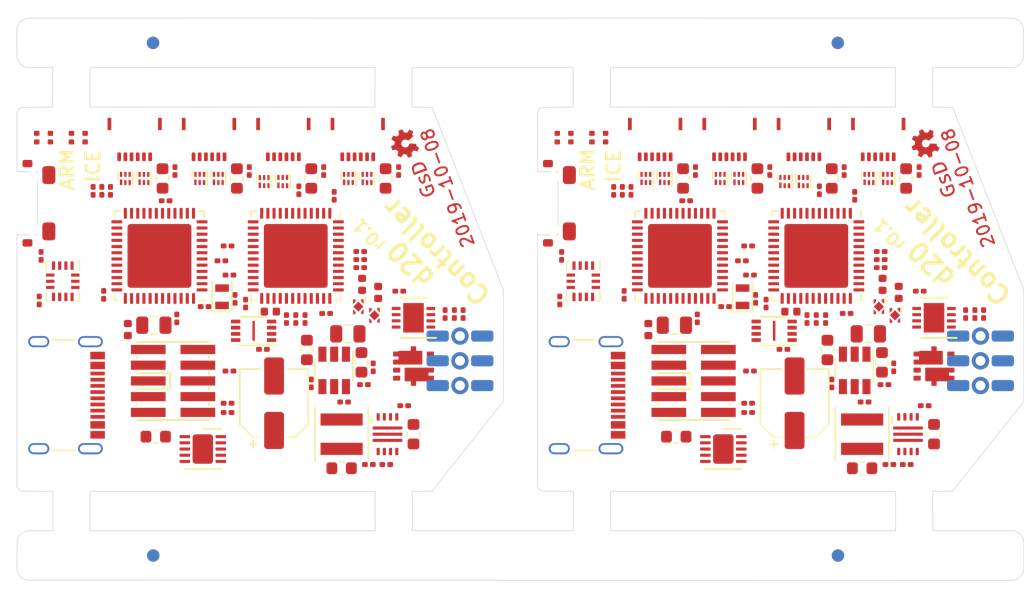
<source format=kicad_pcb>
(kicad_pcb (version 20171130) (host pcbnew 5.1.4-e60b266~84~ubuntu18.04.1)
  (title_block (title "d20 Controller") (date 2019-10-08) (rev r.01) (company GsD) (comment 1 "2x1 Panel"))
  (layers (0 F.Cu signal) (1 In1.Cu signal) (2 In2.Cu signal) (31 B.Cu signal) (34 B.Paste user) (35 F.Paste user) (36 B.SilkS user) (37 F.SilkS user) (38 B.Mask user) (39 F.Mask user) (44 Edge.Cuts user))
  (net 0 "")
  (net 1 gnd)
  (net 2 N$1)
  (net 3 N$3)
  (net 4 N$7)
  (net 5 N$5)
  (net 6 N$2)
  (net 7 N$4)
  (net 8 N$6)
  (net 9 3v3)
  (net 10 2v5)
  (net 11 1v2_pll)
  (net 12 1v2)
  (net 13 led_r)
  (net 14 led_b)
  (net 15 led_g)
  (net 16 N$12)
  (net 17 N$13)
  (net 18 N$15)
  (net 19 ice_config_done)
  (net 20 ice_config_mosi)
  (net 21 ice_config_sck)
  (net 22 ice_config_ss)
  (net 23 ice_config_miso)
  (net 24 ice_config_reset)
  (net 25 4v5)
  (net 26 pp_batt_prot)
  (net 27 N$20)
  (net 28 N$21)
  (net 29 N$22)
  (net 30 N$23)
  (net 31 N$28)
  (net 32 N$29)
  (net 33 N$32)
  (net 34 swdio)
  (net 35 swdclk)
  (net 36 swo)
  (net 37 samd_rst)
  (net 38 5v0_usb)
  (net 39 samd_usb_p)
  (net 40 samd_usb_n)
  (net 41 5v_fb)
  (net 42 3v3_fb)
  (net 43 N$46)
  (net 44 N$47)
  (net 45 led0_sclk)
  (net 46 led0_latch)
  (net 47 led0_blank)
  (net 48 led0_data)
  (net 49 led1_sclk)
  (net 50 led1_latch)
  (net 51 led1_blank)
  (net 52 led1_data)
  (net 53 led2_sclk)
  (net 54 led2_latch)
  (net 55 led2_blank)
  (net 56 led2_data)
  (net 57 led3_latch)
  (net 58 led3_sclk)
  (net 59 led3_data)
  (net 60 led3_blank)
  (net 61 qspi_bus_cs)
  (net 62 qspi_bus_sck)
  (net 63 qspi_bus_io3)
  (net 64 qspi_bus_io2)
  (net 65 qspi_bus_io1)
  (net 66 qspi_bus_io0)
  (net 67 _led0_sclk)
  (net 68 _led0_latch)
  (net 69 _led0_blank)
  (net 70 _led0_data)
  (net 71 _led1_sclk)
  (net 72 _led1_latch)
  (net 73 _led1_blank)
  (net 74 _led1_data)
  (net 75 _led2_sclk)
  (net 76 _led2_latch)
  (net 77 _led2_blank)
  (net 78 _led2_data)
  (net 79 _led3_latch)
  (net 80 _led3_sclk)
  (net 81 _led3_data)
  (net 82 _led3_blank)
  (net 83 N$31)
  (net 84 imu_int2)
  (net 85 imu_int1)
  (net 86 imu_miso)
  (net 87 imu_cs)
  (net 88 imu_sck)
  (net 89 imu_mosi)
  (net 90 N$24)
  (net 91 pp_batt)
  (net 92 N$25)
  (net 93 ice_led_r)
  (net 94 ice_led_b)
  (net 95 ice_led_g)
  (net 96 N$30)
  (net 97 4v5_in)
  (module MountingHole:MountingHole_2.1mm (layer B.Cu) (at 101.485342 87.1 180)
    (fp_text reference REF** hide)
    (fp_text value MountingHole_2.1mm hide)
    (pad "" np_thru_hole circle (at 0 0 180) (size 0.5 0.5) (drill 0.5) (layers *.Cu *.Mask))
  )
  (module MountingHole:MountingHole_2.1mm (layer B.Cu) (at 126.735342 87.1 180)
    (fp_text reference REF** hide)
    (fp_text value MountingHole_2.1mm hide)
    (pad "" np_thru_hole circle (at 0 0 180) (size 0.5 0.5) (drill 0.5) (layers *.Cu *.Mask))
  )
  (module MountingHole:MountingHole_2.1mm (layer B.Cu) (at 99.235342 87.1 180)
    (fp_text reference REF** hide)
    (fp_text value MountingHole_2.1mm hide)
    (pad "" np_thru_hole circle (at 0 0 180) (size 0.5 0.5) (drill 0.5) (layers *.Cu *.Mask))
  )
  (module MountingHole:MountingHole_2.1mm (layer B.Cu) (at 98.485342 82.85 180)
    (fp_text reference "" (at 0 3.2) (layer B.SilkS) (effects (justify mirror)))
    (fp_text value "")
    (pad "" np_thru_hole circle (at 0 0 180) (size 1.6 1.6) (drill 1.6) (layers *.Cu *.Paste *.Mask))
  )
  (module Fiducial:Fiducial_1mm_Mask2mm (layer F.Cu) (at 106.985342 82.85 180)
    (fp_text reference REF** hide)
    (fp_text value Fiducial_1mm_Mask2mm hide)
    (pad "" smd circle (at 0 0 180) (size 1 1) (layers F.Cu F.Mask) (clearance 0.5))
  )
  (module MountingHole:MountingHole_2.1mm (layer B.Cu) (at 125.985342 87.1 180)
    (fp_text reference REF** hide)
    (fp_text value MountingHole_2.1mm hide)
    (pad "" np_thru_hole circle (at 0 0 180) (size 0.5 0.5) (drill 0.5) (layers *.Cu *.Mask))
  )
  (module MountingHole:MountingHole_2.1mm (layer B.Cu) (at 125.235342 87.1 180)
    (fp_text reference REF** hide)
    (fp_text value MountingHole_2.1mm hide)
    (pad "" np_thru_hole circle (at 0 0 180) (size 0.5 0.5) (drill 0.5) (layers *.Cu *.Mask))
  )
  (module MountingHole:MountingHole_2.1mm (layer B.Cu) (at 100.735342 87.1 180)
    (fp_text reference REF** hide)
    (fp_text value MountingHole_2.1mm hide)
    (pad "" np_thru_hole circle (at 0 0 180) (size 0.5 0.5) (drill 0.5) (layers *.Cu *.Mask))
  )
  (module MountingHole:MountingHole_2.1mm (layer B.Cu) (at 127.485341 87.1 180)
    (fp_text reference REF** hide)
    (fp_text value MountingHole_2.1mm hide)
    (pad "" np_thru_hole circle (at 0 0 180) (size 0.5 0.5) (drill 0.5) (layers *.Cu *.Mask))
  )
  (module MountingHole:MountingHole_2.1mm (layer B.Cu) (at 143.485342 87.1 180)
    (fp_text reference REF** hide)
    (fp_text value MountingHole_2.1mm hide)
    (pad "" np_thru_hole circle (at 0 0 180) (size 0.5 0.5) (drill 0.5) (layers *.Cu *.Mask))
  )
  (module MountingHole:MountingHole_2.1mm (layer B.Cu) (at 168.735342 87.1 180)
    (fp_text reference REF** hide)
    (fp_text value MountingHole_2.1mm hide)
    (pad "" np_thru_hole circle (at 0 0 180) (size 0.5 0.5) (drill 0.5) (layers *.Cu *.Mask))
  )
  (module MountingHole:MountingHole_2.1mm (layer B.Cu) (at 167.985342 87.1 180)
    (fp_text reference REF** hide)
    (fp_text value MountingHole_2.1mm hide)
    (pad "" np_thru_hole circle (at 0 0 180) (size 0.5 0.5) (drill 0.5) (layers *.Cu *.Mask))
  )
  (module MountingHole:MountingHole_2.1mm (layer B.Cu) (at 167.235342 87.1 180)
    (fp_text reference REF** hide)
    (fp_text value MountingHole_2.1mm hide)
    (pad "" np_thru_hole circle (at 0 0 180) (size 0.5 0.5) (drill 0.5) (layers *.Cu *.Mask))
  )
  (module MountingHole:MountingHole_2.1mm (layer B.Cu) (at 141.235342 87.1 180)
    (fp_text reference REF** hide)
    (fp_text value MountingHole_2.1mm hide)
    (pad "" np_thru_hole circle (at 0 0 180) (size 0.5 0.5) (drill 0.5) (layers *.Cu *.Mask))
  )
  (module MountingHole:MountingHole_2.1mm (layer B.Cu) (at 142.735342 87.1 180)
    (fp_text reference REF** hide)
    (fp_text value MountingHole_2.1mm hide)
    (pad "" np_thru_hole circle (at 0 0 180) (size 0.5 0.5) (drill 0.5) (layers *.Cu *.Mask))
  )
  (module MountingHole:MountingHole_2.1mm (layer B.Cu) (at 99.985342 87.1 180)
    (fp_text reference REF** hide)
    (fp_text value MountingHole_2.1mm hide)
    (pad "" np_thru_hole circle (at 0 0 180) (size 0.5 0.5) (drill 0.5) (layers *.Cu *.Mask))
  )
  (module MountingHole:MountingHole_2.1mm (layer B.Cu) (at 169.485341 87.1 180)
    (fp_text reference REF** hide)
    (fp_text value MountingHole_2.1mm hide)
    (pad "" np_thru_hole circle (at 0 0 180) (size 0.5 0.5) (drill 0.5) (layers *.Cu *.Mask))
  )
  (module Fiducial:Fiducial_1mm_Mask2mm (layer F.Cu) (at 162.235342 82.85 180)
    (fp_text reference REF** hide)
    (fp_text value Fiducial_1mm_Mask2mm hide)
    (pad "" smd circle (at 0 0 180) (size 1 1) (layers F.Cu F.Mask) (clearance 0.5))
  )
  (module MountingHole:MountingHole_2.1mm (layer B.Cu) (at 141.985342 87.1 180)
    (fp_text reference REF** hide)
    (fp_text value MountingHole_2.1mm hide)
    (pad "" np_thru_hole circle (at 0 0 180) (size 0.5 0.5) (drill 0.5) (layers *.Cu *.Mask))
  )
  (module Fiducial:Fiducial_1mm_Mask2mm (layer B.Cu) (at 162.235342 82.85 180)
    (fp_text reference REF** hide)
    (fp_text value Fiducial_1mm_Mask2mm hide)
    (pad "" smd circle (at 0 0 180) (size 1 1) (layers B.Cu B.Mask) (clearance 0.5))
  )
  (module MountingHole:MountingHole_2.1mm (layer B.Cu) (at 174.735342 82.85 180)
    (fp_text reference "" (at 0 3.2) (layer B.SilkS) (effects (justify mirror)))
    (fp_text value "")
    (pad "" np_thru_hole circle (at 0 0 180) (size 1.6 1.6) (drill 1.6) (layers *.Cu *.Paste *.Mask))
  )
  (module Fiducial:Fiducial_1mm_Mask2mm (layer B.Cu) (at 106.985342 82.85 180)
    (fp_text reference REF** hide)
    (fp_text value Fiducial_1mm_Mask2mm hide)
    (pad "" smd circle (at 0 0 180) (size 1 1) (layers B.Cu B.Mask) (clearance 0.5))
  )
  (module MountingHole:MountingHole_2.1mm (layer F.Cu) (at 143.5 120 180)
    (fp_text reference REF** hide)
    (fp_text value MountingHole_2.1mm hide)
    (pad "" np_thru_hole circle (at 0 0 180) (size 0.5 0.5) (drill 0.5) (layers *.Cu *.Mask))
  )
  (module MountingHole:MountingHole_2.1mm (layer F.Cu) (at 168.75 120 180)
    (fp_text reference REF** hide)
    (fp_text value MountingHole_2.1mm hide)
    (pad "" np_thru_hole circle (at 0 0 180) (size 0.5 0.5) (drill 0.5) (layers *.Cu *.Mask))
  )
  (module MountingHole:MountingHole_2.1mm (layer F.Cu) (at 141.25 120 180)
    (fp_text reference REF** hide)
    (fp_text value MountingHole_2.1mm hide)
    (pad "" np_thru_hole circle (at 0 0 180) (size 0.5 0.5) (drill 0.5) (layers *.Cu *.Mask))
  )
  (module MountingHole:MountingHole_2.1mm (layer F.Cu) (at 168 120 180)
    (fp_text reference REF** hide)
    (fp_text value MountingHole_2.1mm hide)
    (pad "" np_thru_hole circle (at 0 0 180) (size 0.5 0.5) (drill 0.5) (layers *.Cu *.Mask))
  )
  (module MountingHole:MountingHole_2.1mm (layer F.Cu) (at 167.25 120 180)
    (fp_text reference REF** hide)
    (fp_text value MountingHole_2.1mm hide)
    (pad "" np_thru_hole circle (at 0 0 180) (size 0.5 0.5) (drill 0.5) (layers *.Cu *.Mask))
  )
  (module MountingHole:MountingHole_2.1mm (layer F.Cu) (at 142.75 120 180)
    (fp_text reference REF** hide)
    (fp_text value MountingHole_2.1mm hide)
    (pad "" np_thru_hole circle (at 0 0 180) (size 0.5 0.5) (drill 0.5) (layers *.Cu *.Mask))
  )
  (module MountingHole:MountingHole_2.1mm (layer F.Cu) (at 169.499999 120 180)
    (fp_text reference REF** hide)
    (fp_text value MountingHole_2.1mm hide)
    (pad "" np_thru_hole circle (at 0 0 180) (size 0.5 0.5) (drill 0.5) (layers *.Cu *.Mask))
  )
  (module MountingHole:MountingHole_2.1mm (layer F.Cu) (at 142 120 180)
    (fp_text reference REF** hide)
    (fp_text value MountingHole_2.1mm hide)
    (pad "" np_thru_hole circle (at 0 0 180) (size 0.5 0.5) (drill 0.5) (layers *.Cu *.Mask))
  )
  (module Capacitor_SMD:C_0603_1608Metric (layer F.Cu) (at 165.8 108.65 270)
    (fp_text reference C5 hide)
    (fp_text value 10uF hide)
    (pad 2 smd roundrect (at 0.7875 0 270) (size 0.875 0.95) (layers F.Cu F.Paste F.Mask))
    (pad 1 smd roundrect (at -0.7875 0 270) (size 0.875 0.95) (layers F.Cu F.Paste F.Mask))
  )
  (module Capacitor_SMD:C_0201_0603Metric (layer F.Cu) (at 155.6 103.52 270)
    (fp_text reference C16 hide)
    (fp_text value 22pF hide)
    (pad 1 smd roundrect (at -0.32 0 270) (size 0.46 0.4) (layers F.Cu F.Mask))
    (pad 2 smd roundrect (at 0.32 0 270) (size 0.46 0.4) (layers F.Cu F.Mask))
  )
  (module Capacitor_SMD:C_0201_0603Metric (layer F.Cu) (at 155.15 101.6 180)
    (fp_text reference C19 hide)
    (fp_text value 100nF hide)
    (pad 1 smd roundrect (at -0.32 0 180) (size 0.46 0.4) (layers F.Cu F.Mask))
    (pad 2 smd roundrect (at 0.32 0 180) (size 0.46 0.4) (layers F.Cu F.Mask))
  )
  (module gkl_conn:5034800600 (layer F.Cu) (at 147.5 92.05 180)
    (fp_text reference J2 hide)
    (fp_text value Conn_01x06_Shielded hide)
    (pad 6 smd roundrect (at 1.25 0 180) (size 0.3 0.7) (layers F.Cu F.Paste F.Mask))
    (pad 5 smd roundrect (at 0.75 0 180) (size 0.3 0.7) (layers F.Cu F.Paste F.Mask))
    (pad 4 smd roundrect (at 0.25 0 180) (size 0.3 0.7) (layers F.Cu F.Paste F.Mask))
    (pad 3 smd roundrect (at -0.25 0 180) (size 0.3 0.7) (layers F.Cu F.Paste F.Mask))
    (pad 2 smd roundrect (at -0.75 0 180) (size 0.3 0.7) (layers F.Cu F.Paste F.Mask))
    (pad 1 smd roundrect (at -1.25 0 180) (size 0.3 0.7) (layers F.Cu F.Paste F.Mask))
    (pad SH smd roundrect (at 2.04 2.65 180) (size 0.3 1) (layers F.Cu F.Paste F.Mask))
    (pad SH smd roundrect (at -2.04 2.65 180) (size 0.3 1) (layers F.Cu F.Paste F.Mask))
  )
  (module gkl_led:led_rbag_1515 (layer F.Cu) (at 140.15 90.5)
    (fp_text reference D1 hide)
    (fp_text value LED_ARGB hide)
    (pad 2 smd roundrect (at -0.55125 -0.34875 180) (size 0.443 0.406) (layers F.Cu F.Paste F.Mask) (roundrect_rratio 0.197))
    (pad 4 smd roundrect (at 0.55125 -0.34875 180) (size 0.443 0.406) (layers F.Cu F.Paste F.Mask) (roundrect_rratio 0.197))
    (pad 1 smd roundrect (at -0.55125 0.34875 180) (size 0.443 0.406) (layers F.Cu F.Paste F.Mask) (roundrect_rratio 0.197))
    (pad 3 smd roundrect (at 0.55125 0.34875 180) (size 0.443 0.406) (layers F.Cu F.Paste F.Mask) (roundrect_rratio 0.197))
  )
  (module Capacitor_SMD:C_0603_1608Metric (layer F.Cu) (at 164.2 117.2 180)
    (fp_text reference C2 hide)
    (fp_text value 10uF hide)
    (pad 2 smd roundrect (at 0.7875 0 180) (size 0.875 0.95) (layers F.Cu F.Paste F.Mask))
    (pad 1 smd roundrect (at -0.7875 0 180) (size 0.875 0.95) (layers F.Cu F.Paste F.Mask))
  )
  (module Capacitor_SMD:C_0201_0603Metric (layer F.Cu) (at 145 103.2 90)
    (fp_text reference C12 hide)
    (fp_text value 100nF hide)
    (pad 1 smd roundrect (at -0.32 0 90) (size 0.46 0.4) (layers F.Cu F.Mask))
    (pad 2 smd roundrect (at 0.32 0 90) (size 0.46 0.4) (layers F.Cu F.Mask))
  )
  (module Package_LGA:Bosch_LGA-14_3x2.5mm_P0.5mm (layer F.Cu) (at 141.7 102.1 270)
    (fp_text reference U17 hide)
    (fp_text value BMX160 hide)
    (pad 11 smd rect (at 1.2625 -0.75 270) (size 0.675 0.25) (layers F.Cu F.Paste F.Mask))
    (pad 10 smd rect (at 1.2625 -0.25 270) (size 0.675 0.25) (layers F.Cu F.Paste F.Mask))
    (pad 9 smd rect (at 1.2625 0.25 270) (size 0.675 0.25) (layers F.Cu F.Paste F.Mask))
    (pad 8 smd rect (at 1.2625 0.75 270) (size 0.675 0.25) (layers F.Cu F.Paste F.Mask))
    (pad 4 smd rect (at -1.2625 0.75 270) (size 0.675 0.25) (layers F.Cu F.Paste F.Mask))
    (pad 3 smd rect (at -1.2625 0.25 270) (size 0.675 0.25) (layers F.Cu F.Paste F.Mask))
    (pad 2 smd rect (at -1.2625 -0.25 270) (size 0.675 0.25) (layers F.Cu F.Paste F.Mask))
    (pad 1 smd rect (at -1.2625 -0.75 270) (size 0.675 0.25) (layers F.Cu F.Paste F.Mask))
    (pad 7 smd rect (at 0.5 1.0125 270) (size 0.25 0.675) (layers F.Cu F.Paste F.Mask))
    (pad 6 smd rect (at 0 1.0125 270) (size 0.25 0.675) (layers F.Cu F.Paste F.Mask))
    (pad 5 smd rect (at -0.5 1.0125 270) (size 0.25 0.675) (layers F.Cu F.Paste F.Mask))
    (pad 12 smd rect (at 0.5 -1.0125 270) (size 0.25 0.675) (layers F.Cu F.Paste F.Mask))
    (pad 14 smd rect (at -0.5 -1.0125 270) (size 0.25 0.675) (layers F.Cu F.Paste F.Mask))
    (pad 13 smd rect (at 0 -1.0125 270) (size 0.25 0.675) (layers F.Cu F.Paste F.Mask))
  )
  (module gkl_conn:5034800600 (layer F.Cu) (at 153.5 92.05 180)
    (fp_text reference J3 hide)
    (fp_text value Conn_01x06_Shielded hide)
    (pad 6 smd roundrect (at 1.25 0 180) (size 0.3 0.7) (layers F.Cu F.Paste F.Mask))
    (pad 5 smd roundrect (at 0.75 0 180) (size 0.3 0.7) (layers F.Cu F.Paste F.Mask))
    (pad 4 smd roundrect (at 0.25 0 180) (size 0.3 0.7) (layers F.Cu F.Paste F.Mask))
    (pad 3 smd roundrect (at -0.25 0 180) (size 0.3 0.7) (layers F.Cu F.Paste F.Mask))
    (pad 2 smd roundrect (at -0.75 0 180) (size 0.3 0.7) (layers F.Cu F.Paste F.Mask))
    (pad 1 smd roundrect (at -1.25 0 180) (size 0.3 0.7) (layers F.Cu F.Paste F.Mask))
    (pad SH smd roundrect (at 2.04 2.65 180) (size 0.3 1) (layers F.Cu F.Paste F.Mask))
    (pad SH smd roundrect (at -2.04 2.65 180) (size 0.3 1) (layers F.Cu F.Paste F.Mask))
  )
  (module Capacitor_SMD:C_0201_0603Metric (layer F.Cu) (at 153.145 104.15 180)
    (fp_text reference C15 hide)
    (fp_text value 22pF hide)
    (pad 2 smd roundrect (at 0.32 0 180) (size 0.46 0.4) (layers F.Cu F.Mask))
    (pad 1 smd roundrect (at -0.32 0 180) (size 0.46 0.4) (layers F.Cu F.Mask))
  )
  (module Crystal:Crystal_SMD_2012-2Pin_2.0x1.2mm (layer F.Cu) (at 154.55 103.35 90)
    (fp_text reference Y1 hide)
    (fp_text value 32.768kHz hide)
    (pad 2 smd rect (at 0.7 0 90) (size 0.6 1.1) (layers F.Cu F.Paste F.Mask))
    (pad 1 smd rect (at -0.7 0 90) (size 0.6 1.1) (layers F.Cu F.Paste F.Mask))
  )
  (module Resistor_SMD:R_0201_0603Metric (layer F.Cu) (at 173.3 104.75 90)
    (fp_text reference R4 hide)
    (fp_text value 5.1M hide)
    (pad 1 smd roundrect (at -0.32 0 90) (size 0.46 0.4) (layers F.Cu F.Mask))
    (pad 2 smd roundrect (at 0.32 0 90) (size 0.46 0.4) (layers F.Cu F.Mask))
  )
  (module Capacitor_SMD:C_0201_0603Metric (layer F.Cu) (at 150.9 105.1 270)
    (fp_text reference C33 hide)
    (fp_text value 100nF hide)
    (pad 2 smd roundrect (at 0.32 0 270) (size 0.46 0.4) (layers F.Cu F.Mask))
    (pad 1 smd roundrect (at -0.32 0 270) (size 0.46 0.4) (layers F.Cu F.Mask))
  )
  (module Capacitor_SMD:C_0201_0603Metric (layer F.Cu) (at 156.75 93.2 270)
    (fp_text reference C29 hide)
    (fp_text value 100nF hide)
    (pad 1 smd roundrect (at -0.32 0 270) (size 0.46 0.4) (layers F.Cu F.Mask))
    (pad 2 smd roundrect (at 0.32 0 270) (size 0.46 0.4) (layers F.Cu F.Mask))
  )
  (module Resistor_SMD:R_0201_0603Metric (layer F.Cu) (at 166 110.45 180)
    (fp_text reference R10 hide)
    (fp_text value R hide)
    (pad 2 smd roundrect (at 0.32 0 180) (size 0.46 0.4) (layers F.Cu F.Mask))
    (pad 1 smd roundrect (at -0.32 0 180) (size 0.46 0.4) (layers F.Cu F.Mask))
  )
  (module Resistor_SMD:R_0201_0603Metric (layer F.Cu) (at 174 104.75 90)
    (fp_text reference R2 hide)
    (fp_text value 150k hide)
    (pad 1 smd roundrect (at -0.32 0 90) (size 0.46 0.4) (layers F.Cu F.Mask))
    (pad 2 smd roundrect (at 0.32 0 90) (size 0.46 0.4) (layers F.Cu F.Mask))
  )
  (module Capacitor_SMD:C_0201_0603Metric (layer F.Cu) (at 154.5 100.45)
    (fp_text reference C13 hide)
    (fp_text value 100nF hide)
    (pad 1 smd roundrect (at -0.32 0) (size 0.46 0.4) (layers F.Cu F.Mask))
    (pad 2 smd roundrect (at 0.32 0) (size 0.46 0.4) (layers F.Cu F.Mask))
  )
  (module Resistor_SMD:R_0201_0603Metric (layer F.Cu) (at 172.55 104.75 270)
    (fp_text reference R3 hide)
    (fp_text value 150k hide)
    (pad 2 smd roundrect (at 0.32 0 270) (size 0.46 0.4) (layers F.Cu F.Mask))
    (pad 1 smd roundrect (at -0.32 0 270) (size 0.46 0.4) (layers F.Cu F.Mask))
  )
  (module gkl_conn:5034800600 (layer F.Cu) (at 165.5 92.05 180)
    (fp_text reference J5 hide)
    (fp_text value Conn_01x06_Shielded hide)
    (pad 6 smd roundrect (at 1.25 0 180) (size 0.3 0.7) (layers F.Cu F.Paste F.Mask))
    (pad 5 smd roundrect (at 0.75 0 180) (size 0.3 0.7) (layers F.Cu F.Paste F.Mask))
    (pad 4 smd roundrect (at 0.25 0 180) (size 0.3 0.7) (layers F.Cu F.Paste F.Mask))
    (pad 3 smd roundrect (at -0.25 0 180) (size 0.3 0.7) (layers F.Cu F.Paste F.Mask))
    (pad 2 smd roundrect (at -0.75 0 180) (size 0.3 0.7) (layers F.Cu F.Paste F.Mask))
    (pad 1 smd roundrect (at -1.25 0 180) (size 0.3 0.7) (layers F.Cu F.Paste F.Mask))
    (pad SH smd roundrect (at 2.04 2.65 180) (size 0.3 1) (layers F.Cu F.Paste F.Mask))
    (pad SH smd roundrect (at -2.04 2.65 180) (size 0.3 1) (layers F.Cu F.Paste F.Mask))
  )
  (module gkl_conn:FTSH-105-XX-X-DV (layer F.Cu) (at 150.6 110.15 90)
    (fp_text reference J6 hide)
    (fp_text value Conn_02x05_Odd_Even hide)
    (pad 10 smd rect (at -2.54 2 270) (size 0.74 2.8) (layers F.Cu F.Paste F.Mask))
    (pad 9 smd rect (at -2.54 -2 270) (size 0.74 2.8) (layers F.Cu F.Paste F.Mask))
    (pad 8 smd rect (at -1.27 2 270) (size 0.74 2.8) (layers F.Cu F.Paste F.Mask))
    (pad 7 smd rect (at -1.27 -2 270) (size 0.74 2.8) (layers F.Cu F.Paste F.Mask))
    (pad 6 smd rect (at 0 2 270) (size 0.74 2.8) (layers F.Cu F.Paste F.Mask))
    (pad 5 smd rect (at 0 -2 270) (size 0.74 2.8) (layers F.Cu F.Paste F.Mask))
    (pad 4 smd rect (at 1.27 2 270) (size 0.74 2.8) (layers F.Cu F.Paste F.Mask))
    (pad 3 smd rect (at 1.27 -2 270) (size 0.74 2.8) (layers F.Cu F.Paste F.Mask))
    (pad 2 smd rect (at 2.54 2 270) (size 0.74 2.8) (layers F.Cu F.Paste F.Mask))
    (pad 1 smd rect (at 2.54 -2 270) (size 0.74 2.8) (layers F.Cu F.Paste F.Mask))
  )
  (module gkl_misc:UDFN-6_1x1mm_P0.35mm (layer F.Cu) (at 146.75 93.8 90)
    (fp_text reference U10 hide)
    (fp_text value NC7WZ17 hide)
    (pad 1 smd rect (at -0.305 -0.35 90) (size 0.45 0.19) (layers F.Cu F.Paste F.Mask))
    (pad 2 smd rect (at -0.33 0 90) (size 0.4 0.19) (layers F.Cu F.Paste F.Mask))
    (pad 3 smd rect (at -0.33 0.35 90) (size 0.4 0.19) (layers F.Cu F.Paste F.Mask))
    (pad 4 smd rect (at 0.33 0.35 90) (size 0.4 0.19) (layers F.Cu F.Paste F.Mask))
    (pad 5 smd rect (at 0.33 0 90) (size 0.4 0.19) (layers F.Cu F.Paste F.Mask))
    (pad 6 smd rect (at 0.33 -0.35 90) (size 0.4 0.19) (layers F.Cu F.Paste F.Mask))
  )
  (module Capacitor_SMD:C_0201_0603Metric (layer F.Cu) (at 139.95 100.05 90)
    (fp_text reference C17 hide)
    (fp_text value 100nF hide)
    (pad 2 smd roundrect (at 0.32 0 90) (size 0.46 0.4) (layers F.Cu F.Mask))
    (pad 1 smd roundrect (at -0.32 0 90) (size 0.46 0.4) (layers F.Cu F.Mask))
  )
  (module Resistor_SMD:R_0201_0603Metric (layer F.Cu) (at 166.4 116.9 180)
    (fp_text reference R7 hide)
    (fp_text value R hide)
    (pad 2 smd roundrect (at 0.32 0 180) (size 0.46 0.4) (layers F.Cu F.Mask))
    (pad 1 smd roundrect (at -0.32 0 180) (size 0.46 0.4) (layers F.Cu F.Mask))
  )
  (module Capacitor_SMD:C_0402_1005Metric (layer F.Cu) (at 167.15 103 90)
    (fp_text reference C6 hide)
    (fp_text value 1uF hide)
    (pad 2 smd roundrect (at 0.485 0 90) (size 0.59 0.64) (layers F.Cu F.Paste F.Mask))
    (pad 1 smd roundrect (at -0.485 0 90) (size 0.59 0.64) (layers F.Cu F.Paste F.Mask))
  )
  (module Resistor_SMD:R_0201_0603Metric (layer F.Cu) (at 167.8 116.9)
    (fp_text reference R6 hide)
    (fp_text value R hide)
    (pad 1 smd roundrect (at -0.32 0) (size 0.46 0.4) (layers F.Cu F.Mask))
    (pad 2 smd roundrect (at 0.32 0) (size 0.46 0.4) (layers F.Cu F.Mask))
  )
  (module Resistor_SMD:R_0201_0603Metric (layer F.Cu) (at 169.25 112.15)
    (fp_text reference R5 hide)
    (fp_text value 100k hide)
    (pad 2 smd roundrect (at 0.32 0) (size 0.46 0.4) (layers F.Cu F.Mask))
    (pad 1 smd roundrect (at -0.32 0) (size 0.46 0.4) (layers F.Cu F.Mask))
  )
  (module Inductor_SMD:L_Coilcraft_XxL4020 (layer F.Cu) (at 164.2 114.45 270)
    (fp_text reference L1 hide)
    (fp_text value 1uH hide)
    (pad 2 smd rect (at 1.185 0 270) (size 0.98 3.4) (layers F.Cu F.Paste F.Mask))
    (pad 1 smd rect (at -1.185 0 270) (size 0.98 3.4) (layers F.Cu F.Paste F.Mask))
  )
  (module gkl_misc:VQFN-11_3x2mm_P0.5mm (layer F.Cu) (at 167.9 114.45 270)
    (fp_text reference U3 hide)
    (fp_text value TPS62135 hide)
    (pad 3 smd roundrect (at 0.5 0) (size 2.4 0.25) (layers F.Cu F.Mask))
    (pad 2 smd roundrect (at 0 0) (size 2.4 0.25) (layers F.Cu F.Mask))
    (pad 1 smd roundrect (at -0.5 0) (size 2.4 0.25) (layers F.Cu F.Mask))
    (pad 8 smd roundrect (at -1.4 -0.75 270) (size 0.6 0.25) (layers F.Cu F.Paste F.Mask))
    (pad 9 smd roundrect (at -1.4 -0.25 270) (size 0.6 0.25) (layers F.Cu F.Paste F.Mask))
    (pad 10 smd roundrect (at -1.4 0.25 270) (size 0.6 0.25) (layers F.Cu F.Paste F.Mask))
    (pad 11 smd roundrect (at -1.4 0.75 270) (size 0.6 0.25) (layers F.Cu F.Paste F.Mask))
    (pad 4 smd roundrect (at 1.4 0.75 270) (size 0.6 0.25) (layers F.Cu F.Paste F.Mask))
    (pad 5 smd roundrect (at 1.4 0.25 270) (size 0.6 0.25) (layers F.Cu F.Paste F.Mask))
    (pad 6 smd roundrect (at 1.4 -0.25 270) (size 0.6 0.25) (layers F.Cu F.Paste F.Mask))
    (pad 7 smd roundrect (at 1.4 -0.75 270) (size 0.6 0.25) (layers F.Cu F.Paste F.Mask))
  )
  (module Capacitor_SMD:C_0603_1608Metric (layer F.Cu) (at 161.4 107.65 270)
    (fp_text reference C4 hide)
    (fp_text value 10uF hide)
    (pad 1 smd roundrect (at -0.7875 0 270) (size 0.875 0.95) (layers F.Cu F.Paste F.Mask))
    (pad 2 smd roundrect (at 0.7875 0 270) (size 0.875 0.95) (layers F.Cu F.Paste F.Mask))
  )
  (module Resistor_SMD:R_0201_0603Metric (layer F.Cu) (at 168.85 102.9)
    (fp_text reference R1 hide)
    (fp_text value 510k hide)
    (pad 2 smd roundrect (at 0.32 0) (size 0.46 0.4) (layers F.Cu F.Mask))
    (pad 1 smd roundrect (at -0.32 0) (size 0.46 0.4) (layers F.Cu F.Mask))
  )
  (module Capacitor_SMD:C_0201_0603Metric (layer F.Cu) (at 159.75 105.15 270)
    (fp_text reference C21 hide)
    (fp_text value 100nF hide)
    (pad 2 smd roundrect (at 0.32 0 270) (size 0.46 0.4) (layers F.Cu F.Mask))
    (pad 1 smd roundrect (at -0.32 0 270) (size 0.46 0.4) (layers F.Cu F.Mask))
  )
  (module gkl_housings_dfn:DFN3X3_8L_EP2_P (layer F.Cu) (at 170 108.949999 90)
    (fp_text reference U2 hide)
    (fp_text value AON7804 hide)
    (pad 3 smd roundrect (at -0.975 -1.36 270) (size 0.4 0.58) (layers F.Cu F.Paste F.Mask) (roundrect_rratio 0.15))
    (pad 2 smd roundrect (at -0.325 -1.36 270) (size 0.4 0.58) (layers F.Cu F.Paste F.Mask) (roundrect_rratio 0.15))
    (pad 5 smd roundrect (at 0.325 1.36 270) (size 0.4 0.58) (layers F.Cu F.Paste F.Mask) (roundrect_rratio 0.15))
    (pad 6 smd roundrect (at 0.975 1.36 270) (size 0.4 0.58) (layers F.Cu F.Paste F.Mask) (roundrect_rratio 0.15))
    (pad 1 smd roundrect (at 0.325 -1.36 270) (size 0.4 0.58) (layers F.Cu F.Paste F.Mask) (roundrect_rratio 0.15))
    (pad 1 smd roundrect (at 0.975 -1.36 270) (size 0.4 0.58) (layers F.Cu F.Paste F.Mask) (roundrect_rratio 0.15))
    (pad 4 smd roundrect (at -0.975 1.36 270) (size 0.4 0.58) (layers F.Cu F.Paste F.Mask) (roundrect_rratio 0.15))
    (pad 4 smd roundrect (at -0.325 1.36 270) (size 0.4 0.58) (layers F.Cu F.Paste F.Mask) (roundrect_rratio 0.15))
    (pad 4 smd roundrect (at -1.23 0 90) (size 0.74 0.43) (layers F.Cu F.Paste F.Mask) (roundrect_rratio 0.15))
    (pad 4 smd roundrect (at -0.6775 0.25 90) (size 1.105 1.925) (layers F.Cu F.Paste F.Mask) (roundrect_rratio 0.05))
    (pad 1 smd roundrect (at 0.6775 -0.25 90) (size 1.105 1.925) (layers F.Cu F.Paste F.Mask) (roundrect_rratio 0.05))
    (pad 1 smd roundrect (at 1.23 0 90) (size 0.74 0.43) (layers F.Cu F.Paste F.Mask) (roundrect_rratio 0.15))
  )
  (module gkl_misc:EVQP4 (layer F.Cu) (at 138 95.8 270)
    (fp_text reference SW1 hide)
    (fp_text value SW_Push hide)
    (pad 1 smd roundrect (at -2.275 -2.575 270) (size 1.45 1.05) (layers F.Cu F.Paste F.Mask))
    (pad 2 smd roundrect (at 2.275 -2.575 270) (size 1.45 1.05) (layers F.Cu F.Paste F.Mask))
    (pad 4 smd roundrect (at 3.2 -0.85 270) (size 0.6 0.8) (layers F.Cu F.Paste F.Mask))
    (pad 3 smd roundrect (at -3.2 -0.85 270) (size 0.6 0.8) (layers F.Cu F.Paste F.Mask))
    (pad "" np_thru_hole circle (at -2.1 -1.25 270) (size 1 1) (drill 1) (layers *.Cu *.Mask))
    (pad "" np_thru_hole circle (at 2.1 -1.25 270) (size 1 1) (drill 1) (layers *.Cu *.Mask))
  )
  (module Capacitor_SMD:C_0603_1608Metric (layer F.Cu) (at 170 114.45 270)
    (fp_text reference C1 hide)
    (fp_text value 10uF hide)
    (pad 2 smd roundrect (at 0.7875 0 270) (size 0.875 0.95) (layers F.Cu F.Paste F.Mask))
    (pad 1 smd roundrect (at -0.7875 0 270) (size 0.875 0.95) (layers F.Cu F.Paste F.Mask))
  )
  (module gkl_misc:UDFN-6_1x1mm_P0.35mm (layer F.Cu) (at 148.25 93.8 90)
    (fp_text reference U9 hide)
    (fp_text value NC7WZ17 hide)
    (pad 6 smd rect (at 0.33 -0.35 90) (size 0.4 0.19) (layers F.Cu F.Paste F.Mask))
    (pad 5 smd rect (at 0.33 0 90) (size 0.4 0.19) (layers F.Cu F.Paste F.Mask))
    (pad 4 smd rect (at 0.33 0.35 90) (size 0.4 0.19) (layers F.Cu F.Paste F.Mask))
    (pad 3 smd rect (at -0.33 0.35 90) (size 0.4 0.19) (layers F.Cu F.Paste F.Mask))
    (pad 2 smd rect (at -0.33 0 90) (size 0.4 0.19) (layers F.Cu F.Paste F.Mask))
    (pad 1 smd rect (at -0.305 -0.35 90) (size 0.45 0.19) (layers F.Cu F.Paste F.Mask))
  )
  (module Resistor_SMD:R_0201_0603Metric (layer F.Cu) (at 164.4 111.85)
    (fp_text reference R8 hide)
    (fp_text value 100k hide)
    (pad 1 smd roundrect (at -0.32 0) (size 0.46 0.4) (layers F.Cu F.Mask))
    (pad 2 smd roundrect (at 0.32 0) (size 0.46 0.4) (layers F.Cu F.Mask))
  )
  (module Resistor_SMD:R_0201_0603Metric (layer F.Cu) (at 166.75 109.05 90)
    (fp_text reference R9 hide)
    (fp_text value R hide)
    (pad 2 smd roundrect (at 0.32 0 90) (size 0.46 0.4) (layers F.Cu F.Mask))
    (pad 1 smd roundrect (at -0.32 0 90) (size 0.46 0.4) (layers F.Cu F.Mask))
  )
  (module Resistor_SMD:R_0201_0603Metric (layer F.Cu) (at 145.55 94.799999 90)
    (fp_text reference R11 hide)
    (fp_text value 470R hide)
    (pad 1 smd roundrect (at -0.32 0 90) (size 0.46 0.4) (layers F.Cu F.Mask))
    (pad 2 smd roundrect (at 0.32 0 90) (size 0.46 0.4) (layers F.Cu F.Mask))
  )
  (module gkl_conn:5034800600 (layer F.Cu) (at 159.5 92.05 180)
    (fp_text reference J4 hide)
    (fp_text value Conn_01x06_Shielded hide)
    (pad SH smd roundrect (at -2.04 2.65 180) (size 0.3 1) (layers F.Cu F.Paste F.Mask))
    (pad SH smd roundrect (at 2.04 2.65 180) (size 0.3 1) (layers F.Cu F.Paste F.Mask))
    (pad 1 smd roundrect (at -1.25 0 180) (size 0.3 0.7) (layers F.Cu F.Paste F.Mask))
    (pad 2 smd roundrect (at -0.75 0 180) (size 0.3 0.7) (layers F.Cu F.Paste F.Mask))
    (pad 3 smd roundrect (at -0.25 0 180) (size 0.3 0.7) (layers F.Cu F.Paste F.Mask))
    (pad 4 smd roundrect (at 0.25 0 180) (size 0.3 0.7) (layers F.Cu F.Paste F.Mask))
    (pad 5 smd roundrect (at 0.75 0 180) (size 0.3 0.7) (layers F.Cu F.Paste F.Mask))
    (pad 6 smd roundrect (at 1.25 0 180) (size 0.3 0.7) (layers F.Cu F.Paste F.Mask))
  )
  (module Capacitor_SMD:C_0402_1005Metric (layer F.Cu) (at 165.85 102.35 90)
    (fp_text reference C7 hide)
    (fp_text value 1uF hide)
    (pad 1 smd roundrect (at -0.485 0 90) (size 0.59 0.64) (layers F.Cu F.Paste F.Mask))
    (pad 2 smd roundrect (at 0.485 0 90) (size 0.59 0.64) (layers F.Cu F.Paste F.Mask))
  )
  (module Capacitor_SMD:C_0201_0603Metric (layer F.Cu) (at 162.95 104.7)
    (fp_text reference C11 hide)
    (fp_text value 100nF hide)
    (pad 2 smd roundrect (at 0.32 0) (size 0.46 0.4) (layers F.Cu F.Mask))
    (pad 1 smd roundrect (at -0.32 0) (size 0.46 0.4) (layers F.Cu F.Mask))
  )
  (module Capacitor_SMD:C_0201_0603Metric (layer F.Cu) (at 163.6 95.2 90)
    (fp_text reference C10 hide)
    (fp_text value 100nF hide)
    (pad 1 smd roundrect (at -0.32 0 90) (size 0.46 0.4) (layers F.Cu F.Mask))
    (pad 2 smd roundrect (at 0.32 0 90) (size 0.46 0.4) (layers F.Cu F.Mask))
  )
  (module Capacitor_SMD:C_0201_0603Metric (layer F.Cu) (at 161.75 110.35 90)
    (fp_text reference C3 hide)
    (fp_text value 100nF hide)
    (pad 1 smd roundrect (at -0.32 0 90) (size 0.46 0.4) (layers F.Cu F.Mask))
    (pad 2 smd roundrect (at 0.32 0 90) (size 0.46 0.4) (layers F.Cu F.Mask))
  )
  (module Capacitor_SMD:C_0603_1608Metric (layer F.Cu) (at 149.75 93.8 270)
    (fp_text reference C28 hide)
    (fp_text value 10uF hide)
    (pad 2 smd roundrect (at 0.7875 0 270) (size 0.875 0.95) (layers F.Cu F.Paste F.Mask))
    (pad 1 smd roundrect (at -0.7875 0 270) (size 0.875 0.95) (layers F.Cu F.Paste F.Mask))
  )
  (module Connector_USB:USB_C_Receptacle_Palconn_UTC16-G (layer F.Cu) (at 142 111.3 270)
    (fp_text reference J7 hide)
    (fp_text value USB_C_Receptacle_USB2.0 hide)
    (pad A12 smd rect (at 3.2 -2.51 270) (size 0.6 1.16) (layers F.Cu F.Paste F.Mask))
    (pad A9 smd rect (at 2.4 -2.51 270) (size 0.6 1.16) (layers F.Cu F.Paste F.Mask))
    (pad B1 smd rect (at 3.2 -2.51 270) (size 0.6 1.16) (layers F.Cu F.Paste F.Mask))
    (pad B4 smd rect (at 2.4 -2.51 270) (size 0.6 1.16) (layers F.Cu F.Paste F.Mask))
    (pad B12 smd rect (at -3.2 -2.51 270) (size 0.6 1.16) (layers F.Cu F.Paste F.Mask))
    (pad A1 smd rect (at -3.2 -2.51 270) (size 0.6 1.16) (layers F.Cu F.Paste F.Mask))
    (pad B9 smd rect (at -2.4 -2.51 270) (size 0.6 1.16) (layers F.Cu F.Paste F.Mask))
    (pad A4 smd rect (at -2.4 -2.51 270) (size 0.6 1.16) (layers F.Cu F.Paste F.Mask))
    (pad "" np_thru_hole circle (at -2.89 -1.45 90) (size 0.6 0.6) (drill 0.6) (layers *.Cu *.Mask))
    (pad "" np_thru_hole circle (at 2.89 -1.45 90) (size 0.6 0.6) (drill 0.6) (layers *.Cu *.Mask))
    (pad B5 smd rect (at 1.75 -2.51 90) (size 0.3 1.16) (layers F.Cu F.Paste F.Mask))
    (pad B6 smd rect (at 0.75 -2.51 90) (size 0.3 1.16) (layers F.Cu F.Paste F.Mask))
    (pad A8 smd rect (at 1.25 -2.51 90) (size 0.3 1.16) (layers F.Cu F.Paste F.Mask))
    (pad A5 smd rect (at -1.25 -2.51 90) (size 0.3 1.16) (layers F.Cu F.Paste F.Mask))
    (pad B8 smd rect (at -1.75 -2.51 90) (size 0.3 1.16) (layers F.Cu F.Paste F.Mask))
    (pad A7 smd rect (at 0.25 -2.51 90) (size 0.3 1.16) (layers F.Cu F.Paste F.Mask))
    (pad A6 smd rect (at -0.25 -2.51 90) (size 0.3 1.16) (layers F.Cu F.Paste F.Mask))
    (pad B7 smd rect (at -0.75 -2.51 90) (size 0.3 1.16) (layers F.Cu F.Paste F.Mask))
    (pad S1 thru_hole oval (at 4.32 2.24) (size 1.7 0.9) (drill oval 1.4 0.6) (layers *.Cu *.Mask))
    (pad S1 thru_hole oval (at -4.32 2.24) (size 1.7 0.9) (drill oval 1.4 0.6) (layers *.Cu *.Mask))
    (pad S1 thru_hole oval (at 4.32 -1.93) (size 2 0.9) (drill oval 1.7 0.6) (layers *.Cu *.Mask))
    (pad S1 thru_hole oval (at -4.32 -1.93) (size 2 0.9) (drill oval 1.7 0.6) (layers *.Cu *.Mask))
  )
  (module gsd_logo_small (layer F.Cu) (at 170.85 93.85 110)
    (fp_text reference G*** hide)
    (fp_text value LOGO hide)
    (fp_poly (pts (xy -0.729586 -0.662399) (xy -0.677333 -0.647505) (xy -0.626418 -0.62313) (xy -0.603622 -0.588205) (xy -0.59668 -0.543282) (xy -0.593267 -0.492195) (xy -0.600915 -0.471095) (xy -0.629252 -0.474961) (xy -0.684652 -0.497417) (xy -0.793084 -0.52487) (xy -0.911313 -0.52619) (xy -1.021487 -0.502134) (xy -1.067329 -0.481194) (xy -1.152001 -0.414193) (xy -1.209167 -0.323118) (xy -1.240724 -0.203739) (xy -1.248833 -0.077437) (xy -1.235812 0.076285) (xy -1.196686 0.196724) (xy -1.131367 0.283993) (xy -1.039764 0.338206) (xy -0.921786 0.359477) (xy -0.902158 0.359833) (xy -0.827591 0.358133) (xy -0.78048 0.347764) (xy -0.754524 0.320825) (xy -0.743421 0.269416) (xy -0.740872 0.185636) (xy -0.740833 0.157542) (xy -0.740833 -0.019054) (xy -0.862541 -0.025402) (xy -0.931356 -0.030401) (xy -0.968596 -0.039801) (xy -0.985008 -0.059004) (xy -0.990947 -0.089958) (xy -0.997645 -0.148167) (xy -0.592666 -0.148167) (xy -0.592666 0.440359) (xy -0.661458 0.46483) (xy -0.746414 0.485276) (xy -0.850823 0.496713) (xy -0.957542 0.498477) (xy -1.049423 0.489902) (xy -1.085247 0.481267) (xy -1.208581 0.422253) (xy -1.302342 0.335079) (xy -1.367447 0.218338) (xy -1.404808 0.070623) (xy -1.413852 -0.024121) (xy -1.40885 -0.20249) (xy -1.373738 -0.351868) (xy -1.307754 -0.47377) (xy -1.210142 -0.569709) (xy -1.111404 -0.627564) (xy -0.992941 -0.664104) (xy -0.859141 -0.676016) (xy -0.729586 -0.662399)) (layer F.Cu) (width 0.01))
    (fp_poly (pts (xy 0.162577 -0.408638) (xy 0.231651 -0.397665) (xy 0.269226 -0.38476) (xy 0.285863 -0.363181) (xy 0.292122 -0.326181) (xy 0.292151 -0.325883) (xy 0.298552 -0.260216) (xy 0.140244 -0.270375) (xy 0.023554 -0.274289) (xy -0.058453 -0.267638) (xy -0.112413 -0.249068) (xy -0.144962 -0.217221) (xy -0.1483 -0.211417) (xy -0.159408 -0.158528) (xy -0.131713 -0.111118) (xy -0.063856 -0.06759) (xy -0.005378 -0.043426) (xy 0.120986 0.004376) (xy 0.212326 0.044812) (xy 0.274186 0.082617) (xy 0.312111 0.122522) (xy 0.331646 0.16926) (xy 0.338334 0.227561) (xy 0.338667 0.250217) (xy 0.332061 0.319458) (xy 0.306108 0.369754) (xy 0.275785 0.401589) (xy 0.193201 0.454029) (xy 0.081845 0.489442) (xy -0.047579 0.506087) (xy -0.184364 0.50222) (xy -0.264583 0.489528) (xy -0.310364 0.472303) (xy -0.330277 0.436937) (xy -0.334784 0.40645) (xy -0.341485 0.336834) (xy -0.228951 0.353625) (xy -0.077646 0.369325) (xy 0.038464 0.366191) (xy 0.11832 0.344321) (xy 0.151534 0.318598) (xy 0.179753 0.277874) (xy 0.1905 0.251655) (xy 0.170586 0.212403) (xy 0.114686 0.169922) (xy 0.028559 0.127998) (xy -0.031142 0.106035) (xy -0.115912 0.072019) (xy -0.195079 0.030549) (xy -0.245396 -0.004577) (xy -0.292577 -0.05312) (xy -0.313312 -0.100997) (xy -0.3175 -0.159315) (xy -0.298442 -0.24985) (xy -0.244324 -0.323152) (xy -0.159727 -0.376842) (xy -0.04923 -0.40854) (xy 0.082583 -0.415868) (xy 0.162577 -0.408638)) (layer F.Cu) (width 0.01))
    (fp_poly (pts (xy 0.809625 -0.656049) (xy 0.948894 -0.652824) (xy 1.055352 -0.641742) (xy 1.138164 -0.620435) (xy 1.206496 -0.586535) (xy 1.269512 -0.537672) (xy 1.270237 -0.537018) (xy 1.340037 -0.45732) (xy 1.386054 -0.362298) (xy 1.410458 -0.244688) (xy 1.415419 -0.097228) (xy 1.413931 -0.056017) (xy 1.39408 0.106816) (xy 1.349894 0.237949) (xy 1.279148 0.339287) (xy 1.179619 0.412731) (xy 1.049083 0.460187) (xy 0.885316 0.483556) (xy 0.779803 0.486833) (xy 0.592667 0.486833) (xy 0.592667 0.338667) (xy 0.762 0.338667) (xy 0.884039 0.338667) (xy 0.998972 0.327347) (xy 1.079303 0.299395) (xy 1.160578 0.233792) (xy 1.215228 0.137724) (xy 1.243868 0.009786) (xy 1.248834 -0.087568) (xy 1.23982 -0.236059) (xy 1.21085 -0.349515) (xy 1.159033 -0.431642) (xy 1.081476 -0.486148) (xy 0.975288 -0.516738) (xy 0.908005 -0.524408) (xy 0.762 -0.534855) (xy 0.762 0.338667) (xy 0.592667 0.338667) (xy 0.592667 -0.656167) (xy 0.809625 -0.656049)) (layer F.Cu) (width 0.01))
  )
  (module oshw_small (layer F.Cu) (at 169.25 91 110)
    (fp_text reference G*** hide)
    (fp_text value LOGO hide)
    (fp_poly (pts (xy 0.034434 -1.070644) (xy 0.067967 -1.070441) (xy 0.094854 -1.070081) (xy 0.115679 -1.069545) (xy 0.131028 -1.068815) (xy 0.141484 -1.067873) (xy 0.147631 -1.0667) (xy 0.14957 -1.065823) (xy 0.151728 -1.062359) (xy 0.154421 -1.054534) (xy 0.157762 -1.041831) (xy 0.161865 -1.023736) (xy 0.166844 -0.999734) (xy 0.172812 -0.969309) (xy 0.179883 -0.931946) (xy 0.18387 -0.910492) (xy 0.191899 -0.867626) (xy 0.198777 -0.832133) (xy 0.204579 -0.803667) (xy 0.20938 -0.781882) (xy 0.213256 -0.766433) (xy 0.216284 -0.756974) (xy 0.218192 -0.753437) (xy 0.223255 -0.750437) (xy 0.23444 -0.745046) (xy 0.250596 -0.737743) (xy 0.270577 -0.729006) (xy 0.293232 -0.719311) (xy 0.317413 -0.709137) (xy 0.34197 -0.698962) (xy 0.365756 -0.689262) (xy 0.387621 -0.680517) (xy 0.406415 -0.673202) (xy 0.420991 -0.667796) (xy 0.430199 -0.664778) (xy 0.432574 -0.664308) (xy 0.436931 -0.666453) (xy 0.446994 -0.672572) (xy 0.46204 -0.682192) (xy 0.48135 -0.69484) (xy 0.504202 -0.710041) (xy 0.529876 -0.727323) (xy 0.557649 -0.746211) (xy 0.566444 -0.752231) (xy 0.594625 -0.771491) (xy 0.620833 -0.789294) (xy 0.644361 -0.805167) (xy 0.664502 -0.81864) (xy 0.68055 -0.82924) (xy 0.691799 -0.836496) (xy 0.697543 -0.839936) (xy 0.698099 -0.840154) (xy 0.702045 -0.837466) (xy 0.710615 -0.829883) (xy 0.723103 -0.818125) (xy 0.738801 -0.802913) (xy 0.757001 -0.784968) (xy 0.776995 -0.765011) (xy 0.798076 -0.743762) (xy 0.819537 -0.721943) (xy 0.840668 -0.700273) (xy 0.860764 -0.679473) (xy 0.879116 -0.660265) (xy 0.895016 -0.643369) (xy 0.907757 -0.629505) (xy 0.916632 -0.619395) (xy 0.920932 -0.613759) (xy 0.921212 -0.612916) (xy 0.918584 -0.608605) (xy 0.912018 -0.598596) (xy 0.902013 -0.583627) (xy 0.889064 -0.564435) (xy 0.873671 -0.541758) (xy 0.856331 -0.516332) (xy 0.837541 -0.488894) (xy 0.834677 -0.484721) (xy 0.815763 -0.456987) (xy 0.798327 -0.431061) (xy 0.782855 -0.407691) (xy 0.769833 -0.387628) (xy 0.759747 -0.371622) (xy 0.753081 -0.360422) (xy 0.750324 -0.35478) (xy 0.750277 -0.354467) (xy 0.751805 -0.348645) (xy 0.756066 -0.336833) (xy 0.762575 -0.320162) (xy 0.770846 -0.299763) (xy 0.780396 -0.276769) (xy 0.790739 -0.25231) (xy 0.801391 -0.22752) (xy 0.811866 -0.203529) (xy 0.821679 -0.181469) (xy 0.830347 -0.162471) (xy 0.837383 -0.147669) (xy 0.842304 -0.138192) (xy 0.844118 -0.135445) (xy 0.847693 -0.13317) (xy 0.854829 -0.13053) (xy 0.866139 -0.127386) (xy 0.882232 -0.123601) (xy 0.903722 -0.119039) (xy 0.931219 -0.113561) (xy 0.965334 -0.10703) (xy 0.996918 -0.10112) (xy 1.037379 -0.09352) (xy 1.070645 -0.087079) (xy 1.097233 -0.081681) (xy 1.117657 -0.077211) (xy 1.132435 -0.073556) (xy 1.142081 -0.070599) (xy 1.147113 -0.068226) (xy 1.147885 -0.067505) (xy 1.149215 -0.0638) (xy 1.150302 -0.05616) (xy 1.151165 -0.044) (xy 1.151823 -0.026735) (xy 1.152293 -0.003782) (xy 1.152594 0.025445) (xy 1.152744 0.061528) (xy 1.152769 0.088391) (xy 1.152737 0.127046) (xy 1.152622 0.158623) (xy 1.152394 0.183862) (xy 1.152024 0.2035) (xy 1.151483 0.218275) (xy 1.150742 0.228927) (xy 1.149772 0.236191) (xy 1.148544 0.240808) (xy 1.147028 0.243515) (xy 1.146629 0.243952) (xy 1.140833 0.248843) (xy 1.138213 0.250093) (xy 1.133978 0.250781) (xy 1.122934 0.25274) (xy 1.105954 0.25581) (xy 1.08391 0.259832) (xy 1.057677 0.264646) (xy 1.028128 0.270094) (xy 0.996838 0.275885) (xy 0.955612 0.283642) (xy 0.921763 0.290266) (xy 0.894946 0.295832) (xy 0.874815 0.300417) (xy 0.861026 0.304097) (xy 0.853234 0.30695) (xy 0.851445 0.308124) (xy 0.848436 0.313325) (xy 0.843095 0.324719) (xy 0.835867 0.341193) (xy 0.827199 0.361634) (xy 0.817539 0.38493) (xy 0.807332 0.409969) (xy 0.797024 0.435639) (xy 0.787064 0.460827) (xy 0.777896 0.48442) (xy 0.769968 0.505307) (xy 0.763726 0.522375) (xy 0.759617 0.534513) (xy 0.758086 0.540606) (xy 0.758085 0.540687) (xy 0.760235 0.545487) (xy 0.76635 0.555935) (xy 0.775934 0.571262) (xy 0.78849 0.590698) (xy 0.803521 0.613476) (xy 0.82053 0.638825) (xy 0.838801 0.665655) (xy 0.857314 0.69275) (xy 0.874414 0.717967) (xy 0.889593 0.740547) (xy 0.902348 0.759729) (xy 0.912171 0.774754) (xy 0.918559 0.784861) (xy 0.921002 0.789276) (xy 0.918645 0.793571) (xy 0.910956 0.802932) (xy 0.898247 0.817025) (xy 0.880834 0.835513) (xy 0.859031 0.858062) (xy 0.833152 0.884336) (xy 0.813356 0.904189) (xy 0.785293 0.932138) (xy 0.762177 0.954975) (xy 0.743486 0.973171) (xy 0.728699 0.987199) (xy 0.717295 0.997529) (xy 0.708752 1.004633) (xy 0.702549 1.008984) (xy 0.698165 1.011053) (xy 0.695078 1.011313) (xy 0.695008 1.011299) (xy 0.689679 1.008695) (xy 0.678758 1.002154) (xy 0.663066 0.99221) (xy 0.643424 0.979394) (xy 0.62065 0.964241) (xy 0.595565 0.947284) (xy 0.576538 0.93426) (xy 0.550366 0.916286) (xy 0.526022 0.899625) (xy 0.504309 0.884826) (xy 0.486032 0.872434) (xy 0.471995 0.862994) (xy 0.463004 0.857053) (xy 0.460102 0.855246) (xy 0.457078 0.854255) (xy 0.452913 0.85445) (xy 0.446778 0.856201) (xy 0.437842 0.859876) (xy 0.425276 0.865845) (xy 0.40825 0.874477) (xy 0.385936 0.886143) (xy 0.360636 0.899546) (xy 0.347626 0.906182) (xy 0.339529 0.909288) (xy 0.33452 0.909294) (xy 0.330772 0.90663) (xy 0.330728 0.906585) (xy 0.328208 0.901935) (xy 0.32306 0.890769) (xy 0.315582 0.873809) (xy 0.306072 0.851778) (xy 0.294829 0.825397) (xy 0.282152 0.795391) (xy 0.268338 0.762481) (xy 0.253687 0.727389) (xy 0.238496 0.690838) (xy 0.223064 0.653551) (xy 0.20769 0.616249) (xy 0.192671 0.579657) (xy 0.178307 0.544495) (xy 0.164895 0.511487) (xy 0.152734 0.481354) (xy 0.142123 0.45482) (xy 0.133359 0.432607) (xy 0.126742 0.415438) (xy 0.122569 0.404034) (xy 0.121139 0.399138) (xy 0.124539 0.392081) (xy 0.134948 0.383227) (xy 0.143608 0.377584) (xy 0.188619 0.346069) (xy 0.227109 0.310716) (xy 0.258915 0.271782) (xy 0.283869 0.229527) (xy 0.301808 0.184209) (xy 0.312567 0.136086) (xy 0.315359 0.108587) (xy 0.314642 0.058353) (xy 0.306583 0.010097) (xy 0.291531 -0.035584) (xy 0.269836 -0.078095) (xy 0.241847 -0.11684) (xy 0.207914 -0.151221) (xy 0.168387 -0.180642) (xy 0.134816 -0.19932) (xy 0.09804 -0.215073) (xy 0.063083 -0.225281) (xy 0.027012 -0.2306) (xy -0.009769 -0.23174) (xy -0.059615 -0.227366) (xy -0.107125 -0.215762) (xy -0.151692 -0.19732) (xy -0.19271 -0.172431) (xy -0.229573 -0.141486) (xy -0.261673 -0.104878) (xy -0.288405 -0.062998) (xy -0.296711 -0.046464) (xy -0.308777 -0.018535) (xy -0.317161 0.006857) (xy -0.322405 0.032291) (xy -0.325047 0.060349) (xy -0.325639 0.091831) (xy -0.325267 0.115171) (xy -0.324232 0.133197) (xy -0.322223 0.148402) (xy -0.31893 0.163281) (xy -0.315036 0.177048) (xy -0.299291 0.220105) (xy -0.278927 0.258768) (xy -0.253213 0.293987) (xy -0.221415 0.326713) (xy -0.182801 0.357897) (xy -0.167177 0.368869) (xy -0.15294 0.378857) (xy -0.141274 0.387637) (xy -0.133636 0.394076) (xy -0.131448 0.396632) (xy -0.132459 0.401252) (xy -0.136161 0.4122) (xy -0.142219 0.428599) (xy -0.150296 0.449572) (xy -0.160055 0.474241) (xy -0.171161 0.50173) (xy -0.179518 0.522086) (xy -0.193998 0.557143) (xy -0.210561 0.597269) (xy -0.228319 0.640305) (xy -0.246379 0.684094) (xy -0.263853 0.726476) (xy -0.279849 0.765293) (xy -0.283708 0.774661) (xy -0.30004 0.813926) (xy -0.313973 0.846607) (xy -0.325441 0.872561) (xy -0.334378 0.89164) (xy -0.340718 0.903701) (xy -0.344396 0.908596) (xy -0.344568 0.908672) (xy -0.350459 0.907652) (xy -0.362082 0.903112) (xy -0.378438 0.895496) (xy -0.398524 0.885252) (xy -0.405826 0.881357) (xy -0.424649 0.871324) (xy -0.441113 0.862757) (xy -0.453973 0.856287) (xy -0.46198 0.852547) (xy -0.463947 0.851877) (xy -0.467846 0.854015) (xy -0.477435 0.860098) (xy -0.491969 0.869632) (xy -0.510708 0.882121) (xy -0.532909 0.897072) (xy -0.557828 0.913989) (xy -0.584152 0.931985) (xy -0.611219 0.950401) (xy -0.636511 0.967326) (xy -0.659249 0.982258) (xy -0.678656 0.994701) (xy -0.693953 1.004152) (xy -0.704362 1.010115) (xy -0.709029 1.012093) (xy -0.714317 1.009227) (xy -0.724895 1.00064) (xy -0.740744 0.986349) (xy -0.761845 0.96637) (xy -0.788182 0.940721) (xy -0.819737 0.909417) (xy -0.823573 0.905582) (xy -0.854778 0.874147) (xy -0.880703 0.847573) (xy -0.901264 0.825951) (xy -0.916376 0.809369) (xy -0.925955 0.797919) (xy -0.929919 0.79169) (xy -0.930031 0.791085) (xy -0.92788 0.786115) (xy -0.921763 0.775509) (xy -0.912177 0.760045) (xy -0.899622 0.740501) (xy -0.884598 0.717654) (xy -0.867603 0.692282) (xy -0.849923 0.666309) (xy -0.829505 0.636295) (xy -0.811454 0.609266) (xy -0.796155 0.585826) (xy -0.783993 0.566582) (xy -0.775352 0.552136) (xy -0.770619 0.543095) (xy -0.769815 0.540513) (xy -0.771264 0.534264) (xy -0.77531 0.521968) (xy -0.781505 0.504746) (xy -0.789401 0.483717) (xy -0.79855 0.460001) (xy -0.808503 0.434718) (xy -0.818812 0.408988) (xy -0.829028 0.38393) (xy -0.838704 0.360665) (xy -0.847389 0.340312) (xy -0.854637 0.323991) (xy -0.859999 0.312821) (xy -0.862902 0.308036) (xy -0.867671 0.305602) (xy -0.87803 0.302427) (xy -0.894356 0.298426) (xy -0.917028 0.293518) (xy -0.946424 0.287618) (xy -0.982922 0.280644) (xy -1.010138 0.275586) (xy -1.047747 0.268606) (xy -1.078379 0.262788) (xy -1.102761 0.257964) (xy -1.121618 0.253968) (xy -1.135675 0.250632) (xy -1.145658 0.24779) (xy -1.152293 0.245274) (xy -1.156305 0.242918) (xy -1.157654 0.241632) (xy -1.15942 0.239026) (xy -1.160856 0.235261) (xy -1.161994 0.229569) (xy -1.162869 0.221179) (xy -1.163515 0.209321) (xy -1.163965 0.193226) (xy -1.164254 0.172124) (xy -1.164415 0.145246) (xy -1.164483 0.111821) (xy -1.164492 0.086283) (xy -1.164428 0.045824) (xy -1.164221 0.01259) (xy -1.163855 -0.014004) (xy -1.163309 -0.034547) (xy -1.162566 -0.049626) (xy -1.161607 -0.05983) (xy -1.160413 -0.065746) (xy -1.159607 -0.06744) (xy -1.155945 -0.069673) (xy -1.147653 -0.072467) (xy -1.134227 -0.075935) (xy -1.115162 -0.080188) (xy -1.089954 -0.085337) (xy -1.058098 -0.091496) (xy -1.019091 -0.098774) (xy -1.014046 -0.099703) (xy -0.981474 -0.105744) (xy -0.950996 -0.111504) (xy -0.92355 -0.116796) (xy -0.900074 -0.121436) (xy -0.881505 -0.125239) (xy -0.86878 -0.128019) (xy -0.862911 -0.129562) (xy -0.859518 -0.13152) (xy -0.855885 -0.135299) (xy -0.851618 -0.141672) (xy -0.846325 -0.151412) (xy -0.839613 -0.165293) (xy -0.831087 -0.184087) (xy -0.820354 -0.208567) (xy -0.807226 -0.239032) (xy -0.795686 -0.266257) (xy -0.785233 -0.291524) (xy -0.776256 -0.313841) (xy -0.769147 -0.332215) (xy -0.764295 -0.345655) (xy -0.762091 -0.353168) (xy -0.762 -0.353986) (xy -0.764265 -0.359917) (xy -0.770911 -0.371817) (xy -0.781717 -0.389337) (xy -0.796461 -0.412131) (xy -0.814922 -0.43985) (xy -0.836876 -0.472148) (xy -0.844752 -0.483608) (xy -0.863574 -0.511131) (xy -0.880974 -0.536957) (xy -0.896447 -0.560306) (xy -0.909488 -0.580402) (xy -0.919593 -0.596466) (xy -0.926256 -0.607719) (xy -0.928974 -0.613383) (xy -0.928997 -0.613507) (xy -0.928723 -0.616663) (xy -0.926741 -0.620996) (xy -0.922573 -0.627032) (xy -0.915741 -0.635298) (xy -0.905766 -0.646322) (xy -0.892169 -0.66063) (xy -0.874471 -0.678749) (xy -0.852194 -0.701206) (xy -0.824859 -0.728528) (xy -0.821132 -0.732243) (xy -0.789304 -0.763769) (xy -0.762732 -0.789677) (xy -0.74133 -0.810047) (xy -0.725007 -0.824962) (xy -0.713675 -0.834505) (xy -0.707246 -0.838758) (xy -0.705927 -0.838966) (xy -0.701497 -0.836315) (xy -0.69137 -0.829716) (xy -0.676277 -0.819663) (xy -0.656953 -0.806651) (xy -0.634129 -0.791172) (xy -0.608539 -0.773722) (xy -0.580914 -0.754793) (xy -0.574689 -0.750515) (xy -0.546742 -0.731402) (xy -0.520662 -0.713761) (xy -0.497181 -0.69807) (xy -0.477028 -0.68481) (xy -0.460937 -0.674462) (xy -0.449637 -0.667505) (xy -0.44386 -0.664419) (xy -0.443397 -0.664307) (xy -0.438246 -0.665738) (xy -0.426954 -0.669755) (xy -0.410596 -0.675946) (xy -0.390249 -0.683898) (xy -0.366989 -0.6932) (xy -0.350632 -0.69985) (xy -0.317571 -0.713385) (xy -0.291012 -0.724298) (xy -0.270221 -0.732923) (xy -0.254468 -0.739595) (xy -0.24302 -0.744651) (xy -0.235143 -0.748424) (xy -0.230107 -0.751249) (xy -0.227177 -0.753463) (xy -0.225623 -0.7554) (xy -0.224711 -0.757395) (xy -0.224679 -0.757476) (xy -0.223541 -0.762317) (xy -0.221174 -0.773804) (xy -0.217774 -0.790899) (xy -0.213539 -0.812567) (xy -0.208664 -0.837768) (xy -0.203347 -0.865466) (xy -0.197785 -0.894622) (xy -0.192175 -0.9242) (xy -0.186713 -0.953161) (xy -0.181597 -0.980468) (xy -0.177024 -1.005084) (xy -0.17319 -1.025971) (xy -0.170292 -1.042092) (xy -0.168528 -1.052408) (xy -0.168065 -1.055775) (xy -0.165582 -1.060348) (xy -0.16189 -1.064567) (xy -0.159523 -1.066154) (xy -0.155419 -1.067447) (xy -0.14884 -1.068475) (xy -0.139047 -1.069267) (xy -0.125302 -1.069852) (xy -0.106868 -1.070259) (xy -0.083005 -1.070518) (xy -0.052976 -1.070657) (xy -0.016043 -1.070706) (xy -0.006329 -1.070708) (xy 0.034434 -1.070644)) (layer F.Cu) (width 0.01))
  )
  (module Resistor_SMD:R_0201_0603Metric (layer F.Cu) (at 165.7 100.35)
    (fp_text reference R15 hide)
    (fp_text value 470R hide)
    (pad 1 smd roundrect (at -0.32 0) (size 0.46 0.4) (layers F.Cu F.Mask))
    (pad 2 smd roundrect (at 0.32 0) (size 0.46 0.4) (layers F.Cu F.Mask))
  )
  (module Resistor_SMD:R_0201_0603Metric (layer F.Cu) (at 155 112.7)
    (fp_text reference R19 hide)
    (fp_text value 10k hide)
    (pad 2 smd roundrect (at 0.32 0) (size 0.46 0.4) (layers F.Cu F.Mask))
    (pad 1 smd roundrect (at -0.32 0) (size 0.46 0.4) (layers F.Cu F.Mask))
  )
  (module gkl_misc:UDFN-6_1x1mm_P0.35mm (layer F.Cu) (at 152.75 93.8 90)
    (fp_text reference U12 hide)
    (fp_text value NC7WZ17 hide)
    (pad 6 smd rect (at 0.33 -0.35 90) (size 0.4 0.19) (layers F.Cu F.Paste F.Mask))
    (pad 5 smd rect (at 0.33 0 90) (size 0.4 0.19) (layers F.Cu F.Paste F.Mask))
    (pad 4 smd rect (at 0.33 0.35 90) (size 0.4 0.19) (layers F.Cu F.Paste F.Mask))
    (pad 3 smd rect (at -0.33 0.35 90) (size 0.4 0.19) (layers F.Cu F.Paste F.Mask))
    (pad 2 smd rect (at -0.33 0 90) (size 0.4 0.19) (layers F.Cu F.Paste F.Mask))
    (pad 1 smd rect (at -0.305 -0.35 90) (size 0.45 0.19) (layers F.Cu F.Paste F.Mask))
  )
  (module Capacitor_SMD:C_0201_0603Metric (layer F.Cu) (at 168.8 93.2 270)
    (fp_text reference C27 hide)
    (fp_text value 100nF hide)
    (pad 1 smd roundrect (at -0.32 0 270) (size 0.46 0.4) (layers F.Cu F.Mask))
    (pad 2 smd roundrect (at 0.32 0 270) (size 0.46 0.4) (layers F.Cu F.Mask))
  )
  (module Capacitor_SMD:C_0603_1608Metric (layer F.Cu) (at 167.75 93.8 270)
    (fp_text reference C26 hide)
    (fp_text value 10uF hide)
    (pad 1 smd roundrect (at -0.7875 0 270) (size 0.875 0.95) (layers F.Cu F.Paste F.Mask))
    (pad 2 smd roundrect (at 0.7875 0 270) (size 0.875 0.95) (layers F.Cu F.Paste F.Mask))
  )
  (module Capacitor_SMD:C_0201_0603Metric (layer F.Cu) (at 162.75 93.2 270)
    (fp_text reference C31 hide)
    (fp_text value 100nF hide)
    (pad 1 smd roundrect (at -0.32 0 270) (size 0.46 0.4) (layers F.Cu F.Mask))
    (pad 2 smd roundrect (at 0.32 0 270) (size 0.46 0.4) (layers F.Cu F.Mask))
  )
  (module Capacitor_SMD:C_0201_0603Metric (layer F.Cu) (at 150.75 93.2 270)
    (fp_text reference C25 hide)
    (fp_text value 100nF hide)
    (pad 2 smd roundrect (at 0.32 0 270) (size 0.46 0.4) (layers F.Cu F.Mask))
    (pad 1 smd roundrect (at -0.32 0 270) (size 0.46 0.4) (layers F.Cu F.Mask))
  )
  (module Capacitor_SMD:C_0603_1608Metric (layer F.Cu) (at 161.75 93.8 270)
    (fp_text reference C30 hide)
    (fp_text value 10uF hide)
    (pad 1 smd roundrect (at -0.7875 0 270) (size 0.875 0.95) (layers F.Cu F.Paste F.Mask))
    (pad 2 smd roundrect (at 0.7875 0 270) (size 0.875 0.95) (layers F.Cu F.Paste F.Mask))
  )
  (module Capacitor_SMD:C_0603_1608Metric (layer F.Cu) (at 155.75 93.8 270)
    (fp_text reference C24 hide)
    (fp_text value 10uF hide)
    (pad 2 smd roundrect (at 0.7875 0 270) (size 0.875 0.95) (layers F.Cu F.Paste F.Mask))
    (pad 1 smd roundrect (at -0.7875 0 270) (size 0.875 0.95) (layers F.Cu F.Paste F.Mask))
  )
  (module gkl_misc:UDFN-6_1x1mm_P0.35mm (layer F.Cu) (at 154.25 93.8 90)
    (fp_text reference U11 hide)
    (fp_text value NC7WZ17 hide)
    (pad 1 smd rect (at -0.305 -0.35 90) (size 0.45 0.19) (layers F.Cu F.Paste F.Mask))
    (pad 2 smd rect (at -0.33 0 90) (size 0.4 0.19) (layers F.Cu F.Paste F.Mask))
    (pad 3 smd rect (at -0.33 0.35 90) (size 0.4 0.19) (layers F.Cu F.Paste F.Mask))
    (pad 4 smd rect (at 0.33 0.35 90) (size 0.4 0.19) (layers F.Cu F.Paste F.Mask))
    (pad 5 smd rect (at 0.33 0 90) (size 0.4 0.19) (layers F.Cu F.Paste F.Mask))
    (pad 6 smd rect (at 0.33 -0.35 90) (size 0.4 0.19) (layers F.Cu F.Paste F.Mask))
  )
  (module Capacitor_SMD:C_0201_0603Metric (layer F.Cu) (at 160.75 94.75 90)
    (fp_text reference C22 hide)
    (fp_text value 100nF hide)
    (pad 2 smd roundrect (at 0.32 0 90) (size 0.46 0.4) (layers F.Cu F.Mask))
    (pad 1 smd roundrect (at -0.32 0 90) (size 0.46 0.4) (layers F.Cu F.Mask))
  )
  (module Resistor_SMD:R_0201_0603Metric (layer F.Cu) (at 144.15 94.8 90)
    (fp_text reference R12 hide)
    (fp_text value 470R hide)
    (pad 2 smd roundrect (at 0.32 0 90) (size 0.46 0.4) (layers F.Cu F.Mask))
    (pad 1 smd roundrect (at -0.32 0 90) (size 0.46 0.4) (layers F.Cu F.Mask))
  )
  (module Inductor_SMD:L_0201_0603Metric (layer F.Cu) (at 160.5 105.15 270)
    (fp_text reference FB1 hide)
    (fp_text value Ferrite_Bead_Small hide)
    (pad 2 smd roundrect (at 0.32 0 270) (size 0.46 0.4) (layers F.Cu F.Mask))
    (pad 1 smd roundrect (at -0.32 0 270) (size 0.46 0.4) (layers F.Cu F.Mask))
  )
  (module Capacitor_SMD:C_0201_0603Metric (layer F.Cu) (at 161.25 105.15 270)
    (fp_text reference C23 hide)
    (fp_text value 100nF hide)
    (pad 1 smd roundrect (at -0.32 0 270) (size 0.46 0.4) (layers F.Cu F.Mask))
    (pad 2 smd roundrect (at 0.32 0 270) (size 0.46 0.4) (layers F.Cu F.Mask))
  )
  (module Capacitor_SMD:C_0201_0603Metric (layer F.Cu) (at 156.45 103.9 270)
    (fp_text reference C20 hide)
    (fp_text value 100nF hide)
    (pad 1 smd roundrect (at -0.32 0 270) (size 0.46 0.4) (layers F.Cu F.Mask))
    (pad 2 smd roundrect (at 0.32 0 270) (size 0.46 0.4) (layers F.Cu F.Mask))
  )
  (module Capacitor_SMD:C_0201_0603Metric (layer F.Cu) (at 150 95.6 180)
    (fp_text reference C18 hide)
    (fp_text value 100nF hide)
    (pad 2 smd roundrect (at 0.32 0 180) (size 0.46 0.4) (layers F.Cu F.Mask))
    (pad 1 smd roundrect (at -0.32 0 180) (size 0.46 0.4) (layers F.Cu F.Mask))
  )
  (module Resistor_SMD:R_0201_0603Metric (layer F.Cu) (at 165.7 101)
    (fp_text reference R14 hide)
    (fp_text value 470R hide)
    (pad 2 smd roundrect (at 0.32 0) (size 0.46 0.4) (layers F.Cu F.Mask))
    (pad 1 smd roundrect (at -0.32 0) (size 0.46 0.4) (layers F.Cu F.Mask))
  )
  (module Capacitor_SMD:CP_Elec_5x3.9 (layer F.Cu) (at 158.75 111.95 90)
    (fp_text reference C9 hide)
    (fp_text value CP1 hide)
    (pad 2 smd roundrect (at 2.2 0 90) (size 3 1.6) (layers F.Cu F.Paste F.Mask) (roundrect_rratio 0.15625))
    (pad 1 smd roundrect (at -2.2 0 90) (size 3 1.6) (layers F.Cu F.Paste F.Mask) (roundrect_rratio 0.15625))
  )
  (module Capacitor_SMD:C_0402_1005Metric (layer F.Cu) (at 158.45 104.55 180)
    (fp_text reference C8 hide)
    (fp_text value 1uF hide)
    (pad 2 smd roundrect (at 0.485 0 180) (size 0.59 0.64) (layers F.Cu F.Paste F.Mask))
    (pad 1 smd roundrect (at -0.485 0 180) (size 0.59 0.64) (layers F.Cu F.Paste F.Mask))
  )
  (module Capacitor_SMD:C_0201_0603Metric (layer F.Cu) (at 155 111.95)
    (fp_text reference C32 hide)
    (fp_text value 100nF hide)
    (pad 2 smd roundrect (at 0.32 0) (size 0.46 0.4) (layers F.Cu F.Mask))
    (pad 1 smd roundrect (at -0.32 0) (size 0.46 0.4) (layers F.Cu F.Mask))
  )
  (module Resistor_SMD:R_0201_0603Metric (layer F.Cu) (at 144.85 94.8 90)
    (fp_text reference R13 hide)
    (fp_text value 470R hide)
    (pad 1 smd roundrect (at -0.32 0 90) (size 0.46 0.4) (layers F.Cu F.Mask))
    (pad 2 smd roundrect (at 0.32 0 90) (size 0.46 0.4) (layers F.Cu F.Mask))
  )
  (module gkl_misc:UDFN-6_1x1mm_P0.35mm (layer F.Cu) (at 166.25 93.8 90)
    (fp_text reference U15 hide)
    (fp_text value NC7WZ17 hide)
    (pad 6 smd rect (at 0.33 -0.35 90) (size 0.4 0.19) (layers F.Cu F.Paste F.Mask))
    (pad 5 smd rect (at 0.33 0 90) (size 0.4 0.19) (layers F.Cu F.Paste F.Mask))
    (pad 4 smd rect (at 0.33 0.35 90) (size 0.4 0.19) (layers F.Cu F.Paste F.Mask))
    (pad 3 smd rect (at -0.33 0.35 90) (size 0.4 0.19) (layers F.Cu F.Paste F.Mask))
    (pad 2 smd rect (at -0.33 0 90) (size 0.4 0.19) (layers F.Cu F.Paste F.Mask))
    (pad 1 smd rect (at -0.305 -0.35 90) (size 0.45 0.19) (layers F.Cu F.Paste F.Mask))
  )
  (module Package_DFN_QFN:QFN-48-1EP_7x7mm_P0.5mm_EP5.15x5.15mm (layer F.Cu) (at 149.5 100.05 180)
    (fp_text reference U7 hide)
    (fp_text value ATSAMD51G19A hide)
    (pad 48 smd roundrect (at -2.75 -3.4375 180) (size 0.25 0.875) (layers F.Cu F.Paste F.Mask))
    (pad 47 smd roundrect (at -2.25 -3.4375 180) (size 0.25 0.875) (layers F.Cu F.Paste F.Mask))
    (pad 46 smd roundrect (at -1.75 -3.4375 180) (size 0.25 0.875) (layers F.Cu F.Paste F.Mask))
    (pad 45 smd roundrect (at -1.25 -3.4375 180) (size 0.25 0.875) (layers F.Cu F.Paste F.Mask))
    (pad 44 smd roundrect (at -0.75 -3.4375 180) (size 0.25 0.875) (layers F.Cu F.Paste F.Mask))
    (pad 43 smd roundrect (at -0.25 -3.4375 180) (size 0.25 0.875) (layers F.Cu F.Paste F.Mask))
    (pad 42 smd roundrect (at 0.25 -3.4375 180) (size 0.25 0.875) (layers F.Cu F.Paste F.Mask))
    (pad 41 smd roundrect (at 0.75 -3.4375 180) (size 0.25 0.875) (layers F.Cu F.Paste F.Mask))
    (pad 40 smd roundrect (at 1.25 -3.4375 180) (size 0.25 0.875) (layers F.Cu F.Paste F.Mask))
    (pad 39 smd roundrect (at 1.75 -3.4375 180) (size 0.25 0.875) (layers F.Cu F.Paste F.Mask))
    (pad 38 smd roundrect (at 2.25 -3.4375 180) (size 0.25 0.875) (layers F.Cu F.Paste F.Mask))
    (pad 37 smd roundrect (at 2.75 -3.4375 180) (size 0.25 0.875) (layers F.Cu F.Paste F.Mask))
    (pad 36 smd roundrect (at 3.4375 -2.75 180) (size 0.875 0.25) (layers F.Cu F.Paste F.Mask))
    (pad 35 smd roundrect (at 3.4375 -2.25 180) (size 0.875 0.25) (layers F.Cu F.Paste F.Mask))
    (pad 34 smd roundrect (at 3.4375 -1.75 180) (size 0.875 0.25) (layers F.Cu F.Paste F.Mask))
    (pad 33 smd roundrect (at 3.4375 -1.25 180) (size 0.875 0.25) (layers F.Cu F.Paste F.Mask))
    (pad 32 smd roundrect (at 3.4375 -0.75 180) (size 0.875 0.25) (layers F.Cu F.Paste F.Mask))
    (pad 31 smd roundrect (at 3.4375 -0.25 180) (size 0.875 0.25) (layers F.Cu F.Paste F.Mask))
    (pad 30 smd roundrect (at 3.4375 0.25 180) (size 0.875 0.25) (layers F.Cu F.Paste F.Mask))
    (pad 29 smd roundrect (at 3.4375 0.75 180) (size 0.875 0.25) (layers F.Cu F.Paste F.Mask))
    (pad 28 smd roundrect (at 3.4375 1.25 180) (size 0.875 0.25) (layers F.Cu F.Paste F.Mask))
    (pad 27 smd roundrect (at 3.4375 1.75 180) (size 0.875 0.25) (layers F.Cu F.Paste F.Mask))
    (pad 26 smd roundrect (at 3.4375 2.25 180) (size 0.875 0.25) (layers F.Cu F.Paste F.Mask))
    (pad 25 smd roundrect (at 3.4375 2.75 180) (size 0.875 0.25) (layers F.Cu F.Paste F.Mask))
    (pad 24 smd roundrect (at 2.75 3.4375 180) (size 0.25 0.875) (layers F.Cu F.Paste F.Mask))
    (pad 23 smd roundrect (at 2.25 3.4375 180) (size 0.25 0.875) (layers F.Cu F.Paste F.Mask))
    (pad 22 smd roundrect (at 1.75 3.4375 180) (size 0.25 0.875) (layers F.Cu F.Paste F.Mask))
    (pad 21 smd roundrect (at 1.25 3.4375 180) (size 0.25 0.875) (layers F.Cu F.Paste F.Mask))
    (pad 20 smd roundrect (at 0.75 3.4375 180) (size 0.25 0.875) (layers F.Cu F.Paste F.Mask))
    (pad 19 smd roundrect (at 0.25 3.4375 180) (size 0.25 0.875) (layers F.Cu F.Paste F.Mask))
    (pad 18 smd roundrect (at -0.25 3.4375 180) (size 0.25 0.875) (layers F.Cu F.Paste F.Mask))
    (pad 17 smd roundrect (at -0.75 3.4375 180) (size 0.25 0.875) (layers F.Cu F.Paste F.Mask))
    (pad 16 smd roundrect (at -1.25 3.4375 180) (size 0.25 0.875) (layers F.Cu F.Paste F.Mask))
    (pad 15 smd roundrect (at -1.75 3.4375 180) (size 0.25 0.875) (layers F.Cu F.Paste F.Mask))
    (pad 14 smd roundrect (at -2.25 3.4375 180) (size 0.25 0.875) (layers F.Cu F.Paste F.Mask))
    (pad 13 smd roundrect (at -2.75 3.4375 180) (size 0.25 0.875) (layers F.Cu F.Paste F.Mask))
    (pad 12 smd roundrect (at -3.4375 2.75 180) (size 0.875 0.25) (layers F.Cu F.Paste F.Mask))
    (pad 11 smd roundrect (at -3.4375 2.25 180) (size 0.875 0.25) (layers F.Cu F.Paste F.Mask))
    (pad 10 smd roundrect (at -3.4375 1.75 180) (size 0.875 0.25) (layers F.Cu F.Paste F.Mask))
    (pad 9 smd roundrect (at -3.4375 1.25 180) (size 0.875 0.25) (layers F.Cu F.Paste F.Mask))
    (pad 8 smd roundrect (at -3.4375 0.75 180) (size 0.875 0.25) (layers F.Cu F.Paste F.Mask))
    (pad 7 smd roundrect (at -3.4375 0.25 180) (size 0.875 0.25) (layers F.Cu F.Paste F.Mask))
    (pad 6 smd roundrect (at -3.4375 -0.25 180) (size 0.875 0.25) (layers F.Cu F.Paste F.Mask))
    (pad 5 smd roundrect (at -3.4375 -0.75 180) (size 0.875 0.25) (layers F.Cu F.Paste F.Mask))
    (pad 4 smd roundrect (at -3.4375 -1.25 180) (size 0.875 0.25) (layers F.Cu F.Paste F.Mask))
    (pad 3 smd roundrect (at -3.4375 -1.75 180) (size 0.875 0.25) (layers F.Cu F.Paste F.Mask))
    (pad 2 smd roundrect (at -3.4375 -2.25 180) (size 0.875 0.25) (layers F.Cu F.Paste F.Mask))
    (pad 1 smd roundrect (at -3.4375 -2.75 180) (size 0.875 0.25) (layers F.Cu F.Paste F.Mask))
    (pad 49 smd roundrect (at 0 0 180) (size 5.15 5.15) (layers F.Cu F.Mask) (roundrect_rratio 0.048544))
  )
  (module gkl_housings_son:X2SON_4_1.0x1.0mm (layer F.Cu) (at 165.55 104.15 270)
    (fp_text reference U6 hide)
    (fp_text value NP115-1.2 hide)
    (pad 2 smd rect (at 0 0 315) (size 0.58 0.58) (layers F.Cu F.Paste F.Mask))
    (pad 1 smd custom (at -0.52 -0.325 270) (size 0.18 0.2) (layers F.Cu F.Paste F.Mask) (options (clearance outline) (anchor rect)) (primitives (gr_poly (pts (xy 0.09 -0.1) (xy 0.27 -0.1) (xy 0.27 -0.075) (xy 0.09 0.1)) (width 0))))
    (pad 3 smd custom (at 0.52 0.325 90) (size 0.18 0.2) (layers F.Cu F.Paste F.Mask) (options (clearance outline) (anchor rect)) (primitives (gr_poly (pts (xy 0.09 -0.1) (xy 0.27 -0.1) (xy 0.27 -0.075) (xy 0.09 0.1)) (width 0))))
    (pad 4 smd custom (at 0.5 -0.325 90) (size 0.18 0.2) (layers F.Cu F.Paste F.Mask) (options (clearance outline) (anchor rect)) (primitives (gr_poly (pts (xy 0.09 -0.1) (xy 0.27 0.075) (xy 0.27 0.1) (xy 0.09 0.1)) (width 0))))
    (pad 2 smd custom (at -0.5 0.325 270) (size 0.18 0.2) (layers F.Cu F.Paste F.Mask) (options (clearance outline) (anchor rect)) (primitives (gr_poly (pts (xy 0.09 -0.1) (xy 0.27 0.075) (xy 0.27 0.1) (xy 0.09 0.1)) (width 0))))
  )
  (module gkl_housings_son:X2SON_4_1.0x1.0mm (layer F.Cu) (at 166.85 104.85 270)
    (fp_text reference U5 hide)
    (fp_text value NP115-2.5 hide)
    (pad 2 smd custom (at -0.5 0.325 270) (size 0.18 0.2) (layers F.Cu F.Paste F.Mask) (options (clearance outline) (anchor rect)) (primitives (gr_poly (pts (xy 0.09 -0.1) (xy 0.27 0.075) (xy 0.27 0.1) (xy 0.09 0.1)) (width 0))))
    (pad 4 smd custom (at 0.5 -0.325 90) (size 0.18 0.2) (layers F.Cu F.Paste F.Mask) (options (clearance outline) (anchor rect)) (primitives (gr_poly (pts (xy 0.09 -0.1) (xy 0.27 0.075) (xy 0.27 0.1) (xy 0.09 0.1)) (width 0))))
    (pad 3 smd custom (at 0.52 0.325 90) (size 0.18 0.2) (layers F.Cu F.Paste F.Mask) (options (clearance outline) (anchor rect)) (primitives (gr_poly (pts (xy 0.09 -0.1) (xy 0.27 -0.1) (xy 0.27 -0.075) (xy 0.09 0.1)) (width 0))))
    (pad 1 smd custom (at -0.52 -0.325 270) (size 0.18 0.2) (layers F.Cu F.Paste F.Mask) (options (clearance outline) (anchor rect)) (primitives (gr_poly (pts (xy 0.09 -0.1) (xy 0.27 -0.1) (xy 0.27 -0.075) (xy 0.09 0.1)) (width 0))))
    (pad 2 smd rect (at 0 0 315) (size 0.58 0.58) (layers F.Cu F.Paste F.Mask))
  )
  (module Package_TO_SOT_SMD:TSOT-23-6 (layer F.Cu) (at 163.6 109.3 270)
    (fp_text reference U4 hide)
    (fp_text value TPS561201 hide)
    (pad 6 smd rect (at 1.31 -0.95 270) (size 1.22 0.65) (layers F.Cu F.Paste F.Mask))
    (pad 5 smd rect (at 1.31 0 270) (size 1.22 0.65) (layers F.Cu F.Paste F.Mask))
    (pad 4 smd rect (at 1.31 0.95 270) (size 1.22 0.65) (layers F.Cu F.Paste F.Mask))
    (pad 3 smd rect (at -1.31 0.95 270) (size 1.22 0.65) (layers F.Cu F.Paste F.Mask))
    (pad 2 smd rect (at -1.31 0 270) (size 1.22 0.65) (layers F.Cu F.Paste F.Mask))
    (pad 1 smd rect (at -1.31 -0.95 270) (size 1.22 0.65) (layers F.Cu F.Paste F.Mask))
  )
  (module Package_DFN_QFN:QFN-48-1EP_7x7mm_P0.5mm_EP5.15x5.15mm (layer F.Cu) (at 160.5 100.05 270)
    (fp_text reference U8 hide)
    (fp_text value ICE40UP5K-SG48ITR hide)
    (pad 49 smd roundrect (at 0 0 270) (size 5.15 5.15) (layers F.Cu F.Mask) (roundrect_rratio 0.048544))
    (pad 1 smd roundrect (at -3.4375 -2.75 270) (size 0.875 0.25) (layers F.Cu F.Paste F.Mask))
    (pad 2 smd roundrect (at -3.4375 -2.25 270) (size 0.875 0.25) (layers F.Cu F.Paste F.Mask))
    (pad 3 smd roundrect (at -3.4375 -1.75 270) (size 0.875 0.25) (layers F.Cu F.Paste F.Mask))
    (pad 4 smd roundrect (at -3.4375 -1.25 270) (size 0.875 0.25) (layers F.Cu F.Paste F.Mask))
    (pad 5 smd roundrect (at -3.4375 -0.75 270) (size 0.875 0.25) (layers F.Cu F.Paste F.Mask))
    (pad 6 smd roundrect (at -3.4375 -0.25 270) (size 0.875 0.25) (layers F.Cu F.Paste F.Mask))
    (pad 7 smd roundrect (at -3.4375 0.25 270) (size 0.875 0.25) (layers F.Cu F.Paste F.Mask))
    (pad 8 smd roundrect (at -3.4375 0.75 270) (size 0.875 0.25) (layers F.Cu F.Paste F.Mask))
    (pad 9 smd roundrect (at -3.4375 1.25 270) (size 0.875 0.25) (layers F.Cu F.Paste F.Mask))
    (pad 10 smd roundrect (at -3.4375 1.75 270) (size 0.875 0.25) (layers F.Cu F.Paste F.Mask))
    (pad 11 smd roundrect (at -3.4375 2.25 270) (size 0.875 0.25) (layers F.Cu F.Paste F.Mask))
    (pad 12 smd roundrect (at -3.4375 2.75 270) (size 0.875 0.25) (layers F.Cu F.Paste F.Mask))
    (pad 13 smd roundrect (at -2.75 3.4375 270) (size 0.25 0.875) (layers F.Cu F.Paste F.Mask))
    (pad 14 smd roundrect (at -2.25 3.4375 270) (size 0.25 0.875) (layers F.Cu F.Paste F.Mask))
    (pad 15 smd roundrect (at -1.75 3.4375 270) (size 0.25 0.875) (layers F.Cu F.Paste F.Mask))
    (pad 16 smd roundrect (at -1.25 3.4375 270) (size 0.25 0.875) (layers F.Cu F.Paste F.Mask))
    (pad 17 smd roundrect (at -0.75 3.4375 270) (size 0.25 0.875) (layers F.Cu F.Paste F.Mask))
    (pad 18 smd roundrect (at -0.25 3.4375 270) (size 0.25 0.875) (layers F.Cu F.Paste F.Mask))
    (pad 19 smd roundrect (at 0.25 3.4375 270) (size 0.25 0.875) (layers F.Cu F.Paste F.Mask))
    (pad 20 smd roundrect (at 0.75 3.4375 270) (size 0.25 0.875) (layers F.Cu F.Paste F.Mask))
    (pad 21 smd roundrect (at 1.25 3.4375 270) (size 0.25 0.875) (layers F.Cu F.Paste F.Mask))
    (pad 22 smd roundrect (at 1.75 3.4375 270) (size 0.25 0.875) (layers F.Cu F.Paste F.Mask))
    (pad 23 smd roundrect (at 2.25 3.4375 270) (size 0.25 0.875) (layers F.Cu F.Paste F.Mask))
    (pad 24 smd roundrect (at 2.75 3.4375 270) (size 0.25 0.875) (layers F.Cu F.Paste F.Mask))
    (pad 25 smd roundrect (at 3.4375 2.75 270) (size 0.875 0.25) (layers F.Cu F.Paste F.Mask))
    (pad 26 smd roundrect (at 3.4375 2.25 270) (size 0.875 0.25) (layers F.Cu F.Paste F.Mask))
    (pad 27 smd roundrect (at 3.4375 1.75 270) (size 0.875 0.25) (layers F.Cu F.Paste F.Mask))
    (pad 28 smd roundrect (at 3.4375 1.25 270) (size 0.875 0.25) (layers F.Cu F.Paste F.Mask))
    (pad 29 smd roundrect (at 3.4375 0.75 270) (size 0.875 0.25) (layers F.Cu F.Paste F.Mask))
    (pad 30 smd roundrect (at 3.4375 0.25 270) (size 0.875 0.25) (layers F.Cu F.Paste F.Mask))
    (pad 31 smd roundrect (at 3.4375 -0.25 270) (size 0.875 0.25) (layers F.Cu F.Paste F.Mask))
    (pad 32 smd roundrect (at 3.4375 -0.75 270) (size 0.875 0.25) (layers F.Cu F.Paste F.Mask))
    (pad 33 smd roundrect (at 3.4375 -1.25 270) (size 0.875 0.25) (layers F.Cu F.Paste F.Mask))
    (pad 34 smd roundrect (at 3.4375 -1.75 270) (size 0.875 0.25) (layers F.Cu F.Paste F.Mask))
    (pad 35 smd roundrect (at 3.4375 -2.25 270) (size 0.875 0.25) (layers F.Cu F.Paste F.Mask))
    (pad 36 smd roundrect (at 3.4375 -2.75 270) (size 0.875 0.25) (layers F.Cu F.Paste F.Mask))
    (pad 37 smd roundrect (at 2.75 -3.4375 270) (size 0.25 0.875) (layers F.Cu F.Paste F.Mask))
    (pad 38 smd roundrect (at 2.25 -3.4375 270) (size 0.25 0.875) (layers F.Cu F.Paste F.Mask))
    (pad 39 smd roundrect (at 1.75 -3.4375 270) (size 0.25 0.875) (layers F.Cu F.Paste F.Mask))
    (pad 40 smd roundrect (at 1.25 -3.4375 270) (size 0.25 0.875) (layers F.Cu F.Paste F.Mask))
    (pad 41 smd roundrect (at 0.75 -3.4375 270) (size 0.25 0.875) (layers F.Cu F.Paste F.Mask))
    (pad 42 smd roundrect (at 0.25 -3.4375 270) (size 0.25 0.875) (layers F.Cu F.Paste F.Mask))
    (pad 43 smd roundrect (at -0.25 -3.4375 270) (size 0.25 0.875) (layers F.Cu F.Paste F.Mask))
    (pad 44 smd roundrect (at -0.75 -3.4375 270) (size 0.25 0.875) (layers F.Cu F.Paste F.Mask))
    (pad 45 smd roundrect (at -1.25 -3.4375 270) (size 0.25 0.875) (layers F.Cu F.Paste F.Mask))
    (pad 46 smd roundrect (at -1.75 -3.4375 270) (size 0.25 0.875) (layers F.Cu F.Paste F.Mask))
    (pad 47 smd roundrect (at -2.25 -3.4375 270) (size 0.25 0.875) (layers F.Cu F.Paste F.Mask))
    (pad 48 smd roundrect (at -2.75 -3.4375 270) (size 0.25 0.875) (layers F.Cu F.Paste F.Mask))
  )
  (module gkl_misc:UDFN-6_1x1mm_P0.35mm (layer F.Cu) (at 157.95 94.05 90)
    (fp_text reference U14 hide)
    (fp_text value NC7WZ17 hide)
    (pad 1 smd rect (at -0.305 -0.35 90) (size 0.45 0.19) (layers F.Cu F.Paste F.Mask))
    (pad 2 smd rect (at -0.33 0 90) (size 0.4 0.19) (layers F.Cu F.Paste F.Mask))
    (pad 3 smd rect (at -0.33 0.35 90) (size 0.4 0.19) (layers F.Cu F.Paste F.Mask))
    (pad 4 smd rect (at 0.33 0.35 90) (size 0.4 0.19) (layers F.Cu F.Paste F.Mask))
    (pad 5 smd rect (at 0.33 0 90) (size 0.4 0.19) (layers F.Cu F.Paste F.Mask))
    (pad 6 smd rect (at 0.33 -0.35 90) (size 0.4 0.19) (layers F.Cu F.Paste F.Mask))
  )
  (module gkl_misc:UDFN-6_1x1mm_P0.35mm (layer F.Cu) (at 159.45 94.05 90)
    (fp_text reference U13 hide)
    (fp_text value NC7WZ17 hide)
    (pad 6 smd rect (at 0.33 -0.35 90) (size 0.4 0.19) (layers F.Cu F.Paste F.Mask))
    (pad 5 smd rect (at 0.33 0 90) (size 0.4 0.19) (layers F.Cu F.Paste F.Mask))
    (pad 4 smd rect (at 0.33 0.35 90) (size 0.4 0.19) (layers F.Cu F.Paste F.Mask))
    (pad 3 smd rect (at -0.33 0.35 90) (size 0.4 0.19) (layers F.Cu F.Paste F.Mask))
    (pad 2 smd rect (at -0.33 0 90) (size 0.4 0.19) (layers F.Cu F.Paste F.Mask))
    (pad 1 smd rect (at -0.305 -0.35 90) (size 0.45 0.19) (layers F.Cu F.Paste F.Mask))
  )
  (module Inductor_SMD:L_0805_2012Metric (layer F.Cu) (at 164.7 106.35)
    (fp_text reference L2 hide)
    (fp_text value 2.2uH hide)
    (pad 2 smd roundrect (at 0.9375 0) (size 0.975 1.4) (layers F.Cu F.Paste F.Mask))
    (pad 1 smd roundrect (at -0.9375 0) (size 0.975 1.4) (layers F.Cu F.Paste F.Mask))
  )
  (module gkl_housings_dfn:DFN-8-1EP_3x2mm_Pitch0.5mm (layer F.Cu) (at 157.1 106.1 180)
    (fp_text reference U18 hide)
    (fp_text value AT25SF081 hide)
    (pad 9 smd rect (at 0 0 180) (size 0.2 1.6) (layers F.Cu F.Paste F.Mask))
    (pad 8 smd rect (at 1.45 -0.75 180) (size 0.75 0.3) (layers F.Cu F.Paste F.Mask))
    (pad 7 smd rect (at 1.45 -0.25 180) (size 0.75 0.3) (layers F.Cu F.Paste F.Mask))
    (pad 6 smd rect (at 1.45 0.25 180) (size 0.75 0.3) (layers F.Cu F.Paste F.Mask))
    (pad 5 smd rect (at 1.45 0.75 180) (size 0.75 0.3) (layers F.Cu F.Paste F.Mask))
    (pad 4 smd rect (at -1.45 0.75 180) (size 0.75 0.3) (layers F.Cu F.Paste F.Mask))
    (pad 3 smd rect (at -1.45 0.25 180) (size 0.75 0.3) (layers F.Cu F.Paste F.Mask))
    (pad 2 smd rect (at -1.45 -0.25 180) (size 0.75 0.3) (layers F.Cu F.Paste F.Mask))
    (pad 1 smd rect (at -1.45 -0.75 180) (size 0.75 0.3) (layers F.Cu F.Paste F.Mask))
  )
  (module Resistor_SMD:R_0201_0603Metric (layer F.Cu) (at 155.15 109.35)
    (fp_text reference R18 hide)
    (fp_text value 1k hide)
    (pad 1 smd roundrect (at -0.32 0) (size 0.46 0.4) (layers F.Cu F.Mask))
    (pad 2 smd roundrect (at 0.32 0) (size 0.46 0.4) (layers F.Cu F.Mask))
  )
  (module Resistor_SMD:R_0201_0603Metric (layer F.Cu) (at 155 99.25)
    (fp_text reference R17 hide)
    (fp_text value 10k hide)
    (pad 2 smd roundrect (at 0.32 0) (size 0.46 0.4) (layers F.Cu F.Mask))
    (pad 1 smd roundrect (at -0.32 0) (size 0.46 0.4) (layers F.Cu F.Mask))
  )
  (module gkl_misc:UDFN-6_1x1mm_P0.35mm (layer F.Cu) (at 164.75 93.8 90)
    (fp_text reference U16 hide)
    (fp_text value NC7WZ17 hide)
    (pad 1 smd rect (at -0.305 -0.35 90) (size 0.45 0.19) (layers F.Cu F.Paste F.Mask))
    (pad 2 smd rect (at -0.33 0 90) (size 0.4 0.19) (layers F.Cu F.Paste F.Mask))
    (pad 3 smd rect (at -0.33 0.35 90) (size 0.4 0.19) (layers F.Cu F.Paste F.Mask))
    (pad 4 smd rect (at 0.33 0.35 90) (size 0.4 0.19) (layers F.Cu F.Paste F.Mask))
    (pad 5 smd rect (at 0.33 0 90) (size 0.4 0.19) (layers F.Cu F.Paste F.Mask))
    (pad 6 smd rect (at 0.33 -0.35 90) (size 0.4 0.19) (layers F.Cu F.Paste F.Mask))
  )
  (module Resistor_SMD:R_0201_0603Metric (layer F.Cu) (at 165.7 99.7)
    (fp_text reference R16 hide)
    (fp_text value 470R hide)
    (pad 2 smd roundrect (at 0.32 0) (size 0.46 0.4) (layers F.Cu F.Mask))
    (pad 1 smd roundrect (at -0.32 0) (size 0.46 0.4) (layers F.Cu F.Mask))
  )
  (module Capacitor_SMD:C_0603_1608Metric (layer F.Cu) (at 149.2 114.65 180)
    (fp_text reference C35 hide)
    (fp_text value 10uF hide)
    (pad 2 smd roundrect (at 0.7875 0 180) (size 0.875 0.95) (layers F.Cu F.Paste F.Mask))
    (pad 1 smd roundrect (at -0.7875 0 180) (size 0.875 0.95) (layers F.Cu F.Paste F.Mask))
  )
  (module gkl_led:led_rbag_1515 (layer F.Cu) (at 142.95 90.5)
    (fp_text reference D2 hide)
    (fp_text value LED_ARGB hide)
    (pad 3 smd roundrect (at 0.55125 0.34875 180) (size 0.443 0.406) (layers F.Cu F.Paste F.Mask) (roundrect_rratio 0.197))
    (pad 1 smd roundrect (at -0.55125 0.34875 180) (size 0.443 0.406) (layers F.Cu F.Paste F.Mask) (roundrect_rratio 0.197))
    (pad 4 smd roundrect (at 0.55125 -0.34875 180) (size 0.443 0.406) (layers F.Cu F.Paste F.Mask) (roundrect_rratio 0.197))
    (pad 2 smd roundrect (at -0.55125 -0.34875 180) (size 0.443 0.406) (layers F.Cu F.Paste F.Mask) (roundrect_rratio 0.197))
  )
  (module Capacitor_SMD:C_0402_1005Metric (layer F.Cu) (at 146.95 106 270)
    (fp_text reference C14 hide)
    (fp_text value 1uF hide)
    (pad 2 smd roundrect (at 0.485 0 270) (size 0.59 0.64) (layers F.Cu F.Paste F.Mask))
    (pad 1 smd roundrect (at -0.485 0 270) (size 0.59 0.64) (layers F.Cu F.Paste F.Mask))
  )
  (module Resistor_SMD:R_0201_0603Metric (layer F.Cu) (at 157.85 107.6 180)
    (fp_text reference R20 hide)
    (fp_text value 10k hide)
    (pad 2 smd roundrect (at 0.32 0 180) (size 0.46 0.4) (layers F.Cu F.Mask))
    (pad 1 smd roundrect (at -0.32 0 180) (size 0.46 0.4) (layers F.Cu F.Mask))
  )
  (module Capacitor_SMD:C_0201_0603Metric (layer F.Cu) (at 139.8 103.65 90)
    (fp_text reference C34 hide)
    (fp_text value 100nF hide)
    (pad 2 smd roundrect (at 0.32 0 90) (size 0.46 0.4) (layers F.Cu F.Mask))
    (pad 1 smd roundrect (at -0.32 0 90) (size 0.46 0.4) (layers F.Cu F.Mask))
  )
  (module gkl_conn:3P_Battery_Connector (layer B.Cu) (at 173.75 108.525 90)
    (fp_text reference J1 hide)
    (fp_text value Conn_01x03 hide)
    (pad "" np_thru_hole circle (at -2.95 -1.9 90) (size 0.75 0.75) (drill 0.75) (layers *.Cu *.Mask))
    (pad 3 smd roundrect (at 2 -1.8 90) (size 0.9 1.8) (layers B.Cu B.Paste B.Mask))
    (pad 2 smd roundrect (at 0 -1.8 90) (size 0.9 1.8) (layers B.Cu B.Paste B.Mask))
    (pad 3 thru_hole circle (at 2 0 90) (size 1.4 1.4) (drill 0.8) (layers *.Cu *.Mask))
    (pad 2 thru_hole circle (at 0 0 90) (size 1.4 1.4) (drill 0.8) (layers *.Cu *.Mask))
    (pad 3 smd roundrect (at 2 1.8 90) (size 0.9 1.8) (layers B.Cu B.Paste B.Mask))
    (pad 2 smd roundrect (at 0 1.8 90) (size 0.9 1.8) (layers B.Cu B.Paste B.Mask))
    (pad "" np_thru_hole circle (at 2.95 1.9 90) (size 0.75 0.75) (drill 0.75) (layers *.Cu *.Mask))
    (pad 1 smd roundrect (at -2 -1.8 90) (size 0.9 1.8) (layers B.Cu B.Paste B.Mask))
    (pad 1 smd roundrect (at -2 1.8 90) (size 0.9 1.8) (layers B.Cu B.Paste B.Mask))
    (pad 1 thru_hole circle (at -2 0 90) (size 1.4 1.4) (drill 0.8) (layers *.Cu *.Mask))
  )
  (module Package_DFN_QFN:DFN-10-1EP_3x3mm_P0.5mm_EP1.65x2.38mm (layer F.Cu) (at 153 115.65)
    (fp_text reference U19 hide)
    (fp_text value LTC4413-2 hide)
    (pad 10 smd roundrect (at 1.45 -1) (size 0.85 0.25) (layers F.Cu F.Paste F.Mask))
    (pad 9 smd roundrect (at 1.45 -0.5) (size 0.85 0.25) (layers F.Cu F.Paste F.Mask))
    (pad 8 smd roundrect (at 1.45 0) (size 0.85 0.25) (layers F.Cu F.Paste F.Mask))
    (pad 7 smd roundrect (at 1.45 0.5) (size 0.85 0.25) (layers F.Cu F.Paste F.Mask))
    (pad 6 smd roundrect (at 1.45 1) (size 0.85 0.25) (layers F.Cu F.Paste F.Mask))
    (pad 5 smd roundrect (at -1.45 1) (size 0.85 0.25) (layers F.Cu F.Paste F.Mask))
    (pad 4 smd roundrect (at -1.45 0.5) (size 0.85 0.25) (layers F.Cu F.Paste F.Mask))
    (pad 3 smd roundrect (at -1.45 0) (size 0.85 0.25) (layers F.Cu F.Paste F.Mask))
    (pad 2 smd roundrect (at -1.45 -0.5) (size 0.85 0.25) (layers F.Cu F.Paste F.Mask))
    (pad 1 smd roundrect (at -1.45 -1) (size 0.85 0.25) (layers F.Cu F.Paste F.Mask))
    (pad 11 smd roundrect (at 0 0) (size 1.65 2.38) (layers F.Cu F.Mask) (roundrect_rratio 0.151515))
  )
  (module Inductor_SMD:L_0805_2012Metric (layer F.Cu) (at 149.05 105.65 180)
    (fp_text reference L3 hide)
    (fp_text value 10uH hide)
    (pad 2 smd roundrect (at 0.9375 0 180) (size 0.975 1.4) (layers F.Cu F.Paste F.Mask))
    (pad 1 smd roundrect (at -0.9375 0 180) (size 0.975 1.4) (layers F.Cu F.Paste F.Mask))
  )
  (module Package_DFN_QFN:DFN-8-1EP_3x3mm_P0.5mm_EP1.66x2.38mm (layer F.Cu) (at 170 105.05 180)
    (fp_text reference U1 hide)
    (fp_text value LTC4367 hide)
    (pad 9 smd rect (at 0 0 180) (size 1.66 2.38) (layers F.Cu F.Mask))
    (pad 8 smd rect (at 1.4 -0.75 180) (size 0.7 0.25) (layers F.Cu F.Paste F.Mask))
    (pad 7 smd rect (at 1.4 -0.25 180) (size 0.7 0.25) (layers F.Cu F.Paste F.Mask))
    (pad 6 smd rect (at 1.4 0.25 180) (size 0.7 0.25) (layers F.Cu F.Paste F.Mask))
    (pad 5 smd rect (at 1.4 0.75 180) (size 0.7 0.25) (layers F.Cu F.Paste F.Mask))
    (pad 4 smd rect (at -1.4 0.75 180) (size 0.7 0.25) (layers F.Cu F.Paste F.Mask))
    (pad 3 smd rect (at -1.4 0.25 180) (size 0.7 0.25) (layers F.Cu F.Paste F.Mask))
    (pad 2 smd rect (at -1.4 -0.25 180) (size 0.7 0.25) (layers F.Cu F.Paste F.Mask))
    (pad 1 smd rect (at -1.4 -0.75 180) (size 0.7 0.25) (layers F.Cu F.Paste F.Mask))
  )
  (module Fiducial:Fiducial_1mm_Mask2mm (layer B.Cu) (at 107 124.25 180)
    (fp_text reference REF** hide)
    (fp_text value Fiducial_1mm_Mask2mm hide)
    (pad "" smd circle (at 0 0 180) (size 1 1) (layers B.Cu B.Mask) (clearance 0.5))
  )
  (module Fiducial:Fiducial_1mm_Mask2mm (layer B.Cu) (at 162.25 124.25 180)
    (fp_text reference REF** hide)
    (fp_text value Fiducial_1mm_Mask2mm hide)
    (pad "" smd circle (at 0 0 180) (size 1 1) (layers B.Cu B.Mask) (clearance 0.5))
  )
  (module Fiducial:Fiducial_1mm_Mask2mm (layer F.Cu) (at 162.25 124.25 180)
    (fp_text reference REF** hide)
    (fp_text value Fiducial_1mm_Mask2mm hide)
    (pad "" smd circle (at 0 0 180) (size 1 1) (layers F.Cu F.Mask) (clearance 0.5))
  )
  (module Fiducial:Fiducial_1mm_Mask2mm (layer F.Cu) (at 107 124.25 180)
    (fp_text reference REF** hide)
    (fp_text value Fiducial_1mm_Mask2mm hide)
    (pad "" smd circle (at 0 0 180) (size 1 1) (layers F.Cu F.Mask) (clearance 0.5))
  )
  (module MountingHole:MountingHole_2.1mm (layer F.Cu) (at 174.75 124.25 180)
    (fp_text reference "" (at 0 -3.2) (layer F.SilkS))
    (fp_text value "")
    (pad "" np_thru_hole circle (at 0 0 180) (size 1.6 1.6) (drill 1.6) (layers *.Cu *.Paste *.Mask))
  )
  (module MountingHole:MountingHole_2.1mm (layer F.Cu) (at 98.5 124.25 180)
    (fp_text reference "" (at 0 -3.2) (layer F.SilkS))
    (fp_text value "")
    (pad "" np_thru_hole circle (at 0 0 180) (size 1.6 1.6) (drill 1.6) (layers *.Cu *.Paste *.Mask))
  )
  (module MountingHole:MountingHole_2.1mm (layer F.Cu) (at 126 120 180)
    (fp_text reference REF** hide)
    (fp_text value MountingHole_2.1mm hide)
    (pad "" np_thru_hole circle (at 0 0 180) (size 0.5 0.5) (drill 0.5) (layers *.Cu *.Mask))
  )
  (module MountingHole:MountingHole_2.1mm (layer F.Cu) (at 101.5 120 180)
    (fp_text reference REF** hide)
    (fp_text value MountingHole_2.1mm hide)
    (pad "" np_thru_hole circle (at 0 0 180) (size 0.5 0.5) (drill 0.5) (layers *.Cu *.Mask))
  )
  (module MountingHole:MountingHole_2.1mm (layer F.Cu) (at 100.75 120 180)
    (fp_text reference REF** hide)
    (fp_text value MountingHole_2.1mm hide)
    (pad "" np_thru_hole circle (at 0 0 180) (size 0.5 0.5) (drill 0.5) (layers *.Cu *.Mask))
  )
  (module MountingHole:MountingHole_2.1mm (layer F.Cu) (at 99.25 120 180)
    (fp_text reference REF** hide)
    (fp_text value MountingHole_2.1mm hide)
    (pad "" np_thru_hole circle (at 0 0 180) (size 0.5 0.5) (drill 0.5) (layers *.Cu *.Mask))
  )
  (module MountingHole:MountingHole_2.1mm (layer F.Cu) (at 125.25 120 180)
    (fp_text reference REF** hide)
    (fp_text value MountingHole_2.1mm hide)
    (pad "" np_thru_hole circle (at 0 0 180) (size 0.5 0.5) (drill 0.5) (layers *.Cu *.Mask))
  )
  (module MountingHole:MountingHole_2.1mm (layer F.Cu) (at 100 120 180)
    (fp_text reference REF** hide)
    (fp_text value MountingHole_2.1mm hide)
    (pad "" np_thru_hole circle (at 0 0 180) (size 0.5 0.5) (drill 0.5) (layers *.Cu *.Mask))
  )
  (module MountingHole:MountingHole_2.1mm (layer F.Cu) (at 126.75 120 180)
    (fp_text reference REF** hide)
    (fp_text value MountingHole_2.1mm hide)
    (pad "" np_thru_hole circle (at 0 0 180) (size 0.5 0.5) (drill 0.5) (layers *.Cu *.Mask))
  )
  (module MountingHole:MountingHole_2.1mm (layer F.Cu) (at 127.499999 120 180)
    (fp_text reference REF** hide)
    (fp_text value MountingHole_2.1mm hide)
    (pad "" np_thru_hole circle (at 0 0 180) (size 0.5 0.5) (drill 0.5) (layers *.Cu *.Mask))
  )
  (module Connector_USB:USB_C_Receptacle_Palconn_UTC16-G (layer F.Cu) (at 100 111.3 270)
    (fp_text reference J7 hide)
    (fp_text value USB_C_Receptacle_USB2.0 hide)
    (pad S1 thru_hole oval (at -4.32 -1.93) (size 2 0.9) (drill oval 1.7 0.6) (layers *.Cu *.Mask))
    (pad S1 thru_hole oval (at 4.32 -1.93) (size 2 0.9) (drill oval 1.7 0.6) (layers *.Cu *.Mask))
    (pad S1 thru_hole oval (at -4.32 2.24) (size 1.7 0.9) (drill oval 1.4 0.6) (layers *.Cu *.Mask))
    (pad S1 thru_hole oval (at 4.32 2.24) (size 1.7 0.9) (drill oval 1.4 0.6) (layers *.Cu *.Mask))
    (pad B7 smd rect (at -0.75 -2.51 90) (size 0.3 1.16) (layers F.Cu F.Paste F.Mask))
    (pad A6 smd rect (at -0.25 -2.51 90) (size 0.3 1.16) (layers F.Cu F.Paste F.Mask))
    (pad A7 smd rect (at 0.25 -2.51 90) (size 0.3 1.16) (layers F.Cu F.Paste F.Mask))
    (pad B8 smd rect (at -1.75 -2.51 90) (size 0.3 1.16) (layers F.Cu F.Paste F.Mask))
    (pad A5 smd rect (at -1.25 -2.51 90) (size 0.3 1.16) (layers F.Cu F.Paste F.Mask))
    (pad A8 smd rect (at 1.25 -2.51 90) (size 0.3 1.16) (layers F.Cu F.Paste F.Mask))
    (pad B6 smd rect (at 0.75 -2.51 90) (size 0.3 1.16) (layers F.Cu F.Paste F.Mask))
    (pad B5 smd rect (at 1.75 -2.51 90) (size 0.3 1.16) (layers F.Cu F.Paste F.Mask))
    (pad "" np_thru_hole circle (at 2.89 -1.45 90) (size 0.6 0.6) (drill 0.6) (layers *.Cu *.Mask))
    (pad "" np_thru_hole circle (at -2.89 -1.45 90) (size 0.6 0.6) (drill 0.6) (layers *.Cu *.Mask))
    (pad A4 smd rect (at -2.4 -2.51 270) (size 0.6 1.16) (layers F.Cu F.Paste F.Mask))
    (pad B9 smd rect (at -2.4 -2.51 270) (size 0.6 1.16) (layers F.Cu F.Paste F.Mask))
    (pad A1 smd rect (at -3.2 -2.51 270) (size 0.6 1.16) (layers F.Cu F.Paste F.Mask))
    (pad B12 smd rect (at -3.2 -2.51 270) (size 0.6 1.16) (layers F.Cu F.Paste F.Mask))
    (pad B4 smd rect (at 2.4 -2.51 270) (size 0.6 1.16) (layers F.Cu F.Paste F.Mask))
    (pad B1 smd rect (at 3.2 -2.51 270) (size 0.6 1.16) (layers F.Cu F.Paste F.Mask))
    (pad A9 smd rect (at 2.4 -2.51 270) (size 0.6 1.16) (layers F.Cu F.Paste F.Mask))
    (pad A12 smd rect (at 3.2 -2.51 270) (size 0.6 1.16) (layers F.Cu F.Paste F.Mask))
  )
  (module oshw_small (layer F.Cu) (at 127.25 91 110)
    (fp_text reference G*** hide)
    (fp_text value LOGO hide)
    (fp_poly (pts (xy 0.034434 -1.070644) (xy 0.067967 -1.070441) (xy 0.094854 -1.070081) (xy 0.115679 -1.069545) (xy 0.131028 -1.068815) (xy 0.141484 -1.067873) (xy 0.147631 -1.0667) (xy 0.14957 -1.065823) (xy 0.151728 -1.062359) (xy 0.154421 -1.054534) (xy 0.157762 -1.041831) (xy 0.161865 -1.023736) (xy 0.166844 -0.999734) (xy 0.172812 -0.969309) (xy 0.179883 -0.931946) (xy 0.18387 -0.910492) (xy 0.191899 -0.867626) (xy 0.198777 -0.832133) (xy 0.204579 -0.803667) (xy 0.20938 -0.781882) (xy 0.213256 -0.766433) (xy 0.216284 -0.756974) (xy 0.218192 -0.753437) (xy 0.223255 -0.750437) (xy 0.23444 -0.745046) (xy 0.250596 -0.737743) (xy 0.270577 -0.729006) (xy 0.293232 -0.719311) (xy 0.317413 -0.709137) (xy 0.34197 -0.698962) (xy 0.365756 -0.689262) (xy 0.387621 -0.680517) (xy 0.406415 -0.673202) (xy 0.420991 -0.667796) (xy 0.430199 -0.664778) (xy 0.432574 -0.664308) (xy 0.436931 -0.666453) (xy 0.446994 -0.672572) (xy 0.46204 -0.682192) (xy 0.48135 -0.69484) (xy 0.504202 -0.710041) (xy 0.529876 -0.727323) (xy 0.557649 -0.746211) (xy 0.566444 -0.752231) (xy 0.594625 -0.771491) (xy 0.620833 -0.789294) (xy 0.644361 -0.805167) (xy 0.664502 -0.81864) (xy 0.68055 -0.82924) (xy 0.691799 -0.836496) (xy 0.697543 -0.839936) (xy 0.698099 -0.840154) (xy 0.702045 -0.837466) (xy 0.710615 -0.829883) (xy 0.723103 -0.818125) (xy 0.738801 -0.802913) (xy 0.757001 -0.784968) (xy 0.776995 -0.765011) (xy 0.798076 -0.743762) (xy 0.819537 -0.721943) (xy 0.840668 -0.700273) (xy 0.860764 -0.679473) (xy 0.879116 -0.660265) (xy 0.895016 -0.643369) (xy 0.907757 -0.629505) (xy 0.916632 -0.619395) (xy 0.920932 -0.613759) (xy 0.921212 -0.612916) (xy 0.918584 -0.608605) (xy 0.912018 -0.598596) (xy 0.902013 -0.583627) (xy 0.889064 -0.564435) (xy 0.873671 -0.541758) (xy 0.856331 -0.516332) (xy 0.837541 -0.488894) (xy 0.834677 -0.484721) (xy 0.815763 -0.456987) (xy 0.798327 -0.431061) (xy 0.782855 -0.407691) (xy 0.769833 -0.387628) (xy 0.759747 -0.371622) (xy 0.753081 -0.360422) (xy 0.750324 -0.35478) (xy 0.750277 -0.354467) (xy 0.751805 -0.348645) (xy 0.756066 -0.336833) (xy 0.762575 -0.320162) (xy 0.770846 -0.299763) (xy 0.780396 -0.276769) (xy 0.790739 -0.25231) (xy 0.801391 -0.22752) (xy 0.811866 -0.203529) (xy 0.821679 -0.181469) (xy 0.830347 -0.162471) (xy 0.837383 -0.147669) (xy 0.842304 -0.138192) (xy 0.844118 -0.135445) (xy 0.847693 -0.13317) (xy 0.854829 -0.13053) (xy 0.866139 -0.127386) (xy 0.882232 -0.123601) (xy 0.903722 -0.119039) (xy 0.931219 -0.113561) (xy 0.965334 -0.10703) (xy 0.996918 -0.10112) (xy 1.037379 -0.09352) (xy 1.070645 -0.087079) (xy 1.097233 -0.081681) (xy 1.117657 -0.077211) (xy 1.132435 -0.073556) (xy 1.142081 -0.070599) (xy 1.147113 -0.068226) (xy 1.147885 -0.067505) (xy 1.149215 -0.0638) (xy 1.150302 -0.05616) (xy 1.151165 -0.044) (xy 1.151823 -0.026735) (xy 1.152293 -0.003782) (xy 1.152594 0.025445) (xy 1.152744 0.061528) (xy 1.152769 0.088391) (xy 1.152737 0.127046) (xy 1.152622 0.158623) (xy 1.152394 0.183862) (xy 1.152024 0.2035) (xy 1.151483 0.218275) (xy 1.150742 0.228927) (xy 1.149772 0.236191) (xy 1.148544 0.240808) (xy 1.147028 0.243515) (xy 1.146629 0.243952) (xy 1.140833 0.248843) (xy 1.138213 0.250093) (xy 1.133978 0.250781) (xy 1.122934 0.25274) (xy 1.105954 0.25581) (xy 1.08391 0.259832) (xy 1.057677 0.264646) (xy 1.028128 0.270094) (xy 0.996838 0.275885) (xy 0.955612 0.283642) (xy 0.921763 0.290266) (xy 0.894946 0.295832) (xy 0.874815 0.300417) (xy 0.861026 0.304097) (xy 0.853234 0.30695) (xy 0.851445 0.308124) (xy 0.848436 0.313325) (xy 0.843095 0.324719) (xy 0.835867 0.341193) (xy 0.827199 0.361634) (xy 0.817539 0.38493) (xy 0.807332 0.409969) (xy 0.797024 0.435639) (xy 0.787064 0.460827) (xy 0.777896 0.48442) (xy 0.769968 0.505307) (xy 0.763726 0.522375) (xy 0.759617 0.534513) (xy 0.758086 0.540606) (xy 0.758085 0.540687) (xy 0.760235 0.545487) (xy 0.76635 0.555935) (xy 0.775934 0.571262) (xy 0.78849 0.590698) (xy 0.803521 0.613476) (xy 0.82053 0.638825) (xy 0.838801 0.665655) (xy 0.857314 0.69275) (xy 0.874414 0.717967) (xy 0.889593 0.740547) (xy 0.902348 0.759729) (xy 0.912171 0.774754) (xy 0.918559 0.784861) (xy 0.921002 0.789276) (xy 0.918645 0.793571) (xy 0.910956 0.802932) (xy 0.898247 0.817025) (xy 0.880834 0.835513) (xy 0.859031 0.858062) (xy 0.833152 0.884336) (xy 0.813356 0.904189) (xy 0.785293 0.932138) (xy 0.762177 0.954975) (xy 0.743486 0.973171) (xy 0.728699 0.987199) (xy 0.717295 0.997529) (xy 0.708752 1.004633) (xy 0.702549 1.008984) (xy 0.698165 1.011053) (xy 0.695078 1.011313) (xy 0.695008 1.011299) (xy 0.689679 1.008695) (xy 0.678758 1.002154) (xy 0.663066 0.99221) (xy 0.643424 0.979394) (xy 0.62065 0.964241) (xy 0.595565 0.947284) (xy 0.576538 0.93426) (xy 0.550366 0.916286) (xy 0.526022 0.899625) (xy 0.504309 0.884826) (xy 0.486032 0.872434) (xy 0.471995 0.862994) (xy 0.463004 0.857053) (xy 0.460102 0.855246) (xy 0.457078 0.854255) (xy 0.452913 0.85445) (xy 0.446778 0.856201) (xy 0.437842 0.859876) (xy 0.425276 0.865845) (xy 0.40825 0.874477) (xy 0.385936 0.886143) (xy 0.360636 0.899546) (xy 0.347626 0.906182) (xy 0.339529 0.909288) (xy 0.33452 0.909294) (xy 0.330772 0.90663) (xy 0.330728 0.906585) (xy 0.328208 0.901935) (xy 0.32306 0.890769) (xy 0.315582 0.873809) (xy 0.306072 0.851778) (xy 0.294829 0.825397) (xy 0.282152 0.795391) (xy 0.268338 0.762481) (xy 0.253687 0.727389) (xy 0.238496 0.690838) (xy 0.223064 0.653551) (xy 0.20769 0.616249) (xy 0.192671 0.579657) (xy 0.178307 0.544495) (xy 0.164895 0.511487) (xy 0.152734 0.481354) (xy 0.142123 0.45482) (xy 0.133359 0.432607) (xy 0.126742 0.415438) (xy 0.122569 0.404034) (xy 0.121139 0.399138) (xy 0.124539 0.392081) (xy 0.134948 0.383227) (xy 0.143608 0.377584) (xy 0.188619 0.346069) (xy 0.227109 0.310716) (xy 0.258915 0.271782) (xy 0.283869 0.229527) (xy 0.301808 0.184209) (xy 0.312567 0.136086) (xy 0.315359 0.108587) (xy 0.314642 0.058353) (xy 0.306583 0.010097) (xy 0.291531 -0.035584) (xy 0.269836 -0.078095) (xy 0.241847 -0.11684) (xy 0.207914 -0.151221) (xy 0.168387 -0.180642) (xy 0.134816 -0.19932) (xy 0.09804 -0.215073) (xy 0.063083 -0.225281) (xy 0.027012 -0.2306) (xy -0.009769 -0.23174) (xy -0.059615 -0.227366) (xy -0.107125 -0.215762) (xy -0.151692 -0.19732) (xy -0.19271 -0.172431) (xy -0.229573 -0.141486) (xy -0.261673 -0.104878) (xy -0.288405 -0.062998) (xy -0.296711 -0.046464) (xy -0.308777 -0.018535) (xy -0.317161 0.006857) (xy -0.322405 0.032291) (xy -0.325047 0.060349) (xy -0.325639 0.091831) (xy -0.325267 0.115171) (xy -0.324232 0.133197) (xy -0.322223 0.148402) (xy -0.31893 0.163281) (xy -0.315036 0.177048) (xy -0.299291 0.220105) (xy -0.278927 0.258768) (xy -0.253213 0.293987) (xy -0.221415 0.326713) (xy -0.182801 0.357897) (xy -0.167177 0.368869) (xy -0.15294 0.378857) (xy -0.141274 0.387637) (xy -0.133636 0.394076) (xy -0.131448 0.396632) (xy -0.132459 0.401252) (xy -0.136161 0.4122) (xy -0.142219 0.428599) (xy -0.150296 0.449572) (xy -0.160055 0.474241) (xy -0.171161 0.50173) (xy -0.179518 0.522086) (xy -0.193998 0.557143) (xy -0.210561 0.597269) (xy -0.228319 0.640305) (xy -0.246379 0.684094) (xy -0.263853 0.726476) (xy -0.279849 0.765293) (xy -0.283708 0.774661) (xy -0.30004 0.813926) (xy -0.313973 0.846607) (xy -0.325441 0.872561) (xy -0.334378 0.89164) (xy -0.340718 0.903701) (xy -0.344396 0.908596) (xy -0.344568 0.908672) (xy -0.350459 0.907652) (xy -0.362082 0.903112) (xy -0.378438 0.895496) (xy -0.398524 0.885252) (xy -0.405826 0.881357) (xy -0.424649 0.871324) (xy -0.441113 0.862757) (xy -0.453973 0.856287) (xy -0.46198 0.852547) (xy -0.463947 0.851877) (xy -0.467846 0.854015) (xy -0.477435 0.860098) (xy -0.491969 0.869632) (xy -0.510708 0.882121) (xy -0.532909 0.897072) (xy -0.557828 0.913989) (xy -0.584152 0.931985) (xy -0.611219 0.950401) (xy -0.636511 0.967326) (xy -0.659249 0.982258) (xy -0.678656 0.994701) (xy -0.693953 1.004152) (xy -0.704362 1.010115) (xy -0.709029 1.012093) (xy -0.714317 1.009227) (xy -0.724895 1.00064) (xy -0.740744 0.986349) (xy -0.761845 0.96637) (xy -0.788182 0.940721) (xy -0.819737 0.909417) (xy -0.823573 0.905582) (xy -0.854778 0.874147) (xy -0.880703 0.847573) (xy -0.901264 0.825951) (xy -0.916376 0.809369) (xy -0.925955 0.797919) (xy -0.929919 0.79169) (xy -0.930031 0.791085) (xy -0.92788 0.786115) (xy -0.921763 0.775509) (xy -0.912177 0.760045) (xy -0.899622 0.740501) (xy -0.884598 0.717654) (xy -0.867603 0.692282) (xy -0.849923 0.666309) (xy -0.829505 0.636295) (xy -0.811454 0.609266) (xy -0.796155 0.585826) (xy -0.783993 0.566582) (xy -0.775352 0.552136) (xy -0.770619 0.543095) (xy -0.769815 0.540513) (xy -0.771264 0.534264) (xy -0.77531 0.521968) (xy -0.781505 0.504746) (xy -0.789401 0.483717) (xy -0.79855 0.460001) (xy -0.808503 0.434718) (xy -0.818812 0.408988) (xy -0.829028 0.38393) (xy -0.838704 0.360665) (xy -0.847389 0.340312) (xy -0.854637 0.323991) (xy -0.859999 0.312821) (xy -0.862902 0.308036) (xy -0.867671 0.305602) (xy -0.87803 0.302427) (xy -0.894356 0.298426) (xy -0.917028 0.293518) (xy -0.946424 0.287618) (xy -0.982922 0.280644) (xy -1.010138 0.275586) (xy -1.047747 0.268606) (xy -1.078379 0.262788) (xy -1.102761 0.257964) (xy -1.121618 0.253968) (xy -1.135675 0.250632) (xy -1.145658 0.24779) (xy -1.152293 0.245274) (xy -1.156305 0.242918) (xy -1.157654 0.241632) (xy -1.15942 0.239026) (xy -1.160856 0.235261) (xy -1.161994 0.229569) (xy -1.162869 0.221179) (xy -1.163515 0.209321) (xy -1.163965 0.193226) (xy -1.164254 0.172124) (xy -1.164415 0.145246) (xy -1.164483 0.111821) (xy -1.164492 0.086283) (xy -1.164428 0.045824) (xy -1.164221 0.01259) (xy -1.163855 -0.014004) (xy -1.163309 -0.034547) (xy -1.162566 -0.049626) (xy -1.161607 -0.05983) (xy -1.160413 -0.065746) (xy -1.159607 -0.06744) (xy -1.155945 -0.069673) (xy -1.147653 -0.072467) (xy -1.134227 -0.075935) (xy -1.115162 -0.080188) (xy -1.089954 -0.085337) (xy -1.058098 -0.091496) (xy -1.019091 -0.098774) (xy -1.014046 -0.099703) (xy -0.981474 -0.105744) (xy -0.950996 -0.111504) (xy -0.92355 -0.116796) (xy -0.900074 -0.121436) (xy -0.881505 -0.125239) (xy -0.86878 -0.128019) (xy -0.862911 -0.129562) (xy -0.859518 -0.13152) (xy -0.855885 -0.135299) (xy -0.851618 -0.141672) (xy -0.846325 -0.151412) (xy -0.839613 -0.165293) (xy -0.831087 -0.184087) (xy -0.820354 -0.208567) (xy -0.807226 -0.239032) (xy -0.795686 -0.266257) (xy -0.785233 -0.291524) (xy -0.776256 -0.313841) (xy -0.769147 -0.332215) (xy -0.764295 -0.345655) (xy -0.762091 -0.353168) (xy -0.762 -0.353986) (xy -0.764265 -0.359917) (xy -0.770911 -0.371817) (xy -0.781717 -0.389337) (xy -0.796461 -0.412131) (xy -0.814922 -0.43985) (xy -0.836876 -0.472148) (xy -0.844752 -0.483608) (xy -0.863574 -0.511131) (xy -0.880974 -0.536957) (xy -0.896447 -0.560306) (xy -0.909488 -0.580402) (xy -0.919593 -0.596466) (xy -0.926256 -0.607719) (xy -0.928974 -0.613383) (xy -0.928997 -0.613507) (xy -0.928723 -0.616663) (xy -0.926741 -0.620996) (xy -0.922573 -0.627032) (xy -0.915741 -0.635298) (xy -0.905766 -0.646322) (xy -0.892169 -0.66063) (xy -0.874471 -0.678749) (xy -0.852194 -0.701206) (xy -0.824859 -0.728528) (xy -0.821132 -0.732243) (xy -0.789304 -0.763769) (xy -0.762732 -0.789677) (xy -0.74133 -0.810047) (xy -0.725007 -0.824962) (xy -0.713675 -0.834505) (xy -0.707246 -0.838758) (xy -0.705927 -0.838966) (xy -0.701497 -0.836315) (xy -0.69137 -0.829716) (xy -0.676277 -0.819663) (xy -0.656953 -0.806651) (xy -0.634129 -0.791172) (xy -0.608539 -0.773722) (xy -0.580914 -0.754793) (xy -0.574689 -0.750515) (xy -0.546742 -0.731402) (xy -0.520662 -0.713761) (xy -0.497181 -0.69807) (xy -0.477028 -0.68481) (xy -0.460937 -0.674462) (xy -0.449637 -0.667505) (xy -0.44386 -0.664419) (xy -0.443397 -0.664307) (xy -0.438246 -0.665738) (xy -0.426954 -0.669755) (xy -0.410596 -0.675946) (xy -0.390249 -0.683898) (xy -0.366989 -0.6932) (xy -0.350632 -0.69985) (xy -0.317571 -0.713385) (xy -0.291012 -0.724298) (xy -0.270221 -0.732923) (xy -0.254468 -0.739595) (xy -0.24302 -0.744651) (xy -0.235143 -0.748424) (xy -0.230107 -0.751249) (xy -0.227177 -0.753463) (xy -0.225623 -0.7554) (xy -0.224711 -0.757395) (xy -0.224679 -0.757476) (xy -0.223541 -0.762317) (xy -0.221174 -0.773804) (xy -0.217774 -0.790899) (xy -0.213539 -0.812567) (xy -0.208664 -0.837768) (xy -0.203347 -0.865466) (xy -0.197785 -0.894622) (xy -0.192175 -0.9242) (xy -0.186713 -0.953161) (xy -0.181597 -0.980468) (xy -0.177024 -1.005084) (xy -0.17319 -1.025971) (xy -0.170292 -1.042092) (xy -0.168528 -1.052408) (xy -0.168065 -1.055775) (xy -0.165582 -1.060348) (xy -0.16189 -1.064567) (xy -0.159523 -1.066154) (xy -0.155419 -1.067447) (xy -0.14884 -1.068475) (xy -0.139047 -1.069267) (xy -0.125302 -1.069852) (xy -0.106868 -1.070259) (xy -0.083005 -1.070518) (xy -0.052976 -1.070657) (xy -0.016043 -1.070706) (xy -0.006329 -1.070708) (xy 0.034434 -1.070644)) (layer F.Cu) (width 0.01))
  )
  (module gsd_logo_small (layer F.Cu) (at 128.85 93.85 110)
    (fp_text reference G*** hide)
    (fp_text value LOGO hide)
    (fp_poly (pts (xy 0.809625 -0.656049) (xy 0.948894 -0.652824) (xy 1.055352 -0.641742) (xy 1.138164 -0.620435) (xy 1.206496 -0.586535) (xy 1.269512 -0.537672) (xy 1.270237 -0.537018) (xy 1.340037 -0.45732) (xy 1.386054 -0.362298) (xy 1.410458 -0.244688) (xy 1.415419 -0.097228) (xy 1.413931 -0.056017) (xy 1.39408 0.106816) (xy 1.349894 0.237949) (xy 1.279148 0.339287) (xy 1.179619 0.412731) (xy 1.049083 0.460187) (xy 0.885316 0.483556) (xy 0.779803 0.486833) (xy 0.592667 0.486833) (xy 0.592667 0.338667) (xy 0.762 0.338667) (xy 0.884039 0.338667) (xy 0.998972 0.327347) (xy 1.079303 0.299395) (xy 1.160578 0.233792) (xy 1.215228 0.137724) (xy 1.243868 0.009786) (xy 1.248834 -0.087568) (xy 1.23982 -0.236059) (xy 1.21085 -0.349515) (xy 1.159033 -0.431642) (xy 1.081476 -0.486148) (xy 0.975288 -0.516738) (xy 0.908005 -0.524408) (xy 0.762 -0.534855) (xy 0.762 0.338667) (xy 0.592667 0.338667) (xy 0.592667 -0.656167) (xy 0.809625 -0.656049)) (layer F.Cu) (width 0.01))
    (fp_poly (pts (xy 0.162577 -0.408638) (xy 0.231651 -0.397665) (xy 0.269226 -0.38476) (xy 0.285863 -0.363181) (xy 0.292122 -0.326181) (xy 0.292151 -0.325883) (xy 0.298552 -0.260216) (xy 0.140244 -0.270375) (xy 0.023554 -0.274289) (xy -0.058453 -0.267638) (xy -0.112413 -0.249068) (xy -0.144962 -0.217221) (xy -0.1483 -0.211417) (xy -0.159408 -0.158528) (xy -0.131713 -0.111118) (xy -0.063856 -0.06759) (xy -0.005378 -0.043426) (xy 0.120986 0.004376) (xy 0.212326 0.044812) (xy 0.274186 0.082617) (xy 0.312111 0.122522) (xy 0.331646 0.16926) (xy 0.338334 0.227561) (xy 0.338667 0.250217) (xy 0.332061 0.319458) (xy 0.306108 0.369754) (xy 0.275785 0.401589) (xy 0.193201 0.454029) (xy 0.081845 0.489442) (xy -0.047579 0.506087) (xy -0.184364 0.50222) (xy -0.264583 0.489528) (xy -0.310364 0.472303) (xy -0.330277 0.436937) (xy -0.334784 0.40645) (xy -0.341485 0.336834) (xy -0.228951 0.353625) (xy -0.077646 0.369325) (xy 0.038464 0.366191) (xy 0.11832 0.344321) (xy 0.151534 0.318598) (xy 0.179753 0.277874) (xy 0.1905 0.251655) (xy 0.170586 0.212403) (xy 0.114686 0.169922) (xy 0.028559 0.127998) (xy -0.031142 0.106035) (xy -0.115912 0.072019) (xy -0.195079 0.030549) (xy -0.245396 -0.004577) (xy -0.292577 -0.05312) (xy -0.313312 -0.100997) (xy -0.3175 -0.159315) (xy -0.298442 -0.24985) (xy -0.244324 -0.323152) (xy -0.159727 -0.376842) (xy -0.04923 -0.40854) (xy 0.082583 -0.415868) (xy 0.162577 -0.408638)) (layer F.Cu) (width 0.01))
    (fp_poly (pts (xy -0.729586 -0.662399) (xy -0.677333 -0.647505) (xy -0.626418 -0.62313) (xy -0.603622 -0.588205) (xy -0.59668 -0.543282) (xy -0.593267 -0.492195) (xy -0.600915 -0.471095) (xy -0.629252 -0.474961) (xy -0.684652 -0.497417) (xy -0.793084 -0.52487) (xy -0.911313 -0.52619) (xy -1.021487 -0.502134) (xy -1.067329 -0.481194) (xy -1.152001 -0.414193) (xy -1.209167 -0.323118) (xy -1.240724 -0.203739) (xy -1.248833 -0.077437) (xy -1.235812 0.076285) (xy -1.196686 0.196724) (xy -1.131367 0.283993) (xy -1.039764 0.338206) (xy -0.921786 0.359477) (xy -0.902158 0.359833) (xy -0.827591 0.358133) (xy -0.78048 0.347764) (xy -0.754524 0.320825) (xy -0.743421 0.269416) (xy -0.740872 0.185636) (xy -0.740833 0.157542) (xy -0.740833 -0.019054) (xy -0.862541 -0.025402) (xy -0.931356 -0.030401) (xy -0.968596 -0.039801) (xy -0.985008 -0.059004) (xy -0.990947 -0.089958) (xy -0.997645 -0.148167) (xy -0.592666 -0.148167) (xy -0.592666 0.440359) (xy -0.661458 0.46483) (xy -0.746414 0.485276) (xy -0.850823 0.496713) (xy -0.957542 0.498477) (xy -1.049423 0.489902) (xy -1.085247 0.481267) (xy -1.208581 0.422253) (xy -1.302342 0.335079) (xy -1.367447 0.218338) (xy -1.404808 0.070623) (xy -1.413852 -0.024121) (xy -1.40885 -0.20249) (xy -1.373738 -0.351868) (xy -1.307754 -0.47377) (xy -1.210142 -0.569709) (xy -1.111404 -0.627564) (xy -0.992941 -0.664104) (xy -0.859141 -0.676016) (xy -0.729586 -0.662399)) (layer F.Cu) (width 0.01))
  )
  (module Capacitor_SMD:C_0603_1608Metric (layer F.Cu) (at 107.75 93.8 270)
    (fp_text reference C28 hide)
    (fp_text value 10uF hide)
    (pad 1 smd roundrect (at -0.7875 0 270) (size 0.875 0.95) (layers F.Cu F.Paste F.Mask))
    (pad 2 smd roundrect (at 0.7875 0 270) (size 0.875 0.95) (layers F.Cu F.Paste F.Mask))
  )
  (module Capacitor_SMD:C_0201_0603Metric (layer F.Cu) (at 119.75 110.35 90)
    (fp_text reference C3 hide)
    (fp_text value 100nF hide)
    (pad 2 smd roundrect (at 0.32 0 90) (size 0.46 0.4) (layers F.Cu F.Mask))
    (pad 1 smd roundrect (at -0.32 0 90) (size 0.46 0.4) (layers F.Cu F.Mask))
  )
  (module Capacitor_SMD:C_0201_0603Metric (layer F.Cu) (at 121.6 95.2 90)
    (fp_text reference C10 hide)
    (fp_text value 100nF hide)
    (pad 2 smd roundrect (at 0.32 0 90) (size 0.46 0.4) (layers F.Cu F.Mask))
    (pad 1 smd roundrect (at -0.32 0 90) (size 0.46 0.4) (layers F.Cu F.Mask))
  )
  (module Capacitor_SMD:C_0201_0603Metric (layer F.Cu) (at 120.95 104.7)
    (fp_text reference C11 hide)
    (fp_text value 100nF hide)
    (pad 1 smd roundrect (at -0.32 0) (size 0.46 0.4) (layers F.Cu F.Mask))
    (pad 2 smd roundrect (at 0.32 0) (size 0.46 0.4) (layers F.Cu F.Mask))
  )
  (module Capacitor_SMD:C_0201_0603Metric (layer F.Cu) (at 103 103.2 90)
    (fp_text reference C12 hide)
    (fp_text value 100nF hide)
    (pad 2 smd roundrect (at 0.32 0 90) (size 0.46 0.4) (layers F.Cu F.Mask))
    (pad 1 smd roundrect (at -0.32 0 90) (size 0.46 0.4) (layers F.Cu F.Mask))
  )
  (module gkl_led:led_rbag_1515 (layer F.Cu) (at 98.15 90.5)
    (fp_text reference D1 hide)
    (fp_text value LED_ARGB hide)
    (pad 3 smd roundrect (at 0.55125 0.34875 180) (size 0.443 0.406) (layers F.Cu F.Paste F.Mask) (roundrect_rratio 0.197))
    (pad 1 smd roundrect (at -0.55125 0.34875 180) (size 0.443 0.406) (layers F.Cu F.Paste F.Mask) (roundrect_rratio 0.197))
    (pad 4 smd roundrect (at 0.55125 -0.34875 180) (size 0.443 0.406) (layers F.Cu F.Paste F.Mask) (roundrect_rratio 0.197))
    (pad 2 smd roundrect (at -0.55125 -0.34875 180) (size 0.443 0.406) (layers F.Cu F.Paste F.Mask) (roundrect_rratio 0.197))
  )
  (module gkl_conn:5034800600 (layer F.Cu) (at 105.5 92.05 180)
    (fp_text reference J2 hide)
    (fp_text value Conn_01x06_Shielded hide)
    (pad SH smd roundrect (at -2.04 2.65 180) (size 0.3 1) (layers F.Cu F.Paste F.Mask))
    (pad SH smd roundrect (at 2.04 2.65 180) (size 0.3 1) (layers F.Cu F.Paste F.Mask))
    (pad 1 smd roundrect (at -1.25 0 180) (size 0.3 0.7) (layers F.Cu F.Paste F.Mask))
    (pad 2 smd roundrect (at -0.75 0 180) (size 0.3 0.7) (layers F.Cu F.Paste F.Mask))
    (pad 3 smd roundrect (at -0.25 0 180) (size 0.3 0.7) (layers F.Cu F.Paste F.Mask))
    (pad 4 smd roundrect (at 0.25 0 180) (size 0.3 0.7) (layers F.Cu F.Paste F.Mask))
    (pad 5 smd roundrect (at 0.75 0 180) (size 0.3 0.7) (layers F.Cu F.Paste F.Mask))
    (pad 6 smd roundrect (at 1.25 0 180) (size 0.3 0.7) (layers F.Cu F.Paste F.Mask))
  )
  (module gkl_conn:5034800600 (layer F.Cu) (at 111.5 92.05 180)
    (fp_text reference J3 hide)
    (fp_text value Conn_01x06_Shielded hide)
    (pad SH smd roundrect (at -2.04 2.65 180) (size 0.3 1) (layers F.Cu F.Paste F.Mask))
    (pad SH smd roundrect (at 2.04 2.65 180) (size 0.3 1) (layers F.Cu F.Paste F.Mask))
    (pad 1 smd roundrect (at -1.25 0 180) (size 0.3 0.7) (layers F.Cu F.Paste F.Mask))
    (pad 2 smd roundrect (at -0.75 0 180) (size 0.3 0.7) (layers F.Cu F.Paste F.Mask))
    (pad 3 smd roundrect (at -0.25 0 180) (size 0.3 0.7) (layers F.Cu F.Paste F.Mask))
    (pad 4 smd roundrect (at 0.25 0 180) (size 0.3 0.7) (layers F.Cu F.Paste F.Mask))
    (pad 5 smd roundrect (at 0.75 0 180) (size 0.3 0.7) (layers F.Cu F.Paste F.Mask))
    (pad 6 smd roundrect (at 1.25 0 180) (size 0.3 0.7) (layers F.Cu F.Paste F.Mask))
  )
  (module gkl_conn:5034800600 (layer F.Cu) (at 117.5 92.05 180)
    (fp_text reference J4 hide)
    (fp_text value Conn_01x06_Shielded hide)
    (pad 6 smd roundrect (at 1.25 0 180) (size 0.3 0.7) (layers F.Cu F.Paste F.Mask))
    (pad 5 smd roundrect (at 0.75 0 180) (size 0.3 0.7) (layers F.Cu F.Paste F.Mask))
    (pad 4 smd roundrect (at 0.25 0 180) (size 0.3 0.7) (layers F.Cu F.Paste F.Mask))
    (pad 3 smd roundrect (at -0.25 0 180) (size 0.3 0.7) (layers F.Cu F.Paste F.Mask))
    (pad 2 smd roundrect (at -0.75 0 180) (size 0.3 0.7) (layers F.Cu F.Paste F.Mask))
    (pad 1 smd roundrect (at -1.25 0 180) (size 0.3 0.7) (layers F.Cu F.Paste F.Mask))
    (pad SH smd roundrect (at 2.04 2.65 180) (size 0.3 1) (layers F.Cu F.Paste F.Mask))
    (pad SH smd roundrect (at -2.04 2.65 180) (size 0.3 1) (layers F.Cu F.Paste F.Mask))
  )
  (module Resistor_SMD:R_0201_0603Metric (layer F.Cu) (at 126.85 102.9)
    (fp_text reference R1 hide)
    (fp_text value 510k hide)
    (pad 1 smd roundrect (at -0.32 0) (size 0.46 0.4) (layers F.Cu F.Mask))
    (pad 2 smd roundrect (at 0.32 0) (size 0.46 0.4) (layers F.Cu F.Mask))
  )
  (module Resistor_SMD:R_0201_0603Metric (layer F.Cu) (at 132 104.75 90)
    (fp_text reference R2 hide)
    (fp_text value 150k hide)
    (pad 2 smd roundrect (at 0.32 0 90) (size 0.46 0.4) (layers F.Cu F.Mask))
    (pad 1 smd roundrect (at -0.32 0 90) (size 0.46 0.4) (layers F.Cu F.Mask))
  )
  (module Resistor_SMD:R_0201_0603Metric (layer F.Cu) (at 130.55 104.75 270)
    (fp_text reference R3 hide)
    (fp_text value 150k hide)
    (pad 1 smd roundrect (at -0.32 0 270) (size 0.46 0.4) (layers F.Cu F.Mask))
    (pad 2 smd roundrect (at 0.32 0 270) (size 0.46 0.4) (layers F.Cu F.Mask))
  )
  (module gkl_misc:UDFN-6_1x1mm_P0.35mm (layer F.Cu) (at 106.25 93.8 90)
    (fp_text reference U9 hide)
    (fp_text value NC7WZ17 hide)
    (pad 1 smd rect (at -0.305 -0.35 90) (size 0.45 0.19) (layers F.Cu F.Paste F.Mask))
    (pad 2 smd rect (at -0.33 0 90) (size 0.4 0.19) (layers F.Cu F.Paste F.Mask))
    (pad 3 smd rect (at -0.33 0.35 90) (size 0.4 0.19) (layers F.Cu F.Paste F.Mask))
    (pad 4 smd rect (at 0.33 0.35 90) (size 0.4 0.19) (layers F.Cu F.Paste F.Mask))
    (pad 5 smd rect (at 0.33 0 90) (size 0.4 0.19) (layers F.Cu F.Paste F.Mask))
    (pad 6 smd rect (at 0.33 -0.35 90) (size 0.4 0.19) (layers F.Cu F.Paste F.Mask))
  )
  (module gkl_misc:UDFN-6_1x1mm_P0.35mm (layer F.Cu) (at 104.75 93.8 90)
    (fp_text reference U10 hide)
    (fp_text value NC7WZ17 hide)
    (pad 6 smd rect (at 0.33 -0.35 90) (size 0.4 0.19) (layers F.Cu F.Paste F.Mask))
    (pad 5 smd rect (at 0.33 0 90) (size 0.4 0.19) (layers F.Cu F.Paste F.Mask))
    (pad 4 smd rect (at 0.33 0.35 90) (size 0.4 0.19) (layers F.Cu F.Paste F.Mask))
    (pad 3 smd rect (at -0.33 0.35 90) (size 0.4 0.19) (layers F.Cu F.Paste F.Mask))
    (pad 2 smd rect (at -0.33 0 90) (size 0.4 0.19) (layers F.Cu F.Paste F.Mask))
    (pad 1 smd rect (at -0.305 -0.35 90) (size 0.45 0.19) (layers F.Cu F.Paste F.Mask))
  )
  (module Capacitor_SMD:C_0603_1608Metric (layer F.Cu) (at 128 114.45 270)
    (fp_text reference C1 hide)
    (fp_text value 10uF hide)
    (pad 1 smd roundrect (at -0.7875 0 270) (size 0.875 0.95) (layers F.Cu F.Paste F.Mask))
    (pad 2 smd roundrect (at 0.7875 0 270) (size 0.875 0.95) (layers F.Cu F.Paste F.Mask))
  )
  (module Capacitor_SMD:C_0603_1608Metric (layer F.Cu) (at 122.2 117.2 180)
    (fp_text reference C2 hide)
    (fp_text value 10uF hide)
    (pad 1 smd roundrect (at -0.7875 0 180) (size 0.875 0.95) (layers F.Cu F.Paste F.Mask))
    (pad 2 smd roundrect (at 0.7875 0 180) (size 0.875 0.95) (layers F.Cu F.Paste F.Mask))
  )
  (module Capacitor_SMD:C_0603_1608Metric (layer F.Cu) (at 119.4 107.65 270)
    (fp_text reference C4 hide)
    (fp_text value 10uF hide)
    (pad 2 smd roundrect (at 0.7875 0 270) (size 0.875 0.95) (layers F.Cu F.Paste F.Mask))
    (pad 1 smd roundrect (at -0.7875 0 270) (size 0.875 0.95) (layers F.Cu F.Paste F.Mask))
  )
  (module Capacitor_SMD:C_0603_1608Metric (layer F.Cu) (at 123.8 108.65 270)
    (fp_text reference C5 hide)
    (fp_text value 10uF hide)
    (pad 1 smd roundrect (at -0.7875 0 270) (size 0.875 0.95) (layers F.Cu F.Paste F.Mask))
    (pad 2 smd roundrect (at 0.7875 0 270) (size 0.875 0.95) (layers F.Cu F.Paste F.Mask))
  )
  (module Capacitor_SMD:C_0201_0603Metric (layer F.Cu) (at 112.5 100.45)
    (fp_text reference C13 hide)
    (fp_text value 100nF hide)
    (pad 2 smd roundrect (at 0.32 0) (size 0.46 0.4) (layers F.Cu F.Mask))
    (pad 1 smd roundrect (at -0.32 0) (size 0.46 0.4) (layers F.Cu F.Mask))
  )
  (module Capacitor_SMD:C_0201_0603Metric (layer F.Cu) (at 111.145 104.15 180)
    (fp_text reference C15 hide)
    (fp_text value 22pF hide)
    (pad 1 smd roundrect (at -0.32 0 180) (size 0.46 0.4) (layers F.Cu F.Mask))
    (pad 2 smd roundrect (at 0.32 0 180) (size 0.46 0.4) (layers F.Cu F.Mask))
  )
  (module Capacitor_SMD:C_0201_0603Metric (layer F.Cu) (at 113.6 103.52 270)
    (fp_text reference C16 hide)
    (fp_text value 22pF hide)
    (pad 2 smd roundrect (at 0.32 0 270) (size 0.46 0.4) (layers F.Cu F.Mask))
    (pad 1 smd roundrect (at -0.32 0 270) (size 0.46 0.4) (layers F.Cu F.Mask))
  )
  (module Capacitor_SMD:C_0201_0603Metric (layer F.Cu) (at 97.95 100.05 90)
    (fp_text reference C17 hide)
    (fp_text value 100nF hide)
    (pad 1 smd roundrect (at -0.32 0 90) (size 0.46 0.4) (layers F.Cu F.Mask))
    (pad 2 smd roundrect (at 0.32 0 90) (size 0.46 0.4) (layers F.Cu F.Mask))
  )
  (module Capacitor_SMD:C_0201_0603Metric (layer F.Cu) (at 113.15 101.6 180)
    (fp_text reference C19 hide)
    (fp_text value 100nF hide)
    (pad 2 smd roundrect (at 0.32 0 180) (size 0.46 0.4) (layers F.Cu F.Mask))
    (pad 1 smd roundrect (at -0.32 0 180) (size 0.46 0.4) (layers F.Cu F.Mask))
  )
  (module Inductor_SMD:L_Coilcraft_XxL4020 (layer F.Cu) (at 122.2 114.45 270)
    (fp_text reference L1 hide)
    (fp_text value 1uH hide)
    (pad 1 smd rect (at -1.185 0 270) (size 0.98 3.4) (layers F.Cu F.Paste F.Mask))
    (pad 2 smd rect (at 1.185 0 270) (size 0.98 3.4) (layers F.Cu F.Paste F.Mask))
  )
  (module Inductor_SMD:L_0805_2012Metric (layer F.Cu) (at 122.7 106.35)
    (fp_text reference L2 hide)
    (fp_text value 2.2uH hide)
    (pad 1 smd roundrect (at -0.9375 0) (size 0.975 1.4) (layers F.Cu F.Paste F.Mask))
    (pad 2 smd roundrect (at 0.9375 0) (size 0.975 1.4) (layers F.Cu F.Paste F.Mask))
  )
  (module Resistor_SMD:R_0201_0603Metric (layer F.Cu) (at 131.3 104.75 90)
    (fp_text reference R4 hide)
    (fp_text value 5.1M hide)
    (pad 2 smd roundrect (at 0.32 0 90) (size 0.46 0.4) (layers F.Cu F.Mask))
    (pad 1 smd roundrect (at -0.32 0 90) (size 0.46 0.4) (layers F.Cu F.Mask))
  )
  (module Resistor_SMD:R_0201_0603Metric (layer F.Cu) (at 127.25 112.15)
    (fp_text reference R5 hide)
    (fp_text value 100k hide)
    (pad 1 smd roundrect (at -0.32 0) (size 0.46 0.4) (layers F.Cu F.Mask))
    (pad 2 smd roundrect (at 0.32 0) (size 0.46 0.4) (layers F.Cu F.Mask))
  )
  (module Resistor_SMD:R_0201_0603Metric (layer F.Cu) (at 125.8 116.9)
    (fp_text reference R6 hide)
    (fp_text value R hide)
    (pad 2 smd roundrect (at 0.32 0) (size 0.46 0.4) (layers F.Cu F.Mask))
    (pad 1 smd roundrect (at -0.32 0) (size 0.46 0.4) (layers F.Cu F.Mask))
  )
  (module Resistor_SMD:R_0201_0603Metric (layer F.Cu) (at 124.4 116.9 180)
    (fp_text reference R7 hide)
    (fp_text value R hide)
    (pad 1 smd roundrect (at -0.32 0 180) (size 0.46 0.4) (layers F.Cu F.Mask))
    (pad 2 smd roundrect (at 0.32 0 180) (size 0.46 0.4) (layers F.Cu F.Mask))
  )
  (module Resistor_SMD:R_0201_0603Metric (layer F.Cu) (at 122.4 111.85)
    (fp_text reference R8 hide)
    (fp_text value 100k hide)
    (pad 2 smd roundrect (at 0.32 0) (size 0.46 0.4) (layers F.Cu F.Mask))
    (pad 1 smd roundrect (at -0.32 0) (size 0.46 0.4) (layers F.Cu F.Mask))
  )
  (module Resistor_SMD:R_0201_0603Metric (layer F.Cu) (at 124.75 109.05 90)
    (fp_text reference R9 hide)
    (fp_text value R hide)
    (pad 1 smd roundrect (at -0.32 0 90) (size 0.46 0.4) (layers F.Cu F.Mask))
    (pad 2 smd roundrect (at 0.32 0 90) (size 0.46 0.4) (layers F.Cu F.Mask))
  )
  (module Resistor_SMD:R_0201_0603Metric (layer F.Cu) (at 124 110.45 180)
    (fp_text reference R10 hide)
    (fp_text value R hide)
    (pad 1 smd roundrect (at -0.32 0 180) (size 0.46 0.4) (layers F.Cu F.Mask))
    (pad 2 smd roundrect (at 0.32 0 180) (size 0.46 0.4) (layers F.Cu F.Mask))
  )
  (module Resistor_SMD:R_0201_0603Metric (layer F.Cu) (at 103.55 94.799999 90)
    (fp_text reference R11 hide)
    (fp_text value 470R hide)
    (pad 2 smd roundrect (at 0.32 0 90) (size 0.46 0.4) (layers F.Cu F.Mask))
    (pad 1 smd roundrect (at -0.32 0 90) (size 0.46 0.4) (layers F.Cu F.Mask))
  )
  (module gkl_misc:UDFN-6_1x1mm_P0.35mm (layer F.Cu) (at 112.25 93.8 90)
    (fp_text reference U11 hide)
    (fp_text value NC7WZ17 hide)
    (pad 6 smd rect (at 0.33 -0.35 90) (size 0.4 0.19) (layers F.Cu F.Paste F.Mask))
    (pad 5 smd rect (at 0.33 0 90) (size 0.4 0.19) (layers F.Cu F.Paste F.Mask))
    (pad 4 smd rect (at 0.33 0.35 90) (size 0.4 0.19) (layers F.Cu F.Paste F.Mask))
    (pad 3 smd rect (at -0.33 0.35 90) (size 0.4 0.19) (layers F.Cu F.Paste F.Mask))
    (pad 2 smd rect (at -0.33 0 90) (size 0.4 0.19) (layers F.Cu F.Paste F.Mask))
    (pad 1 smd rect (at -0.305 -0.35 90) (size 0.45 0.19) (layers F.Cu F.Paste F.Mask))
  )
  (module gkl_misc:UDFN-6_1x1mm_P0.35mm (layer F.Cu) (at 110.75 93.8 90)
    (fp_text reference U12 hide)
    (fp_text value NC7WZ17 hide)
    (pad 1 smd rect (at -0.305 -0.35 90) (size 0.45 0.19) (layers F.Cu F.Paste F.Mask))
    (pad 2 smd rect (at -0.33 0 90) (size 0.4 0.19) (layers F.Cu F.Paste F.Mask))
    (pad 3 smd rect (at -0.33 0.35 90) (size 0.4 0.19) (layers F.Cu F.Paste F.Mask))
    (pad 4 smd rect (at 0.33 0.35 90) (size 0.4 0.19) (layers F.Cu F.Paste F.Mask))
    (pad 5 smd rect (at 0.33 0 90) (size 0.4 0.19) (layers F.Cu F.Paste F.Mask))
    (pad 6 smd rect (at 0.33 -0.35 90) (size 0.4 0.19) (layers F.Cu F.Paste F.Mask))
  )
  (module Capacitor_SMD:C_0201_0603Metric (layer F.Cu) (at 108 95.6 180)
    (fp_text reference C18 hide)
    (fp_text value 100nF hide)
    (pad 1 smd roundrect (at -0.32 0 180) (size 0.46 0.4) (layers F.Cu F.Mask))
    (pad 2 smd roundrect (at 0.32 0 180) (size 0.46 0.4) (layers F.Cu F.Mask))
  )
  (module Capacitor_SMD:C_0201_0603Metric (layer F.Cu) (at 114.75 93.2 270)
    (fp_text reference C29 hide)
    (fp_text value 100nF hide)
    (pad 2 smd roundrect (at 0.32 0 270) (size 0.46 0.4) (layers F.Cu F.Mask))
    (pad 1 smd roundrect (at -0.32 0 270) (size 0.46 0.4) (layers F.Cu F.Mask))
  )
  (module gkl_misc:EVQP4 (layer F.Cu) (at 96 95.8 270)
    (fp_text reference SW1 hide)
    (fp_text value SW_Push hide)
    (pad "" np_thru_hole circle (at 2.1 -1.25 270) (size 1 1) (drill 1) (layers *.Cu *.Mask))
    (pad "" np_thru_hole circle (at -2.1 -1.25 270) (size 1 1) (drill 1) (layers *.Cu *.Mask))
    (pad 3 smd roundrect (at -3.2 -0.85 270) (size 0.6 0.8) (layers F.Cu F.Paste F.Mask))
    (pad 4 smd roundrect (at 3.2 -0.85 270) (size 0.6 0.8) (layers F.Cu F.Paste F.Mask))
    (pad 2 smd roundrect (at 2.275 -2.575 270) (size 1.45 1.05) (layers F.Cu F.Paste F.Mask))
    (pad 1 smd roundrect (at -2.275 -2.575 270) (size 1.45 1.05) (layers F.Cu F.Paste F.Mask))
  )
  (module Capacitor_SMD:C_0201_0603Metric (layer F.Cu) (at 117.75 105.15 270)
    (fp_text reference C21 hide)
    (fp_text value 100nF hide)
    (pad 1 smd roundrect (at -0.32 0 270) (size 0.46 0.4) (layers F.Cu F.Mask))
    (pad 2 smd roundrect (at 0.32 0 270) (size 0.46 0.4) (layers F.Cu F.Mask))
  )
  (module Capacitor_SMD:C_0201_0603Metric (layer F.Cu) (at 119.25 105.15 270)
    (fp_text reference C23 hide)
    (fp_text value 100nF hide)
    (pad 2 smd roundrect (at 0.32 0 270) (size 0.46 0.4) (layers F.Cu F.Mask))
    (pad 1 smd roundrect (at -0.32 0 270) (size 0.46 0.4) (layers F.Cu F.Mask))
  )
  (module Capacitor_SMD:C_0603_1608Metric (layer F.Cu) (at 113.75 93.8 270)
    (fp_text reference C24 hide)
    (fp_text value 10uF hide)
    (pad 1 smd roundrect (at -0.7875 0 270) (size 0.875 0.95) (layers F.Cu F.Paste F.Mask))
    (pad 2 smd roundrect (at 0.7875 0 270) (size 0.875 0.95) (layers F.Cu F.Paste F.Mask))
  )
  (module Capacitor_SMD:C_0201_0603Metric (layer F.Cu) (at 108.75 93.2 270)
    (fp_text reference C25 hide)
    (fp_text value 100nF hide)
    (pad 1 smd roundrect (at -0.32 0 270) (size 0.46 0.4) (layers F.Cu F.Mask))
    (pad 2 smd roundrect (at 0.32 0 270) (size 0.46 0.4) (layers F.Cu F.Mask))
  )
  (module Capacitor_SMD:C_0603_1608Metric (layer F.Cu) (at 125.75 93.8 270)
    (fp_text reference C26 hide)
    (fp_text value 10uF hide)
    (pad 2 smd roundrect (at 0.7875 0 270) (size 0.875 0.95) (layers F.Cu F.Paste F.Mask))
    (pad 1 smd roundrect (at -0.7875 0 270) (size 0.875 0.95) (layers F.Cu F.Paste F.Mask))
  )
  (module Capacitor_SMD:C_0201_0603Metric (layer F.Cu) (at 126.8 93.2 270)
    (fp_text reference C27 hide)
    (fp_text value 100nF hide)
    (pad 2 smd roundrect (at 0.32 0 270) (size 0.46 0.4) (layers F.Cu F.Mask))
    (pad 1 smd roundrect (at -0.32 0 270) (size 0.46 0.4) (layers F.Cu F.Mask))
  )
  (module Crystal:Crystal_SMD_2012-2Pin_2.0x1.2mm (layer F.Cu) (at 112.55 103.35 90)
    (fp_text reference Y1 hide)
    (fp_text value 32.768kHz hide)
    (pad 1 smd rect (at -0.7 0 90) (size 0.6 1.1) (layers F.Cu F.Paste F.Mask))
    (pad 2 smd rect (at 0.7 0 90) (size 0.6 1.1) (layers F.Cu F.Paste F.Mask))
  )
  (module gkl_conn:3P_Battery_Connector (layer B.Cu) (at 131.75 108.525 90)
    (fp_text reference J1 hide)
    (fp_text value Conn_01x03 hide)
    (pad 1 thru_hole circle (at -2 0 90) (size 1.4 1.4) (drill 0.8) (layers *.Cu *.Mask))
    (pad 1 smd roundrect (at -2 1.8 90) (size 0.9 1.8) (layers B.Cu B.Paste B.Mask))
    (pad 1 smd roundrect (at -2 -1.8 90) (size 0.9 1.8) (layers B.Cu B.Paste B.Mask))
    (pad "" np_thru_hole circle (at 2.95 1.9 90) (size 0.75 0.75) (drill 0.75) (layers *.Cu *.Mask))
    (pad 2 smd roundrect (at 0 1.8 90) (size 0.9 1.8) (layers B.Cu B.Paste B.Mask))
    (pad 3 smd roundrect (at 2 1.8 90) (size 0.9 1.8) (layers B.Cu B.Paste B.Mask))
    (pad 2 thru_hole circle (at 0 0 90) (size 1.4 1.4) (drill 0.8) (layers *.Cu *.Mask))
    (pad 3 thru_hole circle (at 2 0 90) (size 1.4 1.4) (drill 0.8) (layers *.Cu *.Mask))
    (pad 2 smd roundrect (at 0 -1.8 90) (size 0.9 1.8) (layers B.Cu B.Paste B.Mask))
    (pad 3 smd roundrect (at 2 -1.8 90) (size 0.9 1.8) (layers B.Cu B.Paste B.Mask))
    (pad "" np_thru_hole circle (at -2.95 -1.9 90) (size 0.75 0.75) (drill 0.75) (layers *.Cu *.Mask))
  )
  (module gkl_conn:5034800600 (layer F.Cu) (at 123.5 92.05 180)
    (fp_text reference J5 hide)
    (fp_text value Conn_01x06_Shielded hide)
    (pad SH smd roundrect (at -2.04 2.65 180) (size 0.3 1) (layers F.Cu F.Paste F.Mask))
    (pad SH smd roundrect (at 2.04 2.65 180) (size 0.3 1) (layers F.Cu F.Paste F.Mask))
    (pad 1 smd roundrect (at -1.25 0 180) (size 0.3 0.7) (layers F.Cu F.Paste F.Mask))
    (pad 2 smd roundrect (at -0.75 0 180) (size 0.3 0.7) (layers F.Cu F.Paste F.Mask))
    (pad 3 smd roundrect (at -0.25 0 180) (size 0.3 0.7) (layers F.Cu F.Paste F.Mask))
    (pad 4 smd roundrect (at 0.25 0 180) (size 0.3 0.7) (layers F.Cu F.Paste F.Mask))
    (pad 5 smd roundrect (at 0.75 0 180) (size 0.3 0.7) (layers F.Cu F.Paste F.Mask))
    (pad 6 smd roundrect (at 1.25 0 180) (size 0.3 0.7) (layers F.Cu F.Paste F.Mask))
  )
  (module gkl_conn:FTSH-105-XX-X-DV (layer F.Cu) (at 108.6 110.15 90)
    (fp_text reference J6 hide)
    (fp_text value Conn_02x05_Odd_Even hide)
    (pad 1 smd rect (at 2.54 -2 270) (size 0.74 2.8) (layers F.Cu F.Paste F.Mask))
    (pad 2 smd rect (at 2.54 2 270) (size 0.74 2.8) (layers F.Cu F.Paste F.Mask))
    (pad 3 smd rect (at 1.27 -2 270) (size 0.74 2.8) (layers F.Cu F.Paste F.Mask))
    (pad 4 smd rect (at 1.27 2 270) (size 0.74 2.8) (layers F.Cu F.Paste F.Mask))
    (pad 5 smd rect (at 0 -2 270) (size 0.74 2.8) (layers F.Cu F.Paste F.Mask))
    (pad 6 smd rect (at 0 2 270) (size 0.74 2.8) (layers F.Cu F.Paste F.Mask))
    (pad 7 smd rect (at -1.27 -2 270) (size 0.74 2.8) (layers F.Cu F.Paste F.Mask))
    (pad 8 smd rect (at -1.27 2 270) (size 0.74 2.8) (layers F.Cu F.Paste F.Mask))
    (pad 9 smd rect (at -2.54 -2 270) (size 0.74 2.8) (layers F.Cu F.Paste F.Mask))
    (pad 10 smd rect (at -2.54 2 270) (size 0.74 2.8) (layers F.Cu F.Paste F.Mask))
  )
  (module Capacitor_SMD:C_0402_1005Metric (layer F.Cu) (at 125.15 103 90)
    (fp_text reference C6 hide)
    (fp_text value 1uF hide)
    (pad 1 smd roundrect (at -0.485 0 90) (size 0.59 0.64) (layers F.Cu F.Paste F.Mask))
    (pad 2 smd roundrect (at 0.485 0 90) (size 0.59 0.64) (layers F.Cu F.Paste F.Mask))
  )
  (module Capacitor_SMD:C_0402_1005Metric (layer F.Cu) (at 123.85 102.35 90)
    (fp_text reference C7 hide)
    (fp_text value 1uF hide)
    (pad 2 smd roundrect (at 0.485 0 90) (size 0.59 0.64) (layers F.Cu F.Paste F.Mask))
    (pad 1 smd roundrect (at -0.485 0 90) (size 0.59 0.64) (layers F.Cu F.Paste F.Mask))
  )
  (module Capacitor_SMD:C_0402_1005Metric (layer F.Cu) (at 116.45 104.55 180)
    (fp_text reference C8 hide)
    (fp_text value 1uF hide)
    (pad 1 smd roundrect (at -0.485 0 180) (size 0.59 0.64) (layers F.Cu F.Paste F.Mask))
    (pad 2 smd roundrect (at 0.485 0 180) (size 0.59 0.64) (layers F.Cu F.Paste F.Mask))
  )
  (module Capacitor_SMD:CP_Elec_5x3.9 (layer F.Cu) (at 116.75 111.95 90)
    (fp_text reference C9 hide)
    (fp_text value CP1 hide)
    (pad 1 smd roundrect (at -2.2 0 90) (size 3 1.6) (layers F.Cu F.Paste F.Mask) (roundrect_rratio 0.15625))
    (pad 2 smd roundrect (at 2.2 0 90) (size 3 1.6) (layers F.Cu F.Paste F.Mask) (roundrect_rratio 0.15625))
  )
  (module Capacitor_SMD:C_0201_0603Metric (layer F.Cu) (at 114.45 103.9 270)
    (fp_text reference C20 hide)
    (fp_text value 100nF hide)
    (pad 2 smd roundrect (at 0.32 0 270) (size 0.46 0.4) (layers F.Cu F.Mask))
    (pad 1 smd roundrect (at -0.32 0 270) (size 0.46 0.4) (layers F.Cu F.Mask))
  )
  (module Capacitor_SMD:C_0201_0603Metric (layer F.Cu) (at 118.75 94.75 90)
    (fp_text reference C22 hide)
    (fp_text value 100nF hide)
    (pad 1 smd roundrect (at -0.32 0 90) (size 0.46 0.4) (layers F.Cu F.Mask))
    (pad 2 smd roundrect (at 0.32 0 90) (size 0.46 0.4) (layers F.Cu F.Mask))
  )
  (module Capacitor_SMD:C_0603_1608Metric (layer F.Cu) (at 119.75 93.8 270)
    (fp_text reference C30 hide)
    (fp_text value 10uF hide)
    (pad 2 smd roundrect (at 0.7875 0 270) (size 0.875 0.95) (layers F.Cu F.Paste F.Mask))
    (pad 1 smd roundrect (at -0.7875 0 270) (size 0.875 0.95) (layers F.Cu F.Paste F.Mask))
  )
  (module Capacitor_SMD:C_0201_0603Metric (layer F.Cu) (at 120.75 93.2 270)
    (fp_text reference C31 hide)
    (fp_text value 100nF hide)
    (pad 2 smd roundrect (at 0.32 0 270) (size 0.46 0.4) (layers F.Cu F.Mask))
    (pad 1 smd roundrect (at -0.32 0 270) (size 0.46 0.4) (layers F.Cu F.Mask))
  )
  (module Capacitor_SMD:C_0201_0603Metric (layer F.Cu) (at 113 111.95)
    (fp_text reference C32 hide)
    (fp_text value 100nF hide)
    (pad 1 smd roundrect (at -0.32 0) (size 0.46 0.4) (layers F.Cu F.Mask))
    (pad 2 smd roundrect (at 0.32 0) (size 0.46 0.4) (layers F.Cu F.Mask))
  )
  (module Capacitor_SMD:C_0201_0603Metric (layer F.Cu) (at 108.9 105.1 270)
    (fp_text reference C33 hide)
    (fp_text value 100nF hide)
    (pad 1 smd roundrect (at -0.32 0 270) (size 0.46 0.4) (layers F.Cu F.Mask))
    (pad 2 smd roundrect (at 0.32 0 270) (size 0.46 0.4) (layers F.Cu F.Mask))
  )
  (module Inductor_SMD:L_0201_0603Metric (layer F.Cu) (at 118.5 105.15 270)
    (fp_text reference FB1 hide)
    (fp_text value Ferrite_Bead_Small hide)
    (pad 1 smd roundrect (at -0.32 0 270) (size 0.46 0.4) (layers F.Cu F.Mask))
    (pad 2 smd roundrect (at 0.32 0 270) (size 0.46 0.4) (layers F.Cu F.Mask))
  )
  (module Resistor_SMD:R_0201_0603Metric (layer F.Cu) (at 102.15 94.8 90)
    (fp_text reference R12 hide)
    (fp_text value 470R hide)
    (pad 1 smd roundrect (at -0.32 0 90) (size 0.46 0.4) (layers F.Cu F.Mask))
    (pad 2 smd roundrect (at 0.32 0 90) (size 0.46 0.4) (layers F.Cu F.Mask))
  )
  (module Resistor_SMD:R_0201_0603Metric (layer F.Cu) (at 102.85 94.8 90)
    (fp_text reference R13 hide)
    (fp_text value 470R hide)
    (pad 2 smd roundrect (at 0.32 0 90) (size 0.46 0.4) (layers F.Cu F.Mask))
    (pad 1 smd roundrect (at -0.32 0 90) (size 0.46 0.4) (layers F.Cu F.Mask))
  )
  (module Resistor_SMD:R_0201_0603Metric (layer F.Cu) (at 123.7 101)
    (fp_text reference R14 hide)
    (fp_text value 470R hide)
    (pad 1 smd roundrect (at -0.32 0) (size 0.46 0.4) (layers F.Cu F.Mask))
    (pad 2 smd roundrect (at 0.32 0) (size 0.46 0.4) (layers F.Cu F.Mask))
  )
  (module Resistor_SMD:R_0201_0603Metric (layer F.Cu) (at 123.7 100.35)
    (fp_text reference R15 hide)
    (fp_text value 470R hide)
    (pad 2 smd roundrect (at 0.32 0) (size 0.46 0.4) (layers F.Cu F.Mask))
    (pad 1 smd roundrect (at -0.32 0) (size 0.46 0.4) (layers F.Cu F.Mask))
  )
  (module Package_DFN_QFN:DFN-8-1EP_3x3mm_P0.5mm_EP1.66x2.38mm (layer F.Cu) (at 128 105.05 180)
    (fp_text reference U1 hide)
    (fp_text value LTC4367 hide)
    (pad 1 smd rect (at -1.4 -0.75 180) (size 0.7 0.25) (layers F.Cu F.Paste F.Mask))
    (pad 2 smd rect (at -1.4 -0.25 180) (size 0.7 0.25) (layers F.Cu F.Paste F.Mask))
    (pad 3 smd rect (at -1.4 0.25 180) (size 0.7 0.25) (layers F.Cu F.Paste F.Mask))
    (pad 4 smd rect (at -1.4 0.75 180) (size 0.7 0.25) (layers F.Cu F.Paste F.Mask))
    (pad 5 smd rect (at 1.4 0.75 180) (size 0.7 0.25) (layers F.Cu F.Paste F.Mask))
    (pad 6 smd rect (at 1.4 0.25 180) (size 0.7 0.25) (layers F.Cu F.Paste F.Mask))
    (pad 7 smd rect (at 1.4 -0.25 180) (size 0.7 0.25) (layers F.Cu F.Paste F.Mask))
    (pad 8 smd rect (at 1.4 -0.75 180) (size 0.7 0.25) (layers F.Cu F.Paste F.Mask))
    (pad 9 smd rect (at 0 0 180) (size 1.66 2.38) (layers F.Cu F.Mask))
  )
  (module gkl_housings_dfn:DFN3X3_8L_EP2_P (layer F.Cu) (at 128 108.949999 90)
    (fp_text reference U2 hide)
    (fp_text value AON7804 hide)
    (pad 1 smd roundrect (at 1.23 0 90) (size 0.74 0.43) (layers F.Cu F.Paste F.Mask) (roundrect_rratio 0.15))
    (pad 1 smd roundrect (at 0.6775 -0.25 90) (size 1.105 1.925) (layers F.Cu F.Paste F.Mask) (roundrect_rratio 0.05))
    (pad 4 smd roundrect (at -0.6775 0.25 90) (size 1.105 1.925) (layers F.Cu F.Paste F.Mask) (roundrect_rratio 0.05))
    (pad 4 smd roundrect (at -1.23 0 90) (size 0.74 0.43) (layers F.Cu F.Paste F.Mask) (roundrect_rratio 0.15))
    (pad 4 smd roundrect (at -0.325 1.36 270) (size 0.4 0.58) (layers F.Cu F.Paste F.Mask) (roundrect_rratio 0.15))
    (pad 4 smd roundrect (at -0.975 1.36 270) (size 0.4 0.58) (layers F.Cu F.Paste F.Mask) (roundrect_rratio 0.15))
    (pad 1 smd roundrect (at 0.975 -1.36 270) (size 0.4 0.58) (layers F.Cu F.Paste F.Mask) (roundrect_rratio 0.15))
    (pad 1 smd roundrect (at 0.325 -1.36 270) (size 0.4 0.58) (layers F.Cu F.Paste F.Mask) (roundrect_rratio 0.15))
    (pad 6 smd roundrect (at 0.975 1.36 270) (size 0.4 0.58) (layers F.Cu F.Paste F.Mask) (roundrect_rratio 0.15))
    (pad 5 smd roundrect (at 0.325 1.36 270) (size 0.4 0.58) (layers F.Cu F.Paste F.Mask) (roundrect_rratio 0.15))
    (pad 2 smd roundrect (at -0.325 -1.36 270) (size 0.4 0.58) (layers F.Cu F.Paste F.Mask) (roundrect_rratio 0.15))
    (pad 3 smd roundrect (at -0.975 -1.36 270) (size 0.4 0.58) (layers F.Cu F.Paste F.Mask) (roundrect_rratio 0.15))
  )
  (module gkl_misc:VQFN-11_3x2mm_P0.5mm (layer F.Cu) (at 125.9 114.45 270)
    (fp_text reference U3 hide)
    (fp_text value TPS62135 hide)
    (pad 7 smd roundrect (at 1.4 -0.75 270) (size 0.6 0.25) (layers F.Cu F.Paste F.Mask))
    (pad 6 smd roundrect (at 1.4 -0.25 270) (size 0.6 0.25) (layers F.Cu F.Paste F.Mask))
    (pad 5 smd roundrect (at 1.4 0.25 270) (size 0.6 0.25) (layers F.Cu F.Paste F.Mask))
    (pad 4 smd roundrect (at 1.4 0.75 270) (size 0.6 0.25) (layers F.Cu F.Paste F.Mask))
    (pad 11 smd roundrect (at -1.4 0.75 270) (size 0.6 0.25) (layers F.Cu F.Paste F.Mask))
    (pad 10 smd roundrect (at -1.4 0.25 270) (size 0.6 0.25) (layers F.Cu F.Paste F.Mask))
    (pad 9 smd roundrect (at -1.4 -0.25 270) (size 0.6 0.25) (layers F.Cu F.Paste F.Mask))
    (pad 8 smd roundrect (at -1.4 -0.75 270) (size 0.6 0.25) (layers F.Cu F.Paste F.Mask))
    (pad 1 smd roundrect (at -0.5 0) (size 2.4 0.25) (layers F.Cu F.Mask))
    (pad 2 smd roundrect (at 0 0) (size 2.4 0.25) (layers F.Cu F.Mask))
    (pad 3 smd roundrect (at 0.5 0) (size 2.4 0.25) (layers F.Cu F.Mask))
  )
  (module Package_TO_SOT_SMD:TSOT-23-6 (layer F.Cu) (at 121.6 109.3 270)
    (fp_text reference U4 hide)
    (fp_text value TPS561201 hide)
    (pad 1 smd rect (at -1.31 -0.95 270) (size 1.22 0.65) (layers F.Cu F.Paste F.Mask))
    (pad 2 smd rect (at -1.31 0 270) (size 1.22 0.65) (layers F.Cu F.Paste F.Mask))
    (pad 3 smd rect (at -1.31 0.95 270) (size 1.22 0.65) (layers F.Cu F.Paste F.Mask))
    (pad 4 smd rect (at 1.31 0.95 270) (size 1.22 0.65) (layers F.Cu F.Paste F.Mask))
    (pad 5 smd rect (at 1.31 0 270) (size 1.22 0.65) (layers F.Cu F.Paste F.Mask))
    (pad 6 smd rect (at 1.31 -0.95 270) (size 1.22 0.65) (layers F.Cu F.Paste F.Mask))
  )
  (module gkl_housings_son:X2SON_4_1.0x1.0mm (layer F.Cu) (at 124.85 104.85 270)
    (fp_text reference U5 hide)
    (fp_text value NP115-2.5 hide)
    (pad 2 smd rect (at 0 0 315) (size 0.58 0.58) (layers F.Cu F.Paste F.Mask))
    (pad 1 smd custom (at -0.52 -0.325 270) (size 0.18 0.2) (layers F.Cu F.Paste F.Mask) (options (clearance outline) (anchor rect)) (primitives (gr_poly (pts (xy 0.09 -0.1) (xy 0.27 -0.1) (xy 0.27 -0.075) (xy 0.09 0.1)) (width 0))))
    (pad 3 smd custom (at 0.52 0.325 90) (size 0.18 0.2) (layers F.Cu F.Paste F.Mask) (options (clearance outline) (anchor rect)) (primitives (gr_poly (pts (xy 0.09 -0.1) (xy 0.27 -0.1) (xy 0.27 -0.075) (xy 0.09 0.1)) (width 0))))
    (pad 4 smd custom (at 0.5 -0.325 90) (size 0.18 0.2) (layers F.Cu F.Paste F.Mask) (options (clearance outline) (anchor rect)) (primitives (gr_poly (pts (xy 0.09 -0.1) (xy 0.27 0.075) (xy 0.27 0.1) (xy 0.09 0.1)) (width 0))))
    (pad 2 smd custom (at -0.5 0.325 270) (size 0.18 0.2) (layers F.Cu F.Paste F.Mask) (options (clearance outline) (anchor rect)) (primitives (gr_poly (pts (xy 0.09 -0.1) (xy 0.27 0.075) (xy 0.27 0.1) (xy 0.09 0.1)) (width 0))))
  )
  (module gkl_housings_son:X2SON_4_1.0x1.0mm (layer F.Cu) (at 123.55 104.15 270)
    (fp_text reference U6 hide)
    (fp_text value NP115-1.2 hide)
    (pad 2 smd custom (at -0.5 0.325 270) (size 0.18 0.2) (layers F.Cu F.Paste F.Mask) (options (clearance outline) (anchor rect)) (primitives (gr_poly (pts (xy 0.09 -0.1) (xy 0.27 0.075) (xy 0.27 0.1) (xy 0.09 0.1)) (width 0))))
    (pad 4 smd custom (at 0.5 -0.325 90) (size 0.18 0.2) (layers F.Cu F.Paste F.Mask) (options (clearance outline) (anchor rect)) (primitives (gr_poly (pts (xy 0.09 -0.1) (xy 0.27 0.075) (xy 0.27 0.1) (xy 0.09 0.1)) (width 0))))
    (pad 3 smd custom (at 0.52 0.325 90) (size 0.18 0.2) (layers F.Cu F.Paste F.Mask) (options (clearance outline) (anchor rect)) (primitives (gr_poly (pts (xy 0.09 -0.1) (xy 0.27 -0.1) (xy 0.27 -0.075) (xy 0.09 0.1)) (width 0))))
    (pad 1 smd custom (at -0.52 -0.325 270) (size 0.18 0.2) (layers F.Cu F.Paste F.Mask) (options (clearance outline) (anchor rect)) (primitives (gr_poly (pts (xy 0.09 -0.1) (xy 0.27 -0.1) (xy 0.27 -0.075) (xy 0.09 0.1)) (width 0))))
    (pad 2 smd rect (at 0 0 315) (size 0.58 0.58) (layers F.Cu F.Paste F.Mask))
  )
  (module Package_DFN_QFN:QFN-48-1EP_7x7mm_P0.5mm_EP5.15x5.15mm (layer F.Cu) (at 107.5 100.05 180)
    (fp_text reference U7 hide)
    (fp_text value ATSAMD51G19A hide)
    (pad 49 smd roundrect (at 0 0 180) (size 5.15 5.15) (layers F.Cu F.Mask) (roundrect_rratio 0.048544))
    (pad 1 smd roundrect (at -3.4375 -2.75 180) (size 0.875 0.25) (layers F.Cu F.Paste F.Mask))
    (pad 2 smd roundrect (at -3.4375 -2.25 180) (size 0.875 0.25) (layers F.Cu F.Paste F.Mask))
    (pad 3 smd roundrect (at -3.4375 -1.75 180) (size 0.875 0.25) (layers F.Cu F.Paste F.Mask))
    (pad 4 smd roundrect (at -3.4375 -1.25 180) (size 0.875 0.25) (layers F.Cu F.Paste F.Mask))
    (pad 5 smd roundrect (at -3.4375 -0.75 180) (size 0.875 0.25) (layers F.Cu F.Paste F.Mask))
    (pad 6 smd roundrect (at -3.4375 -0.25 180) (size 0.875 0.25) (layers F.Cu F.Paste F.Mask))
    (pad 7 smd roundrect (at -3.4375 0.25 180) (size 0.875 0.25) (layers F.Cu F.Paste F.Mask))
    (pad 8 smd roundrect (at -3.4375 0.75 180) (size 0.875 0.25) (layers F.Cu F.Paste F.Mask))
    (pad 9 smd roundrect (at -3.4375 1.25 180) (size 0.875 0.25) (layers F.Cu F.Paste F.Mask))
    (pad 10 smd roundrect (at -3.4375 1.75 180) (size 0.875 0.25) (layers F.Cu F.Paste F.Mask))
    (pad 11 smd roundrect (at -3.4375 2.25 180) (size 0.875 0.25) (layers F.Cu F.Paste F.Mask))
    (pad 12 smd roundrect (at -3.4375 2.75 180) (size 0.875 0.25) (layers F.Cu F.Paste F.Mask))
    (pad 13 smd roundrect (at -2.75 3.4375 180) (size 0.25 0.875) (layers F.Cu F.Paste F.Mask))
    (pad 14 smd roundrect (at -2.25 3.4375 180) (size 0.25 0.875) (layers F.Cu F.Paste F.Mask))
    (pad 15 smd roundrect (at -1.75 3.4375 180) (size 0.25 0.875) (layers F.Cu F.Paste F.Mask))
    (pad 16 smd roundrect (at -1.25 3.4375 180) (size 0.25 0.875) (layers F.Cu F.Paste F.Mask))
    (pad 17 smd roundrect (at -0.75 3.4375 180) (size 0.25 0.875) (layers F.Cu F.Paste F.Mask))
    (pad 18 smd roundrect (at -0.25 3.4375 180) (size 0.25 0.875) (layers F.Cu F.Paste F.Mask))
    (pad 19 smd roundrect (at 0.25 3.4375 180) (size 0.25 0.875) (layers F.Cu F.Paste F.Mask))
    (pad 20 smd roundrect (at 0.75 3.4375 180) (size 0.25 0.875) (layers F.Cu F.Paste F.Mask))
    (pad 21 smd roundrect (at 1.25 3.4375 180) (size 0.25 0.875) (layers F.Cu F.Paste F.Mask))
    (pad 22 smd roundrect (at 1.75 3.4375 180) (size 0.25 0.875) (layers F.Cu F.Paste F.Mask))
    (pad 23 smd roundrect (at 2.25 3.4375 180) (size 0.25 0.875) (layers F.Cu F.Paste F.Mask))
    (pad 24 smd roundrect (at 2.75 3.4375 180) (size 0.25 0.875) (layers F.Cu F.Paste F.Mask))
    (pad 25 smd roundrect (at 3.4375 2.75 180) (size 0.875 0.25) (layers F.Cu F.Paste F.Mask))
    (pad 26 smd roundrect (at 3.4375 2.25 180) (size 0.875 0.25) (layers F.Cu F.Paste F.Mask))
    (pad 27 smd roundrect (at 3.4375 1.75 180) (size 0.875 0.25) (layers F.Cu F.Paste F.Mask))
    (pad 28 smd roundrect (at 3.4375 1.25 180) (size 0.875 0.25) (layers F.Cu F.Paste F.Mask))
    (pad 29 smd roundrect (at 3.4375 0.75 180) (size 0.875 0.25) (layers F.Cu F.Paste F.Mask))
    (pad 30 smd roundrect (at 3.4375 0.25 180) (size 0.875 0.25) (layers F.Cu F.Paste F.Mask))
    (pad 31 smd roundrect (at 3.4375 -0.25 180) (size 0.875 0.25) (layers F.Cu F.Paste F.Mask))
    (pad 32 smd roundrect (at 3.4375 -0.75 180) (size 0.875 0.25) (layers F.Cu F.Paste F.Mask))
    (pad 33 smd roundrect (at 3.4375 -1.25 180) (size 0.875 0.25) (layers F.Cu F.Paste F.Mask))
    (pad 34 smd roundrect (at 3.4375 -1.75 180) (size 0.875 0.25) (layers F.Cu F.Paste F.Mask))
    (pad 35 smd roundrect (at 3.4375 -2.25 180) (size 0.875 0.25) (layers F.Cu F.Paste F.Mask))
    (pad 36 smd roundrect (at 3.4375 -2.75 180) (size 0.875 0.25) (layers F.Cu F.Paste F.Mask))
    (pad 37 smd roundrect (at 2.75 -3.4375 180) (size 0.25 0.875) (layers F.Cu F.Paste F.Mask))
    (pad 38 smd roundrect (at 2.25 -3.4375 180) (size 0.25 0.875) (layers F.Cu F.Paste F.Mask))
    (pad 39 smd roundrect (at 1.75 -3.4375 180) (size 0.25 0.875) (layers F.Cu F.Paste F.Mask))
    (pad 40 smd roundrect (at 1.25 -3.4375 180) (size 0.25 0.875) (layers F.Cu F.Paste F.Mask))
    (pad 41 smd roundrect (at 0.75 -3.4375 180) (size 0.25 0.875) (layers F.Cu F.Paste F.Mask))
    (pad 42 smd roundrect (at 0.25 -3.4375 180) (size 0.25 0.875) (layers F.Cu F.Paste F.Mask))
    (pad 43 smd roundrect (at -0.25 -3.4375 180) (size 0.25 0.875) (layers F.Cu F.Paste F.Mask))
    (pad 44 smd roundrect (at -0.75 -3.4375 180) (size 0.25 0.875) (layers F.Cu F.Paste F.Mask))
    (pad 45 smd roundrect (at -1.25 -3.4375 180) (size 0.25 0.875) (layers F.Cu F.Paste F.Mask))
    (pad 46 smd roundrect (at -1.75 -3.4375 180) (size 0.25 0.875) (layers F.Cu F.Paste F.Mask))
    (pad 47 smd roundrect (at -2.25 -3.4375 180) (size 0.25 0.875) (layers F.Cu F.Paste F.Mask))
    (pad 48 smd roundrect (at -2.75 -3.4375 180) (size 0.25 0.875) (layers F.Cu F.Paste F.Mask))
  )
  (module Package_DFN_QFN:QFN-48-1EP_7x7mm_P0.5mm_EP5.15x5.15mm (layer F.Cu) (at 118.5 100.05 270)
    (fp_text reference U8 hide)
    (fp_text value ICE40UP5K-SG48ITR hide)
    (pad 48 smd roundrect (at -2.75 -3.4375 270) (size 0.25 0.875) (layers F.Cu F.Paste F.Mask))
    (pad 47 smd roundrect (at -2.25 -3.4375 270) (size 0.25 0.875) (layers F.Cu F.Paste F.Mask))
    (pad 46 smd roundrect (at -1.75 -3.4375 270) (size 0.25 0.875) (layers F.Cu F.Paste F.Mask))
    (pad 45 smd roundrect (at -1.25 -3.4375 270) (size 0.25 0.875) (layers F.Cu F.Paste F.Mask))
    (pad 44 smd roundrect (at -0.75 -3.4375 270) (size 0.25 0.875) (layers F.Cu F.Paste F.Mask))
    (pad 43 smd roundrect (at -0.25 -3.4375 270) (size 0.25 0.875) (layers F.Cu F.Paste F.Mask))
    (pad 42 smd roundrect (at 0.25 -3.4375 270) (size 0.25 0.875) (layers F.Cu F.Paste F.Mask))
    (pad 41 smd roundrect (at 0.75 -3.4375 270) (size 0.25 0.875) (layers F.Cu F.Paste F.Mask))
    (pad 40 smd roundrect (at 1.25 -3.4375 270) (size 0.25 0.875) (layers F.Cu F.Paste F.Mask))
    (pad 39 smd roundrect (at 1.75 -3.4375 270) (size 0.25 0.875) (layers F.Cu F.Paste F.Mask))
    (pad 38 smd roundrect (at 2.25 -3.4375 270) (size 0.25 0.875) (layers F.Cu F.Paste F.Mask))
    (pad 37 smd roundrect (at 2.75 -3.4375 270) (size 0.25 0.875) (layers F.Cu F.Paste F.Mask))
    (pad 36 smd roundrect (at 3.4375 -2.75 270) (size 0.875 0.25) (layers F.Cu F.Paste F.Mask))
    (pad 35 smd roundrect (at 3.4375 -2.25 270) (size 0.875 0.25) (layers F.Cu F.Paste F.Mask))
    (pad 34 smd roundrect (at 3.4375 -1.75 270) (size 0.875 0.25) (layers F.Cu F.Paste F.Mask))
    (pad 33 smd roundrect (at 3.4375 -1.25 270) (size 0.875 0.25) (layers F.Cu F.Paste F.Mask))
    (pad 32 smd roundrect (at 3.4375 -0.75 270) (size 0.875 0.25) (layers F.Cu F.Paste F.Mask))
    (pad 31 smd roundrect (at 3.4375 -0.25 270) (size 0.875 0.25) (layers F.Cu F.Paste F.Mask))
    (pad 30 smd roundrect (at 3.4375 0.25 270) (size 0.875 0.25) (layers F.Cu F.Paste F.Mask))
    (pad 29 smd roundrect (at 3.4375 0.75 270) (size 0.875 0.25) (layers F.Cu F.Paste F.Mask))
    (pad 28 smd roundrect (at 3.4375 1.25 270) (size 0.875 0.25) (layers F.Cu F.Paste F.Mask))
    (pad 27 smd roundrect (at 3.4375 1.75 270) (size 0.875 0.25) (layers F.Cu F.Paste F.Mask))
    (pad 26 smd roundrect (at 3.4375 2.25 270) (size 0.875 0.25) (layers F.Cu F.Paste F.Mask))
    (pad 25 smd roundrect (at 3.4375 2.75 270) (size 0.875 0.25) (layers F.Cu F.Paste F.Mask))
    (pad 24 smd roundrect (at 2.75 3.4375 270) (size 0.25 0.875) (layers F.Cu F.Paste F.Mask))
    (pad 23 smd roundrect (at 2.25 3.4375 270) (size 0.25 0.875) (layers F.Cu F.Paste F.Mask))
    (pad 22 smd roundrect (at 1.75 3.4375 270) (size 0.25 0.875) (layers F.Cu F.Paste F.Mask))
    (pad 21 smd roundrect (at 1.25 3.4375 270) (size 0.25 0.875) (layers F.Cu F.Paste F.Mask))
    (pad 20 smd roundrect (at 0.75 3.4375 270) (size 0.25 0.875) (layers F.Cu F.Paste F.Mask))
    (pad 19 smd roundrect (at 0.25 3.4375 270) (size 0.25 0.875) (layers F.Cu F.Paste F.Mask))
    (pad 18 smd roundrect (at -0.25 3.4375 270) (size 0.25 0.875) (layers F.Cu F.Paste F.Mask))
    (pad 17 smd roundrect (at -0.75 3.4375 270) (size 0.25 0.875) (layers F.Cu F.Paste F.Mask))
    (pad 16 smd roundrect (at -1.25 3.4375 270) (size 0.25 0.875) (layers F.Cu F.Paste F.Mask))
    (pad 15 smd roundrect (at -1.75 3.4375 270) (size 0.25 0.875) (layers F.Cu F.Paste F.Mask))
    (pad 14 smd roundrect (at -2.25 3.4375 270) (size 0.25 0.875) (layers F.Cu F.Paste F.Mask))
    (pad 13 smd roundrect (at -2.75 3.4375 270) (size 0.25 0.875) (layers F.Cu F.Paste F.Mask))
    (pad 12 smd roundrect (at -3.4375 2.75 270) (size 0.875 0.25) (layers F.Cu F.Paste F.Mask))
    (pad 11 smd roundrect (at -3.4375 2.25 270) (size 0.875 0.25) (layers F.Cu F.Paste F.Mask))
    (pad 10 smd roundrect (at -3.4375 1.75 270) (size 0.875 0.25) (layers F.Cu F.Paste F.Mask))
    (pad 9 smd roundrect (at -3.4375 1.25 270) (size 0.875 0.25) (layers F.Cu F.Paste F.Mask))
    (pad 8 smd roundrect (at -3.4375 0.75 270) (size 0.875 0.25) (layers F.Cu F.Paste F.Mask))
    (pad 7 smd roundrect (at -3.4375 0.25 270) (size 0.875 0.25) (layers F.Cu F.Paste F.Mask))
    (pad 6 smd roundrect (at -3.4375 -0.25 270) (size 0.875 0.25) (layers F.Cu F.Paste F.Mask))
    (pad 5 smd roundrect (at -3.4375 -0.75 270) (size 0.875 0.25) (layers F.Cu F.Paste F.Mask))
    (pad 4 smd roundrect (at -3.4375 -1.25 270) (size 0.875 0.25) (layers F.Cu F.Paste F.Mask))
    (pad 3 smd roundrect (at -3.4375 -1.75 270) (size 0.875 0.25) (layers F.Cu F.Paste F.Mask))
    (pad 2 smd roundrect (at -3.4375 -2.25 270) (size 0.875 0.25) (layers F.Cu F.Paste F.Mask))
    (pad 1 smd roundrect (at -3.4375 -2.75 270) (size 0.875 0.25) (layers F.Cu F.Paste F.Mask))
    (pad 49 smd roundrect (at 0 0 270) (size 5.15 5.15) (layers F.Cu F.Mask) (roundrect_rratio 0.048544))
  )
  (module gkl_misc:UDFN-6_1x1mm_P0.35mm (layer F.Cu) (at 117.45 94.05 90)
    (fp_text reference U13 hide)
    (fp_text value NC7WZ17 hide)
    (pad 1 smd rect (at -0.305 -0.35 90) (size 0.45 0.19) (layers F.Cu F.Paste F.Mask))
    (pad 2 smd rect (at -0.33 0 90) (size 0.4 0.19) (layers F.Cu F.Paste F.Mask))
    (pad 3 smd rect (at -0.33 0.35 90) (size 0.4 0.19) (layers F.Cu F.Paste F.Mask))
    (pad 4 smd rect (at 0.33 0.35 90) (size 0.4 0.19) (layers F.Cu F.Paste F.Mask))
    (pad 5 smd rect (at 0.33 0 90) (size 0.4 0.19) (layers F.Cu F.Paste F.Mask))
    (pad 6 smd rect (at 0.33 -0.35 90) (size 0.4 0.19) (layers F.Cu F.Paste F.Mask))
  )
  (module gkl_misc:UDFN-6_1x1mm_P0.35mm (layer F.Cu) (at 115.95 94.05 90)
    (fp_text reference U14 hide)
    (fp_text value NC7WZ17 hide)
    (pad 6 smd rect (at 0.33 -0.35 90) (size 0.4 0.19) (layers F.Cu F.Paste F.Mask))
    (pad 5 smd rect (at 0.33 0 90) (size 0.4 0.19) (layers F.Cu F.Paste F.Mask))
    (pad 4 smd rect (at 0.33 0.35 90) (size 0.4 0.19) (layers F.Cu F.Paste F.Mask))
    (pad 3 smd rect (at -0.33 0.35 90) (size 0.4 0.19) (layers F.Cu F.Paste F.Mask))
    (pad 2 smd rect (at -0.33 0 90) (size 0.4 0.19) (layers F.Cu F.Paste F.Mask))
    (pad 1 smd rect (at -0.305 -0.35 90) (size 0.45 0.19) (layers F.Cu F.Paste F.Mask))
  )
  (module gkl_misc:UDFN-6_1x1mm_P0.35mm (layer F.Cu) (at 124.25 93.8 90)
    (fp_text reference U15 hide)
    (fp_text value NC7WZ17 hide)
    (pad 1 smd rect (at -0.305 -0.35 90) (size 0.45 0.19) (layers F.Cu F.Paste F.Mask))
    (pad 2 smd rect (at -0.33 0 90) (size 0.4 0.19) (layers F.Cu F.Paste F.Mask))
    (pad 3 smd rect (at -0.33 0.35 90) (size 0.4 0.19) (layers F.Cu F.Paste F.Mask))
    (pad 4 smd rect (at 0.33 0.35 90) (size 0.4 0.19) (layers F.Cu F.Paste F.Mask))
    (pad 5 smd rect (at 0.33 0 90) (size 0.4 0.19) (layers F.Cu F.Paste F.Mask))
    (pad 6 smd rect (at 0.33 -0.35 90) (size 0.4 0.19) (layers F.Cu F.Paste F.Mask))
  )
  (module gkl_misc:UDFN-6_1x1mm_P0.35mm (layer F.Cu) (at 122.75 93.8 90)
    (fp_text reference U16 hide)
    (fp_text value NC7WZ17 hide)
    (pad 6 smd rect (at 0.33 -0.35 90) (size 0.4 0.19) (layers F.Cu F.Paste F.Mask))
    (pad 5 smd rect (at 0.33 0 90) (size 0.4 0.19) (layers F.Cu F.Paste F.Mask))
    (pad 4 smd rect (at 0.33 0.35 90) (size 0.4 0.19) (layers F.Cu F.Paste F.Mask))
    (pad 3 smd rect (at -0.33 0.35 90) (size 0.4 0.19) (layers F.Cu F.Paste F.Mask))
    (pad 2 smd rect (at -0.33 0 90) (size 0.4 0.19) (layers F.Cu F.Paste F.Mask))
    (pad 1 smd rect (at -0.305 -0.35 90) (size 0.45 0.19) (layers F.Cu F.Paste F.Mask))
  )
  (module Package_LGA:Bosch_LGA-14_3x2.5mm_P0.5mm (layer F.Cu) (at 99.7 102.1 270)
    (fp_text reference U17 hide)
    (fp_text value BMX160 hide)
    (pad 13 smd rect (at 0 -1.0125 270) (size 0.25 0.675) (layers F.Cu F.Paste F.Mask))
    (pad 14 smd rect (at -0.5 -1.0125 270) (size 0.25 0.675) (layers F.Cu F.Paste F.Mask))
    (pad 12 smd rect (at 0.5 -1.0125 270) (size 0.25 0.675) (layers F.Cu F.Paste F.Mask))
    (pad 5 smd rect (at -0.5 1.0125 270) (size 0.25 0.675) (layers F.Cu F.Paste F.Mask))
    (pad 6 smd rect (at 0 1.0125 270) (size 0.25 0.675) (layers F.Cu F.Paste F.Mask))
    (pad 7 smd rect (at 0.5 1.0125 270) (size 0.25 0.675) (layers F.Cu F.Paste F.Mask))
    (pad 1 smd rect (at -1.2625 -0.75 270) (size 0.675 0.25) (layers F.Cu F.Paste F.Mask))
    (pad 2 smd rect (at -1.2625 -0.25 270) (size 0.675 0.25) (layers F.Cu F.Paste F.Mask))
    (pad 3 smd rect (at -1.2625 0.25 270) (size 0.675 0.25) (layers F.Cu F.Paste F.Mask))
    (pad 4 smd rect (at -1.2625 0.75 270) (size 0.675 0.25) (layers F.Cu F.Paste F.Mask))
    (pad 8 smd rect (at 1.2625 0.75 270) (size 0.675 0.25) (layers F.Cu F.Paste F.Mask))
    (pad 9 smd rect (at 1.2625 0.25 270) (size 0.675 0.25) (layers F.Cu F.Paste F.Mask))
    (pad 10 smd rect (at 1.2625 -0.25 270) (size 0.675 0.25) (layers F.Cu F.Paste F.Mask))
    (pad 11 smd rect (at 1.2625 -0.75 270) (size 0.675 0.25) (layers F.Cu F.Paste F.Mask))
  )
  (module gkl_housings_dfn:DFN-8-1EP_3x2mm_Pitch0.5mm (layer F.Cu) (at 115.1 106.1 180)
    (fp_text reference U18 hide)
    (fp_text value AT25SF081 hide)
    (pad 1 smd rect (at -1.45 -0.75 180) (size 0.75 0.3) (layers F.Cu F.Paste F.Mask))
    (pad 2 smd rect (at -1.45 -0.25 180) (size 0.75 0.3) (layers F.Cu F.Paste F.Mask))
    (pad 3 smd rect (at -1.45 0.25 180) (size 0.75 0.3) (layers F.Cu F.Paste F.Mask))
    (pad 4 smd rect (at -1.45 0.75 180) (size 0.75 0.3) (layers F.Cu F.Paste F.Mask))
    (pad 5 smd rect (at 1.45 0.75 180) (size 0.75 0.3) (layers F.Cu F.Paste F.Mask))
    (pad 6 smd rect (at 1.45 0.25 180) (size 0.75 0.3) (layers F.Cu F.Paste F.Mask))
    (pad 7 smd rect (at 1.45 -0.25 180) (size 0.75 0.3) (layers F.Cu F.Paste F.Mask))
    (pad 8 smd rect (at 1.45 -0.75 180) (size 0.75 0.3) (layers F.Cu F.Paste F.Mask))
    (pad 9 smd rect (at 0 0 180) (size 0.2 1.6) (layers F.Cu F.Paste F.Mask))
  )
  (module gkl_led:led_rbag_1515 (layer F.Cu) (at 100.95 90.5)
    (fp_text reference D2 hide)
    (fp_text value LED_ARGB hide)
    (pad 2 smd roundrect (at -0.55125 -0.34875 180) (size 0.443 0.406) (layers F.Cu F.Paste F.Mask) (roundrect_rratio 0.197))
    (pad 4 smd roundrect (at 0.55125 -0.34875 180) (size 0.443 0.406) (layers F.Cu F.Paste F.Mask) (roundrect_rratio 0.197))
    (pad 1 smd roundrect (at -0.55125 0.34875 180) (size 0.443 0.406) (layers F.Cu F.Paste F.Mask) (roundrect_rratio 0.197))
    (pad 3 smd roundrect (at 0.55125 0.34875 180) (size 0.443 0.406) (layers F.Cu F.Paste F.Mask) (roundrect_rratio 0.197))
  )
  (module Resistor_SMD:R_0201_0603Metric (layer F.Cu) (at 123.7 99.7)
    (fp_text reference R16 hide)
    (fp_text value 470R hide)
    (pad 1 smd roundrect (at -0.32 0) (size 0.46 0.4) (layers F.Cu F.Mask))
    (pad 2 smd roundrect (at 0.32 0) (size 0.46 0.4) (layers F.Cu F.Mask))
  )
  (module Resistor_SMD:R_0201_0603Metric (layer F.Cu) (at 113 99.25)
    (fp_text reference R17 hide)
    (fp_text value 10k hide)
    (pad 1 smd roundrect (at -0.32 0) (size 0.46 0.4) (layers F.Cu F.Mask))
    (pad 2 smd roundrect (at 0.32 0) (size 0.46 0.4) (layers F.Cu F.Mask))
  )
  (module Resistor_SMD:R_0201_0603Metric (layer F.Cu) (at 113.15 109.35)
    (fp_text reference R18 hide)
    (fp_text value 1k hide)
    (pad 2 smd roundrect (at 0.32 0) (size 0.46 0.4) (layers F.Cu F.Mask))
    (pad 1 smd roundrect (at -0.32 0) (size 0.46 0.4) (layers F.Cu F.Mask))
  )
  (module Resistor_SMD:R_0201_0603Metric (layer F.Cu) (at 113 112.7)
    (fp_text reference R19 hide)
    (fp_text value 10k hide)
    (pad 1 smd roundrect (at -0.32 0) (size 0.46 0.4) (layers F.Cu F.Mask))
    (pad 2 smd roundrect (at 0.32 0) (size 0.46 0.4) (layers F.Cu F.Mask))
  )
  (module Capacitor_SMD:C_0201_0603Metric (layer F.Cu) (at 97.8 103.65 90)
    (fp_text reference C34 hide)
    (fp_text value 100nF hide)
    (pad 1 smd roundrect (at -0.32 0 90) (size 0.46 0.4) (layers F.Cu F.Mask))
    (pad 2 smd roundrect (at 0.32 0 90) (size 0.46 0.4) (layers F.Cu F.Mask))
  )
  (module Resistor_SMD:R_0201_0603Metric (layer F.Cu) (at 115.85 107.6 180)
    (fp_text reference R20 hide)
    (fp_text value 10k hide)
    (pad 1 smd roundrect (at -0.32 0 180) (size 0.46 0.4) (layers F.Cu F.Mask))
    (pad 2 smd roundrect (at 0.32 0 180) (size 0.46 0.4) (layers F.Cu F.Mask))
  )
  (module Capacitor_SMD:C_0402_1005Metric (layer F.Cu) (at 104.95 106 270)
    (fp_text reference C14 hide)
    (fp_text value 1uF hide)
    (pad 1 smd roundrect (at -0.485 0 270) (size 0.59 0.64) (layers F.Cu F.Paste F.Mask))
    (pad 2 smd roundrect (at 0.485 0 270) (size 0.59 0.64) (layers F.Cu F.Paste F.Mask))
  )
  (module Capacitor_SMD:C_0603_1608Metric (layer F.Cu) (at 107.2 114.65 180)
    (fp_text reference C35 hide)
    (fp_text value 10uF hide)
    (pad 1 smd roundrect (at -0.7875 0 180) (size 0.875 0.95) (layers F.Cu F.Paste F.Mask))
    (pad 2 smd roundrect (at 0.7875 0 180) (size 0.875 0.95) (layers F.Cu F.Paste F.Mask))
  )
  (module Inductor_SMD:L_0805_2012Metric (layer F.Cu) (at 107.05 105.65 180)
    (fp_text reference L3 hide)
    (fp_text value 10uH hide)
    (pad 1 smd roundrect (at -0.9375 0 180) (size 0.975 1.4) (layers F.Cu F.Paste F.Mask))
    (pad 2 smd roundrect (at 0.9375 0 180) (size 0.975 1.4) (layers F.Cu F.Paste F.Mask))
  )
  (module Package_DFN_QFN:DFN-10-1EP_3x3mm_P0.5mm_EP1.65x2.38mm (layer F.Cu) (at 111 115.65)
    (fp_text reference U19 hide)
    (fp_text value LTC4413-2 hide)
    (pad 11 smd roundrect (at 0 0) (size 1.65 2.38) (layers F.Cu F.Mask) (roundrect_rratio 0.151515))
    (pad 1 smd roundrect (at -1.45 -1) (size 0.85 0.25) (layers F.Cu F.Paste F.Mask))
    (pad 2 smd roundrect (at -1.45 -0.5) (size 0.85 0.25) (layers F.Cu F.Paste F.Mask))
    (pad 3 smd roundrect (at -1.45 0) (size 0.85 0.25) (layers F.Cu F.Paste F.Mask))
    (pad 4 smd roundrect (at -1.45 0.5) (size 0.85 0.25) (layers F.Cu F.Paste F.Mask))
    (pad 5 smd roundrect (at -1.45 1) (size 0.85 0.25) (layers F.Cu F.Paste F.Mask))
    (pad 6 smd roundrect (at 1.45 1) (size 0.85 0.25) (layers F.Cu F.Paste F.Mask))
    (pad 7 smd roundrect (at 1.45 0.5) (size 0.85 0.25) (layers F.Cu F.Paste F.Mask))
    (pad 8 smd roundrect (at 1.45 0) (size 0.85 0.25) (layers F.Cu F.Paste F.Mask))
    (pad 9 smd roundrect (at 1.45 -0.5) (size 0.85 0.25) (layers F.Cu F.Paste F.Mask))
    (pad 10 smd roundrect (at 1.45 -1) (size 0.85 0.25) (layers F.Cu F.Paste F.Mask))
  )
  (gr_line (start 138.499999 119.049999) (end 140.9 119.066) (layer Edge.Cuts) (width 0.05))
  (gr_line (start 143.9 119.065999) (end 166.9 119.066) (layer Edge.Cuts) (width 0.05))
  (gr_line (start 129.5 119.05) (end 127.900001 119.065999) (layer Edge.Cuts) (width 0.05))
  (gr_line (start 124.9 119.066) (end 101.9 119.065999) (layer Edge.Cuts) (width 0.05))
  (gr_line (start 171.5 88.050001) (end 169.885343 88.034001) (layer Edge.Cuts) (width 0.05))
  (gr_line (start 166.885342 88.034) (end 143.885342 88.034001) (layer Edge.Cuts) (width 0.05))
  (gr_line (start 127.885343 88.034001) (end 129.5 88.050001) (layer Edge.Cuts) (width 0.05))
  (gr_line (start 124.885342 88.034) (end 101.885342 88.034001) (layer Edge.Cuts) (width 0.05))
  (gr_line (start 166.891177 84.85) (end 143.891177 84.85) (layer Edge.Cuts) (width 0.05))
  (gr_line (start 169.885343 88.034001) (end 169.891177 84.85) (layer Edge.Cuts) (width 0.05))
  (gr_line (start 143.885342 88.034001) (end 143.891177 84.85) (layer Edge.Cuts) (width 0.05))
  (gr_line (start 140.885342 88.034) (end 140.891177 84.85) (layer Edge.Cuts) (width 0.05))
  (gr_line (start 166.885342 88.034) (end 166.891177 84.85) (layer Edge.Cuts) (width 0.05))
  (gr_line (start 96 83.851462) (end 95.99219 81.843152) (layer Edge.Cuts) (width 0.05))
  (gr_line (start 177.235342 83.85) (end 177.235341 81.85) (layer Edge.Cuts) (width 0.05))
  (gr_line (start 176.235342 80.850001) (end 96.992097 80.856847) (layer Edge.Cuts) (width 0.05))
  (gr_line (start 176.235343 84.850001) (end 169.891177 84.85) (layer Edge.Cuts) (width 0.05))
  (gr_line (start 98.891177 84.85) (end 97 84.851461) (layer Edge.Cuts) (width 0.05))
  (gr_line (start 140.891177 84.85) (end 127.891177 84.85) (layer Edge.Cuts) (width 0.05))
  (gr_line (start 124.891177 84.85) (end 101.891177 84.85) (layer Edge.Cuts) (width 0.05))
  (gr_line (start 101.885342 88.034001) (end 101.891177 84.85) (layer Edge.Cuts) (width 0.05))
  (gr_line (start 127.885343 88.034001) (end 127.891177 84.85) (layer Edge.Cuts) (width 0.05))
  (gr_line (start 124.885342 88.034) (end 124.891177 84.85) (layer Edge.Cuts) (width 0.05))
  (gr_line (start 98.885342 88.034) (end 98.891177 84.85) (layer Edge.Cuts) (width 0.05))
  (gr_line (start 166.905835 122.25) (end 143.905835 122.25) (layer Edge.Cuts) (width 0.05))
  (gr_line (start 143.9 119.065999) (end 143.905835 122.25) (layer Edge.Cuts) (width 0.05))
  (gr_line (start 169.900001 119.065999) (end 169.905835 122.25) (layer Edge.Cuts) (width 0.05))
  (gr_line (start 166.9 119.066) (end 166.905835 122.25) (layer Edge.Cuts) (width 0.05))
  (gr_line (start 140.9 119.066) (end 140.9 122.25) (layer Edge.Cuts) (width 0.05))
  (gr_line (start 138 93.25) (end 139.65 93.25) (layer Edge.Cuts) (width 0.05))
  (gr_line (start 139.65 93.25) (end 139.65 98.35) (layer Edge.Cuts) (width 0.05))
  (gr_line (start 177.25 102.8) (end 171.5 88.050001) (layer Edge.Cuts) (width 0.05))
  (gr_line (start 138 88.55) (end 138 93.25) (layer Edge.Cuts) (width 0.05))
  (gr_line (start 139.65 98.35) (end 138 98.35) (layer Edge.Cuts) (width 0.05))
  (gr_line (start 138 98.35) (end 138 118.55) (layer Edge.Cuts) (width 0.05))
  (gr_line (start 169.900001 119.065999) (end 171.5 119.05) (layer Edge.Cuts) (width 0.05))
  (gr_line (start 140.885342 88.034) (end 138.499999 88.050001) (layer Edge.Cuts) (width 0.05))
  (gr_line (start 177.25 102.8) (end 177.25 111.8) (layer Edge.Cuts) (width 0.05))
  (gr_line (start 177.25 111.8) (end 171.5 119.05) (layer Edge.Cuts) (width 0.05))
  (gr_line (start 101.9 119.065999) (end 101.905835 122.25) (layer Edge.Cuts) (width 0.05))
  (gr_line (start 124.905835 122.25) (end 101.905835 122.25) (layer Edge.Cuts) (width 0.05))
  (gr_line (start 98.9 119.066) (end 98.905835 122.25) (layer Edge.Cuts) (width 0.05))
  (gr_line (start 127.900001 119.065999) (end 127.905835 122.25) (layer Edge.Cuts) (width 0.05))
  (gr_line (start 124.9 119.066) (end 124.905835 122.25) (layer Edge.Cuts) (width 0.05))
  (gr_line (start 140.9 122.25) (end 127.905835 122.25) (layer Edge.Cuts) (width 0.05))
  (gr_line (start 98.905835 122.25) (end 97.014658 122.248539) (layer Edge.Cuts) (width 0.05))
  (gr_line (start 176.250001 122.249999) (end 169.905835 122.25) (layer Edge.Cuts) (width 0.05))
  (gr_line (start 176.25 126.249999) (end 97.006755 126.243153) (layer Edge.Cuts) (width 0.05))
  (gr_line (start 177.25 123.25) (end 177.249999 125.25) (layer Edge.Cuts) (width 0.05))
  (gr_line (start 96.014658 123.248538) (end 96.006848 125.256848) (layer Edge.Cuts) (width 0.05))
  (gr_line (start 97.65 98.35) (end 96 98.35) (layer Edge.Cuts) (width 0.05))
  (gr_line (start 96 93.25) (end 97.65 93.25) (layer Edge.Cuts) (width 0.05))
  (gr_line (start 97.65 93.25) (end 97.65 98.35) (layer Edge.Cuts) (width 0.05))
  (gr_line (start 96 88.55) (end 96 93.25) (layer Edge.Cuts) (width 0.05))
  (gr_line (start 135.25 102.8) (end 129.5 88.050001) (layer Edge.Cuts) (width 0.05))
  (gr_line (start 135.25 111.8) (end 129.5 119.05) (layer Edge.Cuts) (width 0.05))
  (gr_line (start 135.25 102.8) (end 135.25 111.8) (layer Edge.Cuts) (width 0.05))
  (gr_line (start 98.885342 88.034) (end 96.499999 88.050001) (layer Edge.Cuts) (width 0.05))
  (gr_line (start 96.499999 119.049999) (end 98.9 119.066) (layer Edge.Cuts) (width 0.05))
  (gr_line (start 96 98.35) (end 96 118.55) (layer Edge.Cuts) (width 0.05))
  (gr_arc (start 96.985342 81.85) (end 95.99219 81.843152) (angle 89.99463461) (layer Edge.Cuts) (width 0.05))
  (gr_arc (start 97 83.85) (end 97 84.85) (angle 90) (layer Edge.Cuts) (width 0.05))
  (gr_arc (start 176.235342 81.849999) (end 176.235342 80.850001) (angle 90) (layer Edge.Cuts) (width 0.05))
  (gr_arc (start 176.235342 83.850001) (end 177.235342 83.85) (angle 90.0000573) (layer Edge.Cuts) (width 0.05))
  (gr_arc (start 138.499999 118.55) (end 138 118.55) (angle -90) (layer Edge.Cuts) (width 0.05))
  (gr_arc (start 138.499999 88.55) (end 138.499999 88.050001) (angle -90) (layer Edge.Cuts) (width 0.05))
  (gr_arc (start 176.25 123.249999) (end 177.25 123.25) (angle -90.0000573) (layer Edge.Cuts) (width 0.05))
  (gr_arc (start 176.25 125.250001) (end 176.25 126.249999) (angle -90) (layer Edge.Cuts) (width 0.05))
  (gr_arc (start 97.014658 123.248539) (end 97.014658 122.248539) (angle -90) (layer Edge.Cuts) (width 0.05))
  (gr_arc (start 97 125.25) (end 96.006848 125.256848) (angle -89.99463461) (layer Edge.Cuts) (width 0.05))
  (gr_arc (start 96.499999 88.55) (end 96.499999 88.050001) (angle -90) (layer Edge.Cuts) (width 0.05))
  (gr_arc (start 96.499999 118.55) (end 96 118.55) (angle -90) (layer Edge.Cuts) (width 0.05))
  (gr_text ARM (at 142.05 91.3 90) (layer F.SilkS) (effects (font (size 1.1 1.1) (thickness 0.2)) (justify right)))
  (gr_text ICE (at 144.15 91.35 90) (layer F.SilkS) (effects (font (size 1.1 1.1) (thickness 0.2)) (justify right)))
  (gr_text 2019-10-08 (at 172.75 94.55 110) (layer F.Cu) (effects (font (size 1 1))))
  (gr_text d20 (at 169.8 100.7 135) (layer F.SilkS) (effects (font (size 1.5 1.5) (thickness 0.3))))
  (gr_text Controller (at 171.85 99.7 135) (layer F.SilkS) (effects (font (size 1.5 1.5) (thickness 0.3))))
  (gr_text r0.1 (at 166.4 98.35 135) (layer F.SilkS) (effects (font (size 1 1) (thickness 0.2))))
  (gr_text r0.1 (at 124.4 98.35 135) (layer F.SilkS) (effects (font (size 1 1) (thickness 0.2))))
  (gr_text Controller (at 129.85 99.7 135) (layer F.SilkS) (effects (font (size 1.5 1.5) (thickness 0.3))))
  (gr_text d20 (at 127.8 100.7 135) (layer F.SilkS) (effects (font (size 1.5 1.5) (thickness 0.3))))
  (gr_text 2019-10-08 (at 130.75 94.55 110) (layer F.Cu) (effects (font (size 1 1))))
  (gr_text ICE (at 102.15 91.35 90) (layer F.SilkS) (effects (font (size 1.1 1.1) (thickness 0.2)) (justify right)))
  (gr_text ARM (at 100.05 91.3 90) (layer F.SilkS) (effects (font (size 1.1 1.1) (thickness 0.2)) (justify right)))
)
</source>
